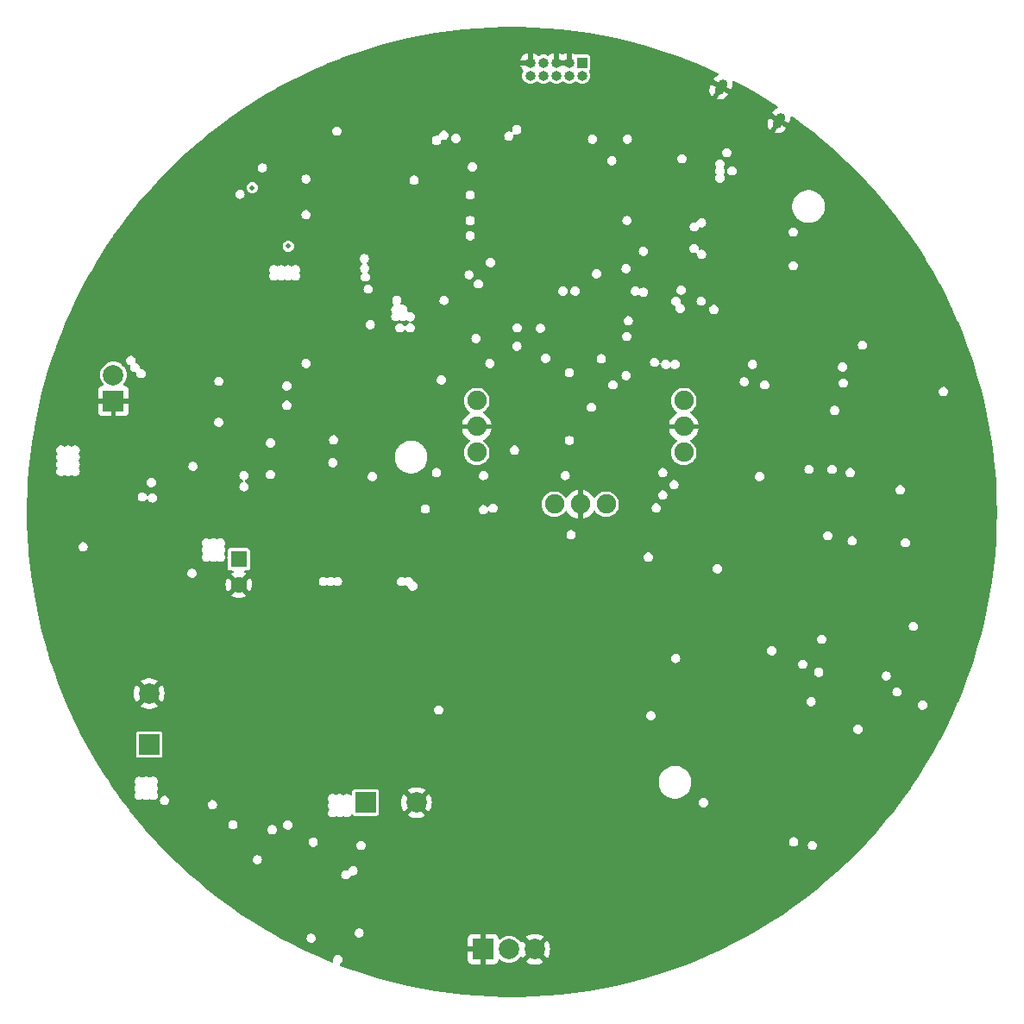
<source format=gbr>
%TF.GenerationSoftware,KiCad,Pcbnew,8.0.6*%
%TF.CreationDate,2025-01-23T19:41:03-07:00*%
%TF.ProjectId,UAM,55414d2e-6b69-4636-9164-5f7063625858,rev?*%
%TF.SameCoordinates,Original*%
%TF.FileFunction,Copper,L2,Inr*%
%TF.FilePolarity,Positive*%
%FSLAX46Y46*%
G04 Gerber Fmt 4.6, Leading zero omitted, Abs format (unit mm)*
G04 Created by KiCad (PCBNEW 8.0.6) date 2025-01-23 19:41:03*
%MOMM*%
%LPD*%
G01*
G04 APERTURE LIST*
G04 Aperture macros list*
%AMHorizOval*
0 Thick line with rounded ends*
0 $1 width*
0 $2 $3 position (X,Y) of the first rounded end (center of the circle)*
0 $4 $5 position (X,Y) of the second rounded end (center of the circle)*
0 Add line between two ends*
20,1,$1,$2,$3,$4,$5,0*
0 Add two circle primitives to create the rounded ends*
1,1,$1,$2,$3*
1,1,$1,$4,$5*%
G04 Aperture macros list end*
%TA.AperFunction,ComponentPad*%
%ADD10O,1.000000X1.000000*%
%TD*%
%TA.AperFunction,ComponentPad*%
%ADD11R,1.000000X1.000000*%
%TD*%
%TA.AperFunction,ComponentPad*%
%ADD12C,1.600000*%
%TD*%
%TA.AperFunction,ComponentPad*%
%ADD13R,1.600000X1.600000*%
%TD*%
%TA.AperFunction,ComponentPad*%
%ADD14C,2.000000*%
%TD*%
%TA.AperFunction,ComponentPad*%
%ADD15R,2.000000X2.000000*%
%TD*%
%TA.AperFunction,ComponentPad*%
%ADD16HorizOval,0.900000X-0.175000X-0.303109X0.175000X0.303109X0*%
%TD*%
%TA.AperFunction,ComponentPad*%
%ADD17C,1.905000*%
%TD*%
%TA.AperFunction,ViaPad*%
%ADD18C,0.500000*%
%TD*%
G04 APERTURE END LIST*
D10*
%TO.N,/STM32/RESET#*%
%TO.C,J2*%
X71321636Y-18564136D03*
%TO.N,GND*%
X71321636Y-17294136D03*
%TO.N,unconnected-(J2-NC{slash}TDI-Pad8)*%
X72591636Y-18564136D03*
%TO.N,unconnected-(J2-KEY-Pad7)*%
X72591636Y-17294136D03*
%TO.N,/STM32/SWO*%
X73861636Y-18564136D03*
%TO.N,GND*%
X73861636Y-17294136D03*
%TO.N,/STM32/SWCLKa*%
X75131636Y-18564136D03*
%TO.N,GND*%
X75131636Y-17294136D03*
%TO.N,/STM32/SWDIOa*%
X76401636Y-18564136D03*
D11*
%TO.N,+3V3*%
X76401636Y-17294136D03*
%TD*%
D12*
%TO.N,GND*%
%TO.C,C57*%
X42724136Y-68511757D03*
D13*
%TO.N,+26V*%
X42724136Y-66011757D03*
%TD*%
D14*
%TO.N,GND*%
%TO.C,C86*%
X33924136Y-79194136D03*
D15*
%TO.N,+26V*%
X33924136Y-84194136D03*
%TD*%
D14*
%TO.N,/Connections/BATT_CONNa*%
%TO.C,J3*%
X30411636Y-47929136D03*
D15*
%TO.N,GND*%
X30411636Y-50469136D03*
%TD*%
D14*
%TO.N,GND*%
%TO.C,C78*%
X60156459Y-89894136D03*
D15*
%TO.N,+26V*%
X55156459Y-89894136D03*
%TD*%
D16*
%TO.N,GND*%
%TO.C,J1*%
X90027022Y-19644136D03*
X95742790Y-22944136D03*
%TD*%
D14*
%TO.N,GND*%
%TO.C,J4*%
X71764136Y-104294136D03*
%TO.N,TRANSDUCER*%
X69224136Y-104294136D03*
D15*
%TO.N,GND*%
X66684136Y-104294136D03*
%TD*%
D17*
%TO.N,/Connections/M-TX*%
%TO.C,J5*%
X86384136Y-50454136D03*
%TO.N,GND*%
X86384136Y-52994136D03*
%TO.N,/Connections/M-RX*%
X86384136Y-55534136D03*
%TO.N,+5V*%
X78764136Y-60614136D03*
%TO.N,GND*%
X76224136Y-60614136D03*
%TO.N,+3V3*%
X73684136Y-60614136D03*
%TO.N,/Connections/MAIN_TO_DAUa*%
X66064136Y-55534136D03*
%TO.N,GND*%
X66064136Y-52994136D03*
%TO.N,/Connections/DAU_TO_MAINa*%
X66064136Y-50454136D03*
%TD*%
D18*
%TO.N,GND*%
X110024136Y-42194136D03*
X33224136Y-61294136D03*
X63124136Y-46094136D03*
X43261636Y-44394136D03*
X51374136Y-85444136D03*
X68724136Y-44394136D03*
X95024136Y-97194136D03*
X34024136Y-34094136D03*
X74924136Y-73294136D03*
X92524136Y-49694136D03*
X99899136Y-45129136D03*
X33524136Y-52794136D03*
X36824136Y-61294136D03*
X98224136Y-51994136D03*
X87524136Y-92194136D03*
X84524136Y-99194136D03*
X75024136Y-104694136D03*
X81524136Y-92694136D03*
X34724136Y-33394136D03*
X33324136Y-34094136D03*
X53524136Y-33194136D03*
X38824136Y-75294136D03*
X45424136Y-94494136D03*
X54824136Y-48294136D03*
X38824136Y-76694136D03*
X100024136Y-69694136D03*
X80824136Y-92694136D03*
X37524136Y-79694136D03*
X35424136Y-88794136D03*
X78024136Y-65794136D03*
X103824136Y-79194136D03*
X97524136Y-84694136D03*
X95024136Y-29694136D03*
X40024136Y-24694136D03*
X32524136Y-74694136D03*
X85524136Y-100194136D03*
X97524136Y-81594136D03*
X34724136Y-34094136D03*
X67524136Y-23794136D03*
X79424136Y-90594136D03*
X95024136Y-27194136D03*
X75024136Y-32194136D03*
X27524136Y-42194136D03*
X34724136Y-34794136D03*
X60024136Y-48694136D03*
X76324136Y-73294136D03*
X30024136Y-37194136D03*
X102524136Y-37194136D03*
X35024136Y-74694136D03*
X82524136Y-17194136D03*
X115054136Y-51444136D03*
X115024136Y-64694136D03*
X88524136Y-101194136D03*
X110024136Y-72194136D03*
X87524136Y-97194136D03*
X102524136Y-89694136D03*
X37424136Y-76694136D03*
X47524136Y-24694136D03*
X76324136Y-72594136D03*
X48224136Y-95194136D03*
X33324136Y-32694136D03*
X87524136Y-84694136D03*
X57524136Y-64694136D03*
X59124136Y-49994136D03*
X70024136Y-19694136D03*
X46824136Y-95194136D03*
X51124136Y-74194136D03*
X90024136Y-94694136D03*
X55024136Y-84694136D03*
X85524136Y-101194136D03*
X67524136Y-29694136D03*
X85024136Y-19694136D03*
X100024136Y-27194136D03*
X58861636Y-30231636D03*
X70024136Y-34694136D03*
X86524136Y-98194136D03*
X84524136Y-100194136D03*
X90024136Y-99694136D03*
X94134136Y-80404136D03*
X92524136Y-99694136D03*
X36724136Y-76694136D03*
X84124136Y-64894136D03*
X78224136Y-42694136D03*
X95624136Y-42894136D03*
X110024136Y-44694136D03*
X54824136Y-48994136D03*
X36724136Y-74594136D03*
X60854136Y-17794136D03*
X33824136Y-61294136D03*
X81414136Y-56464136D03*
X25424136Y-71394136D03*
X89814136Y-76754136D03*
X52324136Y-22194136D03*
X74924136Y-71894136D03*
X80824136Y-91994136D03*
X33224136Y-60694136D03*
X47124136Y-63694136D03*
X91424136Y-41094136D03*
X52524136Y-62194136D03*
X113264136Y-61954136D03*
X86624136Y-60094136D03*
X89924136Y-33594136D03*
X51124136Y-74794136D03*
X76324136Y-73994136D03*
X102524136Y-84694136D03*
X79924136Y-72694136D03*
X81524136Y-91994136D03*
X77586636Y-21394136D03*
X93024136Y-64394136D03*
X27524136Y-47194136D03*
X30024136Y-42194136D03*
X55661636Y-35494136D03*
X85024136Y-97194136D03*
X36224136Y-61294136D03*
X87524136Y-19694136D03*
X105874136Y-50344136D03*
X32624136Y-61294136D03*
X54894136Y-101164136D03*
X98224136Y-51294136D03*
X44724136Y-93794136D03*
X79424136Y-91994136D03*
X110024136Y-47194136D03*
X95024136Y-37194136D03*
X105761636Y-58331636D03*
X67524136Y-22994136D03*
X67524136Y-32194136D03*
X70434136Y-21484136D03*
X100024136Y-84694136D03*
X80824136Y-89894136D03*
X32824136Y-52794136D03*
X105024136Y-39694136D03*
X38824136Y-75994136D03*
X92524136Y-84694136D03*
X92524136Y-54694136D03*
X45024136Y-59694136D03*
X55524136Y-49694136D03*
X90024136Y-89694136D03*
X87524136Y-94694136D03*
X45424136Y-93794136D03*
X90024136Y-97194136D03*
X79424136Y-93394136D03*
X107524136Y-42194136D03*
X105024136Y-87194136D03*
X96284136Y-45204136D03*
X77524136Y-52194136D03*
X34724136Y-32694136D03*
X107524136Y-34694136D03*
X47524136Y-95194136D03*
X55024136Y-62194136D03*
X84824136Y-64194136D03*
X81524136Y-91294136D03*
X56424136Y-39444136D03*
X75024136Y-29694136D03*
X87524136Y-100194136D03*
X90024136Y-49694136D03*
X107524136Y-39694136D03*
X58424136Y-49994136D03*
X80824136Y-88494136D03*
X52174136Y-85444136D03*
X62524136Y-104694136D03*
X38124136Y-76694136D03*
X55524136Y-48994136D03*
X76324136Y-71894136D03*
X43374136Y-55504136D03*
X90024136Y-84694136D03*
X62424136Y-46094136D03*
X82524136Y-84694136D03*
X67524136Y-17194136D03*
X34024136Y-34794136D03*
X59324136Y-37194136D03*
X92524136Y-94694136D03*
X37774136Y-89594136D03*
X80124136Y-93394136D03*
X84724136Y-70594136D03*
X80824136Y-93394136D03*
X48224136Y-94494136D03*
X62524136Y-17194136D03*
X73724136Y-55794136D03*
X97524136Y-24694136D03*
X32624136Y-34794136D03*
X27524136Y-44694136D03*
X50024136Y-19694136D03*
X52524136Y-74194136D03*
X113124136Y-67731636D03*
X34424136Y-61294136D03*
X92524136Y-52194136D03*
X57524136Y-102194136D03*
X114686636Y-54231636D03*
X35024136Y-61294136D03*
X74224136Y-73294136D03*
X99564136Y-65544136D03*
X32124136Y-53494136D03*
X75624136Y-73994136D03*
X102524136Y-32194136D03*
X86524136Y-99194136D03*
X49924136Y-96834136D03*
X62524136Y-87194136D03*
X85024136Y-17194136D03*
X36824136Y-60694136D03*
X80124136Y-90594136D03*
X32824136Y-53494136D03*
X77974136Y-48494136D03*
X25024136Y-52194136D03*
X32624136Y-34094136D03*
X60024136Y-87194136D03*
X83524136Y-100194136D03*
X84724136Y-68494136D03*
X95024136Y-64694136D03*
X44724136Y-93094136D03*
X68761636Y-60894136D03*
X58424136Y-49294136D03*
X57524136Y-62194136D03*
X52024136Y-42994136D03*
X96024136Y-77044136D03*
X102524136Y-29694136D03*
X36224136Y-60694136D03*
X84824136Y-63494136D03*
X52524136Y-64694136D03*
X44724136Y-92394136D03*
X59124136Y-49294136D03*
X80124136Y-88494136D03*
X88524136Y-100194136D03*
X75624136Y-71894136D03*
X36724136Y-75994136D03*
X62524136Y-54694136D03*
X75624136Y-73294136D03*
X48686636Y-103356636D03*
X42824136Y-28594136D03*
X110024136Y-69694136D03*
X70024136Y-17194136D03*
X56324136Y-18494136D03*
X46324136Y-24894136D03*
X83524136Y-98194136D03*
X32624136Y-33394136D03*
X80124136Y-89194136D03*
X105794136Y-72044136D03*
X67524136Y-34694136D03*
X32524136Y-77194136D03*
X63124136Y-45394136D03*
X80124136Y-91294136D03*
X95024136Y-32194136D03*
X27524136Y-52194136D03*
X42524136Y-52194136D03*
X63399136Y-42344136D03*
X87524136Y-101194136D03*
X31424136Y-52794136D03*
X96324136Y-62894136D03*
X25024136Y-49694136D03*
X37424136Y-61294136D03*
X102524136Y-87194136D03*
X53824136Y-54094136D03*
X85524136Y-99194136D03*
X53024136Y-54094136D03*
X92524136Y-67194136D03*
X84724136Y-69894136D03*
X79424136Y-88494136D03*
X65861636Y-66744136D03*
X37424136Y-75994136D03*
X97524136Y-51994136D03*
X80124136Y-89894136D03*
X32124136Y-52794136D03*
X82684136Y-38734136D03*
X52024136Y-45294136D03*
X87524136Y-98194136D03*
X68681636Y-45256636D03*
X95704136Y-96344136D03*
X47524136Y-54694136D03*
X90024136Y-54694136D03*
X55524136Y-48294136D03*
X62424136Y-45394136D03*
X70024136Y-29694136D03*
X80024136Y-52194136D03*
X47524136Y-52194136D03*
X75024136Y-34694136D03*
X97524136Y-89694136D03*
X50524136Y-85444136D03*
X35624136Y-61294136D03*
X92524136Y-89694136D03*
X80024136Y-69694136D03*
X55424136Y-66244136D03*
X58524136Y-37194136D03*
X81524136Y-90594136D03*
X52024136Y-44394136D03*
X59934136Y-23054136D03*
X35024136Y-60694136D03*
X43961636Y-44394136D03*
X75024136Y-69694136D03*
X80124136Y-92694136D03*
X79424136Y-89194136D03*
X33324136Y-33394136D03*
X77524136Y-69694136D03*
X81114136Y-50964136D03*
X49664136Y-33654136D03*
X84724136Y-71294136D03*
X107924136Y-44094136D03*
X85924136Y-60094136D03*
X57524136Y-17194136D03*
X39024136Y-95994136D03*
X72324136Y-44994136D03*
X102524136Y-39694136D03*
X34024136Y-33394136D03*
X88844136Y-78944136D03*
X85524136Y-98194136D03*
X75024136Y-67194136D03*
X33524136Y-53494136D03*
X79844136Y-78694136D03*
X65324136Y-39394136D03*
X84724136Y-69194136D03*
X37804136Y-88854136D03*
X95024136Y-69694136D03*
X51824136Y-74194136D03*
X33324136Y-34794136D03*
X80824136Y-90594136D03*
X81524136Y-88494136D03*
X62524136Y-94694136D03*
X81524136Y-89194136D03*
X77524136Y-67194136D03*
X35024136Y-29694136D03*
X45024136Y-22194136D03*
X46124136Y-94494136D03*
X32624136Y-32694136D03*
X96324136Y-62094136D03*
X84724136Y-67794136D03*
X85224136Y-60094136D03*
X90024136Y-52194136D03*
X70024136Y-32194136D03*
X57524136Y-84694136D03*
X51824136Y-74794136D03*
X85284136Y-33644136D03*
X95224136Y-86194136D03*
X75624136Y-72594136D03*
X79424136Y-92694136D03*
X63799136Y-62144136D03*
X90024136Y-82194136D03*
X77524136Y-104694136D03*
X100024136Y-79694136D03*
X84824136Y-64894136D03*
X103894136Y-62244136D03*
X81144136Y-74456636D03*
X50024136Y-54694136D03*
X38124136Y-75994136D03*
X34024136Y-32694136D03*
X46824136Y-94494136D03*
X72524136Y-29694136D03*
X114224136Y-61194136D03*
X37524136Y-27194136D03*
X87954136Y-29984136D03*
X36724136Y-73894136D03*
X33824136Y-60694136D03*
X84124136Y-64194136D03*
X57524136Y-104694136D03*
X54824136Y-49694136D03*
X74924136Y-73994136D03*
X79424136Y-46494136D03*
X81524136Y-89894136D03*
X84524136Y-98194136D03*
X92524136Y-29694136D03*
X112524136Y-69694136D03*
X27524136Y-49694136D03*
X57124136Y-35694136D03*
X84124136Y-63494136D03*
X92524136Y-92194136D03*
X100024136Y-37194136D03*
X79424136Y-91294136D03*
X50424136Y-74194136D03*
X87524136Y-99194136D03*
X90024136Y-37194136D03*
X106524136Y-67694136D03*
X80124136Y-91994136D03*
X74224136Y-71894136D03*
X75024136Y-102194136D03*
X115024136Y-67194136D03*
X35624136Y-60694136D03*
X38124136Y-75294136D03*
X86524136Y-101194136D03*
X72524136Y-32194136D03*
X44661636Y-44394136D03*
X83154136Y-27524136D03*
X36724136Y-75294136D03*
X35024136Y-77194136D03*
X80824136Y-89194136D03*
X58724136Y-35494136D03*
X115024136Y-62194136D03*
X74224136Y-73994136D03*
X61861636Y-28656636D03*
X62524136Y-52194136D03*
X90024136Y-32194136D03*
X92524136Y-97194136D03*
X86524136Y-100194136D03*
X85024136Y-94694136D03*
X50424136Y-74794136D03*
X81524136Y-93394136D03*
X88524136Y-99194136D03*
X79424136Y-89894136D03*
X51124136Y-90674136D03*
X83524136Y-99194136D03*
X104911636Y-85481636D03*
X30024136Y-39694136D03*
X37524136Y-82194136D03*
X54624136Y-46394136D03*
X90024136Y-92194136D03*
X47974136Y-59209136D03*
X97524136Y-51294136D03*
X105024136Y-32194136D03*
X95124136Y-44194136D03*
X77524136Y-62194136D03*
X74224136Y-72594136D03*
X97524136Y-27194136D03*
X96324136Y-61294136D03*
X77524136Y-64694136D03*
X31424136Y-53494136D03*
X88524136Y-98194136D03*
X37424136Y-75294136D03*
X47524136Y-94494136D03*
X46024136Y-99694136D03*
X80824136Y-91294136D03*
X72524136Y-34694136D03*
X80024136Y-54694136D03*
X111924136Y-74994136D03*
X107244136Y-74454136D03*
X107524136Y-87194136D03*
X62524136Y-89694136D03*
X74924136Y-72594136D03*
X106724136Y-38694136D03*
X52524136Y-84694136D03*
X62524136Y-92194136D03*
%TO.N,+BATTa*%
X44024136Y-29544136D03*
X47574136Y-35294136D03*
%TD*%
%TA.AperFunction,Conductor*%
%TO.N,GND*%
G36*
X70211861Y-13792538D02*
G01*
X71579666Y-13831971D01*
X71583237Y-13832126D01*
X72949311Y-13910959D01*
X72952803Y-13911211D01*
X74316130Y-14029387D01*
X74319578Y-14029736D01*
X75678904Y-14187147D01*
X75682392Y-14187602D01*
X77036644Y-14384126D01*
X77040105Y-14384680D01*
X78388021Y-14620129D01*
X78391528Y-14620793D01*
X79732167Y-14895003D01*
X79735619Y-14895761D01*
X81067752Y-15208480D01*
X81071164Y-15209332D01*
X82393841Y-15560340D01*
X82397188Y-15561281D01*
X83709116Y-15950234D01*
X83712516Y-15951296D01*
X85012671Y-16377889D01*
X85016050Y-16379052D01*
X86303364Y-16842932D01*
X86306708Y-16844192D01*
X86943407Y-17094582D01*
X87559638Y-17336923D01*
X87580111Y-17344974D01*
X87583408Y-17346326D01*
X88841899Y-17883619D01*
X88845067Y-17885025D01*
X89725774Y-18291421D01*
X89778398Y-18337383D01*
X89797819Y-18404499D01*
X89777871Y-18471461D01*
X89728667Y-18515223D01*
X89697932Y-18530380D01*
X89549466Y-18644300D01*
X89426084Y-18784991D01*
X89426079Y-18784998D01*
X89329297Y-18952629D01*
X89329297Y-18952630D01*
X89935515Y-19302630D01*
X89610652Y-19865311D01*
X89597670Y-19963916D01*
X89623411Y-20059983D01*
X89683956Y-20138887D01*
X89770088Y-20188615D01*
X89868693Y-20201597D01*
X89964760Y-20175856D01*
X90043660Y-20115313D01*
X89609087Y-20868020D01*
X89609087Y-20868021D01*
X89635256Y-20876905D01*
X89820792Y-20901330D01*
X90007514Y-20889091D01*
X90007519Y-20889091D01*
X90188282Y-20840656D01*
X90188283Y-20840656D01*
X90356112Y-20757891D01*
X90356117Y-20757888D01*
X90504578Y-20643969D01*
X90504579Y-20643968D01*
X90627962Y-20503277D01*
X90724745Y-20335640D01*
X90118528Y-19985641D01*
X90368528Y-19552628D01*
X90974745Y-19902628D01*
X90974746Y-19902628D01*
X91071529Y-19734996D01*
X91071531Y-19734991D01*
X91131680Y-19557798D01*
X91131683Y-19557785D01*
X91156108Y-19372257D01*
X91144271Y-19191681D01*
X91159528Y-19123498D01*
X91209226Y-19074387D01*
X91277586Y-19059941D01*
X91326359Y-19074158D01*
X92526725Y-19714378D01*
X92529846Y-19716101D01*
X93718155Y-20394581D01*
X93721204Y-20396382D01*
X94889477Y-21108830D01*
X94892433Y-21110691D01*
X95564085Y-21547326D01*
X95609563Y-21600369D01*
X95619144Y-21669579D01*
X95589786Y-21732982D01*
X95551344Y-21762501D01*
X95413701Y-21830379D01*
X95265234Y-21944300D01*
X95141852Y-22084991D01*
X95141847Y-22084998D01*
X95045065Y-22252629D01*
X95045065Y-22252630D01*
X95651283Y-22602630D01*
X95326420Y-23165311D01*
X95313438Y-23263916D01*
X95339179Y-23359983D01*
X95399724Y-23438887D01*
X95485856Y-23488615D01*
X95584461Y-23501597D01*
X95680528Y-23475856D01*
X95759428Y-23415313D01*
X95324855Y-24168020D01*
X95324855Y-24168021D01*
X95351024Y-24176905D01*
X95536560Y-24201330D01*
X95723282Y-24189091D01*
X95723287Y-24189091D01*
X95904050Y-24140656D01*
X95904051Y-24140656D01*
X96071880Y-24057891D01*
X96071885Y-24057888D01*
X96220346Y-23943969D01*
X96220347Y-23943968D01*
X96343730Y-23803277D01*
X96440513Y-23635640D01*
X95834296Y-23285641D01*
X96084296Y-22852628D01*
X96690513Y-23202628D01*
X96690514Y-23202628D01*
X96787297Y-23034996D01*
X96787299Y-23034991D01*
X96847448Y-22857798D01*
X96847451Y-22857785D01*
X96871876Y-22672255D01*
X96872076Y-22666167D01*
X96874592Y-22666249D01*
X96887402Y-22608834D01*
X96937069Y-22559692D01*
X97005420Y-22545203D01*
X97066470Y-22566866D01*
X97167947Y-22637077D01*
X97170856Y-22639153D01*
X98273187Y-23449793D01*
X98276003Y-23451926D01*
X99122468Y-24112821D01*
X99354581Y-24294048D01*
X99357366Y-24296288D01*
X100411184Y-25169105D01*
X100413903Y-25171424D01*
X101317188Y-25964544D01*
X101442126Y-26074244D01*
X101444766Y-26076630D01*
X102446596Y-27008755D01*
X102449124Y-27011177D01*
X102909078Y-27464548D01*
X103423647Y-27971755D01*
X103426156Y-27974300D01*
X104372600Y-28962573D01*
X104375034Y-28965190D01*
X105292560Y-29980276D01*
X105294918Y-29982961D01*
X106182843Y-31024106D01*
X106185123Y-31026859D01*
X106844308Y-31846504D01*
X107019662Y-32064544D01*
X107042670Y-32093152D01*
X107044869Y-32095969D01*
X107871306Y-33186499D01*
X107873424Y-33189378D01*
X108668132Y-34303329D01*
X108670165Y-34306268D01*
X109432409Y-35442610D01*
X109434357Y-35445606D01*
X109761105Y-35964436D01*
X110127678Y-36546504D01*
X110163547Y-36603458D01*
X110165404Y-36606502D01*
X110398466Y-37001368D01*
X110860940Y-37784914D01*
X110862712Y-37788018D01*
X111523993Y-38985971D01*
X111525674Y-38989124D01*
X112152128Y-40205581D01*
X112153719Y-40208781D01*
X112602927Y-41146503D01*
X112721553Y-41394135D01*
X112744905Y-41442881D01*
X112746397Y-41446117D01*
X112780863Y-41523728D01*
X113301741Y-42696674D01*
X113303144Y-42699960D01*
X113822227Y-43966020D01*
X113823535Y-43969346D01*
X114305912Y-45249822D01*
X114307124Y-45253184D01*
X114752412Y-46547068D01*
X114753526Y-46550464D01*
X115161329Y-47856602D01*
X115162345Y-47860028D01*
X115532354Y-49177430D01*
X115533270Y-49180885D01*
X115865142Y-50508326D01*
X115865959Y-50511805D01*
X116159450Y-51848311D01*
X116160166Y-51851812D01*
X116415017Y-53196207D01*
X116415632Y-53199728D01*
X116631630Y-54550879D01*
X116632144Y-54554415D01*
X116809123Y-55911296D01*
X116809534Y-55914846D01*
X116929055Y-57095648D01*
X116943845Y-57241767D01*
X116947335Y-57276241D01*
X116947643Y-57279802D01*
X117046152Y-58644566D01*
X117046358Y-58648134D01*
X117105496Y-60015196D01*
X117105599Y-60018768D01*
X117125318Y-61386965D01*
X117125318Y-61390539D01*
X117105599Y-62758735D01*
X117105496Y-62762307D01*
X117046358Y-64129369D01*
X117046152Y-64132937D01*
X116947643Y-65497701D01*
X116947335Y-65501262D01*
X116809534Y-66862657D01*
X116809123Y-66866207D01*
X116632144Y-68223088D01*
X116631630Y-68226624D01*
X116415632Y-69577775D01*
X116415017Y-69581296D01*
X116160166Y-70925691D01*
X116159450Y-70929192D01*
X115865959Y-72265698D01*
X115865142Y-72269177D01*
X115533270Y-73596618D01*
X115532354Y-73600073D01*
X115162345Y-74917475D01*
X115161329Y-74920901D01*
X114753526Y-76227039D01*
X114752412Y-76230435D01*
X114307124Y-77524319D01*
X114305912Y-77527681D01*
X113823535Y-78808157D01*
X113822227Y-78811483D01*
X113303144Y-80077543D01*
X113301741Y-80080829D01*
X112746402Y-81331376D01*
X112744905Y-81334622D01*
X112153719Y-82568722D01*
X112152128Y-82571922D01*
X111525674Y-83788379D01*
X111523993Y-83791532D01*
X110862712Y-84989485D01*
X110860940Y-84992589D01*
X110165408Y-86170994D01*
X110163547Y-86174045D01*
X109434357Y-87331897D01*
X109432409Y-87334893D01*
X108670165Y-88471235D01*
X108668132Y-88474174D01*
X107873424Y-89588125D01*
X107871306Y-89591004D01*
X107044869Y-90681534D01*
X107042670Y-90684351D01*
X106185123Y-91750644D01*
X106182843Y-91753397D01*
X105294918Y-92794542D01*
X105292560Y-92797227D01*
X104375034Y-93812313D01*
X104372600Y-93814930D01*
X103426156Y-94803203D01*
X103423647Y-94805748D01*
X102449151Y-95766301D01*
X102446570Y-95768773D01*
X101444777Y-96700863D01*
X101442126Y-96703259D01*
X100413903Y-97606079D01*
X100411184Y-97608398D01*
X99357366Y-98481215D01*
X99354581Y-98483455D01*
X98276019Y-99325565D01*
X98273170Y-99327723D01*
X97170856Y-100138350D01*
X97167947Y-100140426D01*
X96042676Y-100918988D01*
X96039708Y-100920979D01*
X94892467Y-101666790D01*
X94889443Y-101668694D01*
X93721218Y-102381113D01*
X93718140Y-102382930D01*
X92529853Y-103061398D01*
X92526725Y-103063125D01*
X91319353Y-103707081D01*
X91316176Y-103708717D01*
X90090792Y-104317591D01*
X90087568Y-104319135D01*
X88845116Y-104892456D01*
X88841850Y-104893906D01*
X87583418Y-105431173D01*
X87580111Y-105432529D01*
X86306708Y-105933311D01*
X86303364Y-105934571D01*
X85016050Y-106398451D01*
X85012671Y-106399614D01*
X83712516Y-106826207D01*
X83709105Y-106827272D01*
X82397245Y-107216206D01*
X82393804Y-107217173D01*
X81071191Y-107568164D01*
X81067724Y-107569030D01*
X79735638Y-107881737D01*
X79732147Y-107882504D01*
X78391532Y-108156709D01*
X78388021Y-108157374D01*
X77040140Y-108392817D01*
X77036611Y-108393382D01*
X75682420Y-108589897D01*
X75678876Y-108590359D01*
X74319632Y-108747761D01*
X74316076Y-108748121D01*
X72952839Y-108866289D01*
X72949275Y-108866546D01*
X71583237Y-108945377D01*
X71579666Y-108945531D01*
X70211861Y-108984965D01*
X70208288Y-108985017D01*
X68839984Y-108985017D01*
X68836411Y-108984965D01*
X67468605Y-108945531D01*
X67465034Y-108945377D01*
X66098996Y-108866546D01*
X66095432Y-108866289D01*
X64732195Y-108748121D01*
X64728639Y-108747761D01*
X63369395Y-108590359D01*
X63365851Y-108589897D01*
X62011660Y-108393382D01*
X62008131Y-108392817D01*
X60660250Y-108157374D01*
X60656739Y-108156709D01*
X59316124Y-107882504D01*
X59312633Y-107881737D01*
X57980547Y-107569030D01*
X57977080Y-107568164D01*
X56654467Y-107217173D01*
X56651036Y-107216208D01*
X56342994Y-107124882D01*
X55339166Y-106827272D01*
X55335755Y-106826207D01*
X54035600Y-106399614D01*
X54032221Y-106398451D01*
X52744907Y-105934571D01*
X52741564Y-105933312D01*
X52722089Y-105925653D01*
X52675604Y-105907372D01*
X52620421Y-105864520D01*
X52597165Y-105798635D01*
X52613221Y-105730635D01*
X52653946Y-105687661D01*
X52725360Y-105641767D01*
X52811097Y-105542821D01*
X52865485Y-105423728D01*
X52884118Y-105294136D01*
X52865485Y-105164544D01*
X52811097Y-105045451D01*
X52725360Y-104946505D01*
X52615219Y-104875722D01*
X52526485Y-104849667D01*
X52489599Y-104838836D01*
X52489598Y-104838836D01*
X52358674Y-104838836D01*
X52358673Y-104838836D01*
X52309595Y-104853247D01*
X52233053Y-104875722D01*
X52233051Y-104875722D01*
X52233051Y-104875723D01*
X52122913Y-104946504D01*
X52037175Y-105045450D01*
X52026538Y-105068743D01*
X51982787Y-105164544D01*
X51982786Y-105164546D01*
X51982786Y-105164548D01*
X51964154Y-105294136D01*
X51984049Y-105432507D01*
X51981533Y-105432868D01*
X51981525Y-105489337D01*
X51943743Y-105548110D01*
X51880183Y-105577126D01*
X51817172Y-105569783D01*
X51468159Y-105432529D01*
X51464853Y-105431173D01*
X50570740Y-105049446D01*
X50206404Y-104893898D01*
X50203172Y-104892463D01*
X48960702Y-104319134D01*
X48957507Y-104317604D01*
X47732093Y-103708715D01*
X47728918Y-103707081D01*
X46785932Y-103204136D01*
X49374154Y-103204136D01*
X49387003Y-103293504D01*
X49392787Y-103333728D01*
X49447175Y-103452821D01*
X49532912Y-103551767D01*
X49643053Y-103622550D01*
X49747056Y-103653088D01*
X49768673Y-103659436D01*
X49768674Y-103659436D01*
X49899599Y-103659436D01*
X49918042Y-103654020D01*
X50025219Y-103622550D01*
X50135360Y-103551767D01*
X50221097Y-103452821D01*
X50275485Y-103333728D01*
X50288057Y-103246291D01*
X65184136Y-103246291D01*
X65184136Y-104044136D01*
X66135654Y-104044136D01*
X66125025Y-104062545D01*
X66084136Y-104215145D01*
X66084136Y-104373127D01*
X66125025Y-104525727D01*
X66135654Y-104544136D01*
X65184136Y-104544136D01*
X65184136Y-105341980D01*
X65190537Y-105401508D01*
X65190539Y-105401515D01*
X65240781Y-105536222D01*
X65240785Y-105536229D01*
X65326945Y-105651323D01*
X65326948Y-105651326D01*
X65442042Y-105737486D01*
X65442049Y-105737490D01*
X65576756Y-105787732D01*
X65576763Y-105787734D01*
X65636291Y-105794135D01*
X65636308Y-105794136D01*
X66434136Y-105794136D01*
X66434136Y-104842618D01*
X66452545Y-104853247D01*
X66605145Y-104894136D01*
X66763127Y-104894136D01*
X66915727Y-104853247D01*
X66934136Y-104842618D01*
X66934136Y-105794136D01*
X67731964Y-105794136D01*
X67731980Y-105794135D01*
X67791508Y-105787734D01*
X67791515Y-105787732D01*
X67926222Y-105737490D01*
X67926229Y-105737486D01*
X68041323Y-105651326D01*
X68041326Y-105651323D01*
X68127486Y-105536229D01*
X68127490Y-105536222D01*
X68177732Y-105401515D01*
X68179990Y-105380519D01*
X68206728Y-105315968D01*
X68264120Y-105276119D01*
X68333945Y-105273625D01*
X68376853Y-105295641D01*
X68377465Y-105294768D01*
X68568988Y-105428874D01*
X68568990Y-105428875D01*
X68568993Y-105428877D01*
X68775992Y-105525402D01*
X68996607Y-105584516D01*
X69159127Y-105598734D01*
X69224134Y-105604422D01*
X69224136Y-105604422D01*
X69224138Y-105604422D01*
X69281018Y-105599445D01*
X69451665Y-105584516D01*
X69672280Y-105525402D01*
X69879279Y-105428877D01*
X70066372Y-105297873D01*
X70227873Y-105136372D01*
X70275227Y-105068742D01*
X70329803Y-105025118D01*
X70399302Y-105017924D01*
X70461657Y-105049446D01*
X70480611Y-105072045D01*
X70540700Y-105164018D01*
X71199523Y-104505195D01*
X71205025Y-104525727D01*
X71284017Y-104662544D01*
X71395728Y-104774255D01*
X71532545Y-104853247D01*
X71553076Y-104858748D01*
X70894078Y-105517745D01*
X70940904Y-105554191D01*
X70940906Y-105554192D01*
X71159521Y-105672500D01*
X71159532Y-105672505D01*
X71394642Y-105753219D01*
X71639843Y-105794136D01*
X71888429Y-105794136D01*
X72133629Y-105753219D01*
X72368739Y-105672505D01*
X72368750Y-105672500D01*
X72587364Y-105554193D01*
X72587367Y-105554191D01*
X72634192Y-105517745D01*
X71975195Y-104858748D01*
X71995727Y-104853247D01*
X72132544Y-104774255D01*
X72244255Y-104662544D01*
X72323247Y-104525727D01*
X72328748Y-104505196D01*
X72987570Y-105164018D01*
X73087867Y-105010505D01*
X73187723Y-104782853D01*
X73248748Y-104541874D01*
X73248750Y-104541865D01*
X73269277Y-104294141D01*
X73269277Y-104294130D01*
X73248750Y-104046406D01*
X73248748Y-104046397D01*
X73187723Y-103805418D01*
X73087867Y-103577766D01*
X72987570Y-103424252D01*
X72328748Y-104083075D01*
X72323247Y-104062545D01*
X72244255Y-103925728D01*
X72132544Y-103814017D01*
X71995727Y-103735025D01*
X71975196Y-103729523D01*
X72634193Y-103070526D01*
X72634192Y-103070525D01*
X72587365Y-103034079D01*
X72368750Y-102915771D01*
X72368739Y-102915766D01*
X72133629Y-102835052D01*
X71888429Y-102794136D01*
X71639843Y-102794136D01*
X71394642Y-102835052D01*
X71159532Y-102915766D01*
X71159526Y-102915768D01*
X70940897Y-103034085D01*
X70894078Y-103070524D01*
X70894078Y-103070526D01*
X71553076Y-103729523D01*
X71532545Y-103735025D01*
X71395728Y-103814017D01*
X71284017Y-103925728D01*
X71205025Y-104062545D01*
X71199523Y-104083075D01*
X70540700Y-103424252D01*
X70540699Y-103424252D01*
X70480609Y-103516227D01*
X70427463Y-103561584D01*
X70358232Y-103571007D01*
X70294896Y-103541505D01*
X70275229Y-103519531D01*
X70227873Y-103451900D01*
X70066372Y-103290399D01*
X70003379Y-103246291D01*
X69879283Y-103159397D01*
X69879279Y-103159395D01*
X69778815Y-103112548D01*
X69672280Y-103062870D01*
X69672277Y-103062869D01*
X69672275Y-103062868D01*
X69451667Y-103003756D01*
X69451659Y-103003755D01*
X69224138Y-102983850D01*
X69224134Y-102983850D01*
X68996612Y-103003755D01*
X68996604Y-103003756D01*
X68775996Y-103062868D01*
X68775990Y-103062871D01*
X68568992Y-103159395D01*
X68568988Y-103159397D01*
X68377465Y-103293504D01*
X68376608Y-103292280D01*
X68318970Y-103317501D01*
X68249978Y-103306458D01*
X68197910Y-103259867D01*
X68179990Y-103207753D01*
X68177732Y-103186755D01*
X68127490Y-103052049D01*
X68127486Y-103052042D01*
X68041326Y-102936948D01*
X68041323Y-102936945D01*
X67926229Y-102850785D01*
X67926222Y-102850781D01*
X67791515Y-102800539D01*
X67791508Y-102800537D01*
X67731980Y-102794136D01*
X66934136Y-102794136D01*
X66934136Y-103745653D01*
X66915727Y-103735025D01*
X66763127Y-103694136D01*
X66605145Y-103694136D01*
X66452545Y-103735025D01*
X66434136Y-103745653D01*
X66434136Y-102794136D01*
X65636291Y-102794136D01*
X65576763Y-102800537D01*
X65576756Y-102800539D01*
X65442049Y-102850781D01*
X65442042Y-102850785D01*
X65326948Y-102936945D01*
X65326945Y-102936948D01*
X65240785Y-103052042D01*
X65240781Y-103052049D01*
X65190539Y-103186756D01*
X65190537Y-103186763D01*
X65184136Y-103246291D01*
X50288057Y-103246291D01*
X50294118Y-103204136D01*
X50275485Y-103074544D01*
X50221097Y-102955451D01*
X50135360Y-102856505D01*
X50025219Y-102785722D01*
X49936485Y-102759667D01*
X49899599Y-102748836D01*
X49899598Y-102748836D01*
X49768674Y-102748836D01*
X49768673Y-102748836D01*
X49716453Y-102764169D01*
X49643053Y-102785722D01*
X49643051Y-102785722D01*
X49643051Y-102785723D01*
X49532913Y-102856504D01*
X49447175Y-102955450D01*
X49427821Y-102997828D01*
X49392787Y-103074544D01*
X49392786Y-103074546D01*
X49392786Y-103074548D01*
X49374154Y-103204136D01*
X46785932Y-103204136D01*
X46521546Y-103063125D01*
X46518418Y-103061398D01*
X45875186Y-102694136D01*
X54064154Y-102694136D01*
X54079452Y-102800537D01*
X54082787Y-102823728D01*
X54137175Y-102942821D01*
X54222912Y-103041767D01*
X54333053Y-103112550D01*
X54437056Y-103143088D01*
X54458673Y-103149436D01*
X54458674Y-103149436D01*
X54589599Y-103149436D01*
X54608042Y-103144020D01*
X54715219Y-103112550D01*
X54825360Y-103041767D01*
X54911097Y-102942821D01*
X54965485Y-102823728D01*
X54984118Y-102694136D01*
X54965485Y-102564544D01*
X54911097Y-102445451D01*
X54825360Y-102346505D01*
X54715219Y-102275722D01*
X54626485Y-102249667D01*
X54589599Y-102238836D01*
X54589598Y-102238836D01*
X54458674Y-102238836D01*
X54458673Y-102238836D01*
X54406453Y-102254169D01*
X54333053Y-102275722D01*
X54333051Y-102275722D01*
X54333051Y-102275723D01*
X54222913Y-102346504D01*
X54137175Y-102445450D01*
X54137175Y-102445451D01*
X54082787Y-102564544D01*
X54082786Y-102564546D01*
X54082786Y-102564548D01*
X54064154Y-102694136D01*
X45875186Y-102694136D01*
X45330131Y-102382930D01*
X45327053Y-102381113D01*
X44158828Y-101668694D01*
X44155820Y-101666800D01*
X43008557Y-100920975D01*
X43005595Y-100918988D01*
X41880324Y-100140426D01*
X41877415Y-100138350D01*
X40775101Y-99327723D01*
X40772252Y-99325565D01*
X39693690Y-98483455D01*
X39690905Y-98481215D01*
X38637087Y-97608398D01*
X38634368Y-97606079D01*
X38014211Y-97061557D01*
X37931731Y-96989136D01*
X52759154Y-96989136D01*
X52776731Y-97111388D01*
X52777787Y-97118728D01*
X52832175Y-97237821D01*
X52917912Y-97336767D01*
X53028053Y-97407550D01*
X53132056Y-97438088D01*
X53153673Y-97444436D01*
X53153674Y-97444436D01*
X53284599Y-97444436D01*
X53303042Y-97439020D01*
X53410219Y-97407550D01*
X53520360Y-97336767D01*
X53606097Y-97237821D01*
X53660485Y-97118728D01*
X53660486Y-97118723D01*
X53664168Y-97110661D01*
X53665762Y-97111388D01*
X53697790Y-97061557D01*
X53761346Y-97032535D01*
X53813923Y-97036295D01*
X53858674Y-97049436D01*
X53989599Y-97049436D01*
X54008042Y-97044020D01*
X54115219Y-97012550D01*
X54225360Y-96941767D01*
X54311097Y-96842821D01*
X54365485Y-96723728D01*
X54384118Y-96594136D01*
X54365485Y-96464544D01*
X54311097Y-96345451D01*
X54225360Y-96246505D01*
X54115219Y-96175722D01*
X54026485Y-96149667D01*
X53989599Y-96138836D01*
X53989598Y-96138836D01*
X53858674Y-96138836D01*
X53858673Y-96138836D01*
X53806453Y-96154169D01*
X53733053Y-96175722D01*
X53733051Y-96175722D01*
X53733051Y-96175723D01*
X53622913Y-96246504D01*
X53537175Y-96345450D01*
X53537175Y-96345451D01*
X53482787Y-96464544D01*
X53482786Y-96464547D01*
X53479104Y-96472611D01*
X53477510Y-96471883D01*
X53445479Y-96521717D01*
X53381921Y-96550737D01*
X53329349Y-96546975D01*
X53284601Y-96533836D01*
X53284598Y-96533836D01*
X53153674Y-96533836D01*
X53153673Y-96533836D01*
X53108927Y-96546975D01*
X53028053Y-96570722D01*
X53028051Y-96570722D01*
X53028051Y-96570723D01*
X52917913Y-96641504D01*
X52832175Y-96740450D01*
X52832175Y-96740451D01*
X52777787Y-96859544D01*
X52777786Y-96859546D01*
X52777786Y-96859548D01*
X52759154Y-96989136D01*
X37931731Y-96989136D01*
X37606138Y-96703253D01*
X37603494Y-96700863D01*
X37539696Y-96641504D01*
X36601676Y-95768749D01*
X36599145Y-95766325D01*
X36323005Y-95494136D01*
X44064154Y-95494136D01*
X44082787Y-95623728D01*
X44137175Y-95742821D01*
X44222912Y-95841767D01*
X44333053Y-95912550D01*
X44437056Y-95943088D01*
X44458673Y-95949436D01*
X44458674Y-95949436D01*
X44589599Y-95949436D01*
X44608042Y-95944020D01*
X44715219Y-95912550D01*
X44825360Y-95841767D01*
X44911097Y-95742821D01*
X44965485Y-95623728D01*
X44984118Y-95494136D01*
X44965485Y-95364544D01*
X44911097Y-95245451D01*
X44825360Y-95146505D01*
X44715219Y-95075722D01*
X44626485Y-95049667D01*
X44589599Y-95038836D01*
X44589598Y-95038836D01*
X44458674Y-95038836D01*
X44458673Y-95038836D01*
X44406453Y-95054169D01*
X44333053Y-95075722D01*
X44333051Y-95075722D01*
X44333051Y-95075723D01*
X44222913Y-95146504D01*
X44137175Y-95245450D01*
X44137175Y-95245451D01*
X44082787Y-95364544D01*
X44064154Y-95494136D01*
X36323005Y-95494136D01*
X36070710Y-95245451D01*
X35624624Y-94805748D01*
X35622115Y-94803203D01*
X34675671Y-93814930D01*
X34673237Y-93812313D01*
X34652288Y-93789136D01*
X49559154Y-93789136D01*
X49577787Y-93918728D01*
X49632175Y-94037821D01*
X49717912Y-94136767D01*
X49828053Y-94207550D01*
X49932056Y-94238088D01*
X49953673Y-94244436D01*
X49953674Y-94244436D01*
X50084599Y-94244436D01*
X50103042Y-94239020D01*
X50210219Y-94207550D01*
X50320360Y-94136767D01*
X50365965Y-94084136D01*
X54264154Y-94084136D01*
X54281898Y-94207550D01*
X54282787Y-94213728D01*
X54337175Y-94332821D01*
X54422912Y-94431767D01*
X54533053Y-94502550D01*
X54637056Y-94533088D01*
X54658673Y-94539436D01*
X54658674Y-94539436D01*
X54789599Y-94539436D01*
X54808042Y-94534020D01*
X54915219Y-94502550D01*
X55025360Y-94431767D01*
X55111097Y-94332821D01*
X55165485Y-94213728D01*
X55184118Y-94084136D01*
X55165485Y-93954544D01*
X55111097Y-93835451D01*
X55031972Y-93744136D01*
X96714154Y-93744136D01*
X96723956Y-93812313D01*
X96732787Y-93873728D01*
X96787175Y-93992821D01*
X96872912Y-94091767D01*
X96983053Y-94162550D01*
X97087056Y-94193088D01*
X97108673Y-94199436D01*
X97108674Y-94199436D01*
X97239599Y-94199436D01*
X97258042Y-94194020D01*
X97365219Y-94162550D01*
X97471674Y-94094136D01*
X98564154Y-94094136D01*
X98580460Y-94207548D01*
X98582787Y-94223728D01*
X98637175Y-94342821D01*
X98722912Y-94441767D01*
X98833053Y-94512550D01*
X98937056Y-94543088D01*
X98958673Y-94549436D01*
X98958674Y-94549436D01*
X99089599Y-94549436D01*
X99108042Y-94544020D01*
X99215219Y-94512550D01*
X99325360Y-94441767D01*
X99411097Y-94342821D01*
X99465485Y-94223728D01*
X99484118Y-94094136D01*
X99465485Y-93964544D01*
X99411097Y-93845451D01*
X99325360Y-93746505D01*
X99215219Y-93675722D01*
X99126485Y-93649667D01*
X99089599Y-93638836D01*
X99089598Y-93638836D01*
X98958674Y-93638836D01*
X98958673Y-93638836D01*
X98906453Y-93654169D01*
X98833053Y-93675722D01*
X98833051Y-93675722D01*
X98833051Y-93675723D01*
X98722913Y-93746504D01*
X98637175Y-93845450D01*
X98624261Y-93873728D01*
X98582787Y-93964544D01*
X98582786Y-93964546D01*
X98582786Y-93964548D01*
X98564154Y-94094136D01*
X97471674Y-94094136D01*
X97475360Y-94091767D01*
X97561097Y-93992821D01*
X97615485Y-93873728D01*
X97634118Y-93744136D01*
X97615485Y-93614544D01*
X97561097Y-93495451D01*
X97475360Y-93396505D01*
X97365219Y-93325722D01*
X97276485Y-93299667D01*
X97239599Y-93288836D01*
X97239598Y-93288836D01*
X97108674Y-93288836D01*
X97108673Y-93288836D01*
X97056453Y-93304169D01*
X96983053Y-93325722D01*
X96983051Y-93325722D01*
X96983051Y-93325723D01*
X96872913Y-93396504D01*
X96787175Y-93495450D01*
X96787175Y-93495451D01*
X96732787Y-93614544D01*
X96732786Y-93614546D01*
X96732786Y-93614548D01*
X96714154Y-93744136D01*
X55031972Y-93744136D01*
X55025360Y-93736505D01*
X54915219Y-93665722D01*
X54823655Y-93638836D01*
X54789599Y-93628836D01*
X54789598Y-93628836D01*
X54658674Y-93628836D01*
X54658673Y-93628836D01*
X54624617Y-93638836D01*
X54533053Y-93665722D01*
X54533051Y-93665722D01*
X54533051Y-93665723D01*
X54422913Y-93736504D01*
X54337175Y-93835450D01*
X54332608Y-93845451D01*
X54282787Y-93954544D01*
X54282786Y-93954546D01*
X54282786Y-93954548D01*
X54264154Y-94084136D01*
X50365965Y-94084136D01*
X50406097Y-94037821D01*
X50460485Y-93918728D01*
X50479118Y-93789136D01*
X50460485Y-93659544D01*
X50406097Y-93540451D01*
X50320360Y-93441505D01*
X50210219Y-93370722D01*
X50121485Y-93344667D01*
X50084599Y-93333836D01*
X50084598Y-93333836D01*
X49953674Y-93333836D01*
X49953673Y-93333836D01*
X49901453Y-93349169D01*
X49828053Y-93370722D01*
X49828051Y-93370722D01*
X49828051Y-93370723D01*
X49717913Y-93441504D01*
X49632175Y-93540450D01*
X49632175Y-93540451D01*
X49577787Y-93659544D01*
X49577786Y-93659546D01*
X49577786Y-93659548D01*
X49559154Y-93789136D01*
X34652288Y-93789136D01*
X33755711Y-92797227D01*
X33753353Y-92794542D01*
X33539798Y-92544136D01*
X45514154Y-92544136D01*
X45532787Y-92673728D01*
X45587175Y-92792821D01*
X45672912Y-92891767D01*
X45783053Y-92962550D01*
X45887056Y-92993088D01*
X45908673Y-92999436D01*
X45908674Y-92999436D01*
X46039599Y-92999436D01*
X46058042Y-92994020D01*
X46165219Y-92962550D01*
X46275360Y-92891767D01*
X46361097Y-92792821D01*
X46415485Y-92673728D01*
X46434118Y-92544136D01*
X46415485Y-92414544D01*
X46361097Y-92295451D01*
X46275360Y-92196505D01*
X46165219Y-92125722D01*
X46057648Y-92094136D01*
X47064154Y-92094136D01*
X47078872Y-92196504D01*
X47082787Y-92223728D01*
X47137175Y-92342821D01*
X47222912Y-92441767D01*
X47333053Y-92512550D01*
X47437056Y-92543088D01*
X47458673Y-92549436D01*
X47458674Y-92549436D01*
X47589599Y-92549436D01*
X47608042Y-92544020D01*
X47715219Y-92512550D01*
X47825360Y-92441767D01*
X47911097Y-92342821D01*
X47965485Y-92223728D01*
X47984118Y-92094136D01*
X47965485Y-91964544D01*
X47911097Y-91845451D01*
X47825360Y-91746505D01*
X47715219Y-91675722D01*
X47613053Y-91645723D01*
X47589599Y-91638836D01*
X47589598Y-91638836D01*
X47458674Y-91638836D01*
X47458673Y-91638836D01*
X47435219Y-91645723D01*
X47333053Y-91675722D01*
X47333051Y-91675722D01*
X47333051Y-91675723D01*
X47222913Y-91746504D01*
X47137175Y-91845450D01*
X47137175Y-91845451D01*
X47082787Y-91964544D01*
X47082786Y-91964546D01*
X47082786Y-91964548D01*
X47064154Y-92094136D01*
X46057648Y-92094136D01*
X46039599Y-92088836D01*
X46039598Y-92088836D01*
X45908674Y-92088836D01*
X45908673Y-92088836D01*
X45856453Y-92104169D01*
X45783053Y-92125722D01*
X45783051Y-92125722D01*
X45783051Y-92125723D01*
X45672913Y-92196504D01*
X45587175Y-92295450D01*
X45587175Y-92295451D01*
X45532787Y-92414544D01*
X45532786Y-92414546D01*
X45532786Y-92414548D01*
X45523009Y-92482548D01*
X45514154Y-92544136D01*
X33539798Y-92544136D01*
X33130437Y-92064136D01*
X41684154Y-92064136D01*
X41697605Y-92157692D01*
X41702787Y-92193728D01*
X41757175Y-92312821D01*
X41842912Y-92411767D01*
X41953053Y-92482550D01*
X42055216Y-92512548D01*
X42078673Y-92519436D01*
X42078674Y-92519436D01*
X42209599Y-92519436D01*
X42233056Y-92512548D01*
X42335219Y-92482550D01*
X42445360Y-92411767D01*
X42531097Y-92312821D01*
X42585485Y-92193728D01*
X42604118Y-92064136D01*
X42585485Y-91934544D01*
X42531097Y-91815451D01*
X42445360Y-91716505D01*
X42335219Y-91645722D01*
X42246485Y-91619667D01*
X42209599Y-91608836D01*
X42209598Y-91608836D01*
X42078674Y-91608836D01*
X42078673Y-91608836D01*
X42026453Y-91624169D01*
X41953053Y-91645722D01*
X41953051Y-91645722D01*
X41953051Y-91645723D01*
X41842913Y-91716504D01*
X41757175Y-91815450D01*
X41757175Y-91815451D01*
X41702787Y-91934544D01*
X41702786Y-91934546D01*
X41702786Y-91934548D01*
X41684154Y-92064136D01*
X33130437Y-92064136D01*
X32865428Y-91753397D01*
X32863148Y-91750644D01*
X32005601Y-90684351D01*
X32003402Y-90681534D01*
X31976056Y-90645450D01*
X31436004Y-89932821D01*
X31247543Y-89684136D01*
X34974154Y-89684136D01*
X34983121Y-89746505D01*
X34992787Y-89813728D01*
X35047175Y-89932821D01*
X35132912Y-90031767D01*
X35243053Y-90102550D01*
X35347056Y-90133088D01*
X35368673Y-90139436D01*
X35368674Y-90139436D01*
X35499599Y-90139436D01*
X35518042Y-90134020D01*
X35625219Y-90102550D01*
X35638311Y-90094136D01*
X39664154Y-90094136D01*
X39679539Y-90201143D01*
X39682787Y-90223728D01*
X39737175Y-90342821D01*
X39822912Y-90441767D01*
X39933053Y-90512550D01*
X40032556Y-90541767D01*
X40058673Y-90549436D01*
X40058674Y-90549436D01*
X40189599Y-90549436D01*
X40215716Y-90541767D01*
X40315219Y-90512550D01*
X40425360Y-90441767D01*
X40511097Y-90342821D01*
X40565485Y-90223728D01*
X40584118Y-90094136D01*
X40565485Y-89964544D01*
X40511097Y-89845451D01*
X40425360Y-89746505D01*
X40315219Y-89675722D01*
X40215348Y-89646397D01*
X40189599Y-89638836D01*
X40189598Y-89638836D01*
X40058674Y-89638836D01*
X40058673Y-89638836D01*
X40032893Y-89646406D01*
X39933053Y-89675722D01*
X39933051Y-89675722D01*
X39933051Y-89675723D01*
X39822913Y-89746504D01*
X39737175Y-89845450D01*
X39717821Y-89887828D01*
X39682787Y-89964544D01*
X39682786Y-89964546D01*
X39682786Y-89964548D01*
X39664154Y-90094136D01*
X35638311Y-90094136D01*
X35735360Y-90031767D01*
X35821097Y-89932821D01*
X35875485Y-89813728D01*
X35894118Y-89684136D01*
X35875485Y-89554544D01*
X35847898Y-89494136D01*
X51464154Y-89494136D01*
X51481179Y-89612548D01*
X51482787Y-89623728D01*
X51537175Y-89742821D01*
X51554603Y-89762934D01*
X51583627Y-89826490D01*
X51573683Y-89895648D01*
X51554603Y-89925338D01*
X51537175Y-89945450D01*
X51517821Y-89987828D01*
X51482787Y-90064544D01*
X51482786Y-90064546D01*
X51482786Y-90064548D01*
X51464154Y-90194136D01*
X51481179Y-90312548D01*
X51482787Y-90323728D01*
X51536694Y-90441767D01*
X51537175Y-90442821D01*
X51554603Y-90462934D01*
X51583627Y-90526490D01*
X51573683Y-90595648D01*
X51554603Y-90625338D01*
X51537175Y-90645450D01*
X51519410Y-90684351D01*
X51482787Y-90764544D01*
X51482786Y-90764546D01*
X51482786Y-90764548D01*
X51464154Y-90894136D01*
X51470707Y-90939716D01*
X51482787Y-91023728D01*
X51537175Y-91142821D01*
X51622912Y-91241767D01*
X51733053Y-91312550D01*
X51837056Y-91343088D01*
X51858673Y-91349436D01*
X51858674Y-91349436D01*
X51989599Y-91349436D01*
X52011215Y-91343088D01*
X52115219Y-91312550D01*
X52207097Y-91253503D01*
X52274136Y-91233819D01*
X52341172Y-91253502D01*
X52433053Y-91312550D01*
X52532563Y-91341769D01*
X52558673Y-91349436D01*
X52558674Y-91349436D01*
X52689599Y-91349436D01*
X52711215Y-91343088D01*
X52815219Y-91312550D01*
X52907097Y-91253503D01*
X52974136Y-91233819D01*
X53041172Y-91253502D01*
X53133053Y-91312550D01*
X53232563Y-91341769D01*
X53258673Y-91349436D01*
X53258674Y-91349436D01*
X53389599Y-91349436D01*
X53408042Y-91344020D01*
X53515219Y-91312550D01*
X53625360Y-91241767D01*
X53711097Y-91142821D01*
X53719136Y-91125217D01*
X53764887Y-91072415D01*
X53831926Y-91052728D01*
X53898966Y-91072410D01*
X53919611Y-91089047D01*
X53980934Y-91150370D01*
X54085350Y-91196474D01*
X54110880Y-91199436D01*
X56202037Y-91199435D01*
X56227568Y-91196474D01*
X56331984Y-91150370D01*
X56412693Y-91069661D01*
X56458797Y-90965245D01*
X56461759Y-90939715D01*
X56461758Y-89894130D01*
X58651318Y-89894130D01*
X58651318Y-89894141D01*
X58671844Y-90141865D01*
X58671846Y-90141874D01*
X58732871Y-90382853D01*
X58832725Y-90610500D01*
X58933023Y-90764018D01*
X59673496Y-90023545D01*
X59690534Y-90087129D01*
X59756360Y-90201143D01*
X59849452Y-90294235D01*
X59963466Y-90360061D01*
X60027049Y-90377098D01*
X59286401Y-91117745D01*
X59333227Y-91154191D01*
X59333229Y-91154192D01*
X59551844Y-91272500D01*
X59551855Y-91272505D01*
X59786965Y-91353219D01*
X60032166Y-91394136D01*
X60280752Y-91394136D01*
X60525952Y-91353219D01*
X60761062Y-91272505D01*
X60761073Y-91272500D01*
X60979687Y-91154193D01*
X60979690Y-91154191D01*
X61026515Y-91117745D01*
X60285868Y-90377098D01*
X60349452Y-90360061D01*
X60463466Y-90294235D01*
X60556558Y-90201143D01*
X60622384Y-90087129D01*
X60639421Y-90023546D01*
X61379893Y-90764018D01*
X61480190Y-90610505D01*
X61580046Y-90382853D01*
X61641071Y-90141874D01*
X61641073Y-90141865D01*
X61661600Y-89894141D01*
X61661600Y-89894136D01*
X87864154Y-89894136D01*
X87873618Y-89959962D01*
X87882787Y-90023728D01*
X87937175Y-90142821D01*
X88022912Y-90241767D01*
X88133053Y-90312550D01*
X88236146Y-90342821D01*
X88258673Y-90349436D01*
X88258674Y-90349436D01*
X88389599Y-90349436D01*
X88412126Y-90342821D01*
X88515219Y-90312550D01*
X88625360Y-90241767D01*
X88711097Y-90142821D01*
X88765485Y-90023728D01*
X88784118Y-89894136D01*
X88765485Y-89764544D01*
X88711097Y-89645451D01*
X88625360Y-89546505D01*
X88515219Y-89475722D01*
X88403170Y-89442821D01*
X88389599Y-89438836D01*
X88389598Y-89438836D01*
X88258674Y-89438836D01*
X88258673Y-89438836D01*
X88245102Y-89442821D01*
X88133053Y-89475722D01*
X88133051Y-89475722D01*
X88133051Y-89475723D01*
X88022913Y-89546504D01*
X87937175Y-89645450D01*
X87935355Y-89649436D01*
X87882787Y-89764544D01*
X87882786Y-89764546D01*
X87882786Y-89764548D01*
X87864154Y-89894136D01*
X61661600Y-89894136D01*
X61661600Y-89894130D01*
X61641073Y-89646406D01*
X61641071Y-89646397D01*
X61580046Y-89405418D01*
X61480190Y-89177766D01*
X61379893Y-89024252D01*
X60639421Y-89764725D01*
X60622384Y-89701143D01*
X60556558Y-89587129D01*
X60463466Y-89494037D01*
X60349452Y-89428211D01*
X60285869Y-89411173D01*
X61026516Y-88670526D01*
X61026515Y-88670525D01*
X60979688Y-88634079D01*
X60761073Y-88515771D01*
X60761062Y-88515766D01*
X60525952Y-88435052D01*
X60280752Y-88394136D01*
X60032166Y-88394136D01*
X59786965Y-88435052D01*
X59551855Y-88515766D01*
X59551849Y-88515768D01*
X59333220Y-88634085D01*
X59286401Y-88670524D01*
X59286401Y-88670526D01*
X60027049Y-89411173D01*
X59963466Y-89428211D01*
X59849452Y-89494037D01*
X59756360Y-89587129D01*
X59690534Y-89701143D01*
X59673496Y-89764725D01*
X58933023Y-89024252D01*
X58832726Y-89177768D01*
X58732871Y-89405418D01*
X58671846Y-89646397D01*
X58671844Y-89646406D01*
X58651318Y-89894130D01*
X56461758Y-89894130D01*
X56461758Y-88848558D01*
X56458797Y-88823027D01*
X56412693Y-88718611D01*
X56331984Y-88637902D01*
X56299872Y-88623723D01*
X56227569Y-88591798D01*
X56202038Y-88588836D01*
X54110887Y-88588836D01*
X54110864Y-88588838D01*
X54085352Y-88591797D01*
X54085349Y-88591798D01*
X53980934Y-88637901D01*
X53900225Y-88718610D01*
X53854121Y-88823024D01*
X53854121Y-88823026D01*
X53851159Y-88848555D01*
X53851159Y-89074634D01*
X53831474Y-89141673D01*
X53778670Y-89187428D01*
X53709512Y-89197372D01*
X53645956Y-89168347D01*
X53633447Y-89155838D01*
X53625359Y-89146504D01*
X53570289Y-89111113D01*
X53515219Y-89075722D01*
X53426485Y-89049667D01*
X53389599Y-89038836D01*
X53389598Y-89038836D01*
X53258674Y-89038836D01*
X53258673Y-89038836D01*
X53206453Y-89054169D01*
X53133053Y-89075722D01*
X53133051Y-89075722D01*
X53133051Y-89075723D01*
X53041175Y-89134768D01*
X52974135Y-89154452D01*
X52907097Y-89134768D01*
X52876227Y-89114929D01*
X52815219Y-89075722D01*
X52726485Y-89049667D01*
X52689599Y-89038836D01*
X52689598Y-89038836D01*
X52558674Y-89038836D01*
X52558673Y-89038836D01*
X52506453Y-89054169D01*
X52433053Y-89075722D01*
X52433051Y-89075722D01*
X52433051Y-89075723D01*
X52341175Y-89134768D01*
X52274135Y-89154452D01*
X52207097Y-89134768D01*
X52176227Y-89114929D01*
X52115219Y-89075722D01*
X52026485Y-89049667D01*
X51989599Y-89038836D01*
X51989598Y-89038836D01*
X51858674Y-89038836D01*
X51858673Y-89038836D01*
X51806453Y-89054169D01*
X51733053Y-89075722D01*
X51733051Y-89075722D01*
X51733051Y-89075723D01*
X51622913Y-89146504D01*
X51537175Y-89245450D01*
X51527917Y-89265723D01*
X51482787Y-89364544D01*
X51482786Y-89364546D01*
X51482786Y-89364548D01*
X51464154Y-89494136D01*
X35847898Y-89494136D01*
X35821097Y-89435451D01*
X35735360Y-89336505D01*
X35625219Y-89265722D01*
X35536485Y-89239667D01*
X35499599Y-89228836D01*
X35499598Y-89228836D01*
X35368674Y-89228836D01*
X35368673Y-89228836D01*
X35316453Y-89244169D01*
X35243053Y-89265722D01*
X35243051Y-89265722D01*
X35243051Y-89265723D01*
X35132913Y-89336504D01*
X35047175Y-89435450D01*
X35038144Y-89455226D01*
X34992787Y-89554544D01*
X34992786Y-89554546D01*
X34992786Y-89554548D01*
X34974154Y-89684136D01*
X31247543Y-89684136D01*
X31176965Y-89591004D01*
X31174847Y-89588125D01*
X30586143Y-88762932D01*
X30380133Y-88474166D01*
X30378106Y-88471235D01*
X30213161Y-88225338D01*
X29923916Y-87794136D01*
X32464154Y-87794136D01*
X32482787Y-87923728D01*
X32526798Y-88020098D01*
X32537175Y-88042821D01*
X32554603Y-88062934D01*
X32583627Y-88126490D01*
X32573683Y-88195648D01*
X32554603Y-88225338D01*
X32537175Y-88245450D01*
X32517821Y-88287828D01*
X32482787Y-88364544D01*
X32464154Y-88494136D01*
X32482787Y-88623728D01*
X32526118Y-88718610D01*
X32537175Y-88742821D01*
X32554603Y-88762934D01*
X32583627Y-88826490D01*
X32573683Y-88895648D01*
X32554603Y-88925338D01*
X32537175Y-88945450D01*
X32537175Y-88945451D01*
X32482787Y-89064544D01*
X32482786Y-89064546D01*
X32482786Y-89064548D01*
X32467862Y-89168347D01*
X32464154Y-89194136D01*
X32482787Y-89323728D01*
X32537175Y-89442821D01*
X32622912Y-89541767D01*
X32733053Y-89612550D01*
X32837056Y-89643088D01*
X32858673Y-89649436D01*
X32858674Y-89649436D01*
X32989599Y-89649436D01*
X33011215Y-89643088D01*
X33115219Y-89612550D01*
X33207097Y-89553503D01*
X33274136Y-89533819D01*
X33341172Y-89553502D01*
X33433053Y-89612550D01*
X33522574Y-89638836D01*
X33558673Y-89649436D01*
X33558674Y-89649436D01*
X33689599Y-89649436D01*
X33711215Y-89643088D01*
X33815219Y-89612550D01*
X33907097Y-89553503D01*
X33974136Y-89533819D01*
X34041172Y-89553502D01*
X34133053Y-89612550D01*
X34222574Y-89638836D01*
X34258673Y-89649436D01*
X34258674Y-89649436D01*
X34389599Y-89649436D01*
X34408042Y-89644020D01*
X34515219Y-89612550D01*
X34625360Y-89541767D01*
X34711097Y-89442821D01*
X34765485Y-89323728D01*
X34784118Y-89194136D01*
X34765485Y-89064544D01*
X34711097Y-88945451D01*
X34693669Y-88925338D01*
X34664644Y-88861785D01*
X34674587Y-88792626D01*
X34693669Y-88762934D01*
X34711097Y-88742821D01*
X34765485Y-88623728D01*
X34784118Y-88494136D01*
X34765485Y-88364544D01*
X34711097Y-88245451D01*
X34693669Y-88225338D01*
X34664644Y-88161785D01*
X34674587Y-88092626D01*
X34693669Y-88062934D01*
X34711097Y-88042821D01*
X34765485Y-87923728D01*
X34784118Y-87794136D01*
X34780385Y-87768174D01*
X83923636Y-87768174D01*
X83923636Y-88020098D01*
X83940487Y-88126490D01*
X83963046Y-88268921D01*
X84040896Y-88508519D01*
X84099596Y-88623723D01*
X84147944Y-88718611D01*
X84155268Y-88732984D01*
X84303337Y-88936785D01*
X84303341Y-88936790D01*
X84481481Y-89114930D01*
X84481486Y-89114934D01*
X84590499Y-89194136D01*
X84685291Y-89263006D01*
X84804455Y-89323723D01*
X84909752Y-89377375D01*
X84909754Y-89377375D01*
X84909757Y-89377377D01*
X85149351Y-89455226D01*
X85398174Y-89494636D01*
X85398175Y-89494636D01*
X85650097Y-89494636D01*
X85650098Y-89494636D01*
X85898921Y-89455226D01*
X86138515Y-89377377D01*
X86362981Y-89263006D01*
X86566792Y-89114929D01*
X86744929Y-88936792D01*
X86893006Y-88732981D01*
X87007377Y-88508515D01*
X87085226Y-88268921D01*
X87124636Y-88020098D01*
X87124636Y-87768174D01*
X87085226Y-87519351D01*
X87007377Y-87279757D01*
X87007375Y-87279754D01*
X87007375Y-87279752D01*
X86965883Y-87198320D01*
X86893006Y-87055291D01*
X86874088Y-87029253D01*
X86744934Y-86851486D01*
X86744930Y-86851481D01*
X86566790Y-86673341D01*
X86566785Y-86673337D01*
X86362984Y-86525268D01*
X86362983Y-86525267D01*
X86362981Y-86525266D01*
X86292527Y-86489368D01*
X86138519Y-86410896D01*
X85898921Y-86333046D01*
X85650098Y-86293636D01*
X85398174Y-86293636D01*
X85273762Y-86313341D01*
X85149350Y-86333046D01*
X84909752Y-86410896D01*
X84685287Y-86525268D01*
X84481486Y-86673337D01*
X84481481Y-86673341D01*
X84303341Y-86851481D01*
X84303337Y-86851486D01*
X84155268Y-87055287D01*
X84040896Y-87279752D01*
X83963046Y-87519350D01*
X83940049Y-87664548D01*
X83923636Y-87768174D01*
X34780385Y-87768174D01*
X34765485Y-87664544D01*
X34711097Y-87545451D01*
X34625360Y-87446505D01*
X34515219Y-87375722D01*
X34426485Y-87349667D01*
X34389599Y-87338836D01*
X34389598Y-87338836D01*
X34258674Y-87338836D01*
X34258673Y-87338836D01*
X34206453Y-87354169D01*
X34133053Y-87375722D01*
X34133051Y-87375722D01*
X34133051Y-87375723D01*
X34041175Y-87434768D01*
X33974135Y-87454452D01*
X33907097Y-87434768D01*
X33881758Y-87418484D01*
X33815219Y-87375722D01*
X33726485Y-87349667D01*
X33689599Y-87338836D01*
X33689598Y-87338836D01*
X33558674Y-87338836D01*
X33558673Y-87338836D01*
X33506453Y-87354169D01*
X33433053Y-87375722D01*
X33433051Y-87375722D01*
X33433051Y-87375723D01*
X33341175Y-87434768D01*
X33274135Y-87454452D01*
X33207097Y-87434768D01*
X33181758Y-87418484D01*
X33115219Y-87375722D01*
X33026485Y-87349667D01*
X32989599Y-87338836D01*
X32989598Y-87338836D01*
X32858674Y-87338836D01*
X32858673Y-87338836D01*
X32806453Y-87354169D01*
X32733053Y-87375722D01*
X32733051Y-87375722D01*
X32733051Y-87375723D01*
X32622913Y-87446504D01*
X32537175Y-87545450D01*
X32537175Y-87545451D01*
X32482787Y-87664544D01*
X32464154Y-87794136D01*
X29923916Y-87794136D01*
X29615857Y-87334885D01*
X29613914Y-87331897D01*
X28884707Y-86174018D01*
X28882879Y-86171021D01*
X28187324Y-84992576D01*
X28185559Y-84989485D01*
X27524278Y-83791532D01*
X27522597Y-83788379D01*
X27193099Y-83148555D01*
X32618836Y-83148555D01*
X32618836Y-85239707D01*
X32618838Y-85239730D01*
X32621797Y-85265242D01*
X32621798Y-85265245D01*
X32667901Y-85369660D01*
X32667902Y-85369661D01*
X32748611Y-85450370D01*
X32853027Y-85496474D01*
X32878557Y-85499436D01*
X34969714Y-85499435D01*
X34995245Y-85496474D01*
X35099661Y-85450370D01*
X35180370Y-85369661D01*
X35226474Y-85265245D01*
X35229436Y-85239715D01*
X35229435Y-83148558D01*
X35226474Y-83123027D01*
X35180370Y-83018611D01*
X35099661Y-82937902D01*
X35099659Y-82937901D01*
X34995246Y-82891798D01*
X34969715Y-82888836D01*
X32878564Y-82888836D01*
X32878541Y-82888838D01*
X32853029Y-82891797D01*
X32853026Y-82891798D01*
X32748611Y-82937901D01*
X32667902Y-83018610D01*
X32621798Y-83123024D01*
X32621798Y-83123026D01*
X32618836Y-83148555D01*
X27193099Y-83148555D01*
X26959081Y-82694136D01*
X103034154Y-82694136D01*
X103052787Y-82823728D01*
X103107175Y-82942821D01*
X103192912Y-83041767D01*
X103303053Y-83112550D01*
X103407056Y-83143088D01*
X103428673Y-83149436D01*
X103428674Y-83149436D01*
X103559599Y-83149436D01*
X103578042Y-83144020D01*
X103685219Y-83112550D01*
X103795360Y-83041767D01*
X103881097Y-82942821D01*
X103935485Y-82823728D01*
X103954118Y-82694136D01*
X103935485Y-82564544D01*
X103881097Y-82445451D01*
X103795360Y-82346505D01*
X103685219Y-82275722D01*
X103596485Y-82249667D01*
X103559599Y-82238836D01*
X103559598Y-82238836D01*
X103428674Y-82238836D01*
X103428673Y-82238836D01*
X103376453Y-82254169D01*
X103303053Y-82275722D01*
X103303051Y-82275722D01*
X103303051Y-82275723D01*
X103192913Y-82346504D01*
X103107175Y-82445450D01*
X103107175Y-82445451D01*
X103052787Y-82564544D01*
X103034154Y-82694136D01*
X26959081Y-82694136D01*
X26896143Y-82571922D01*
X26894552Y-82568722D01*
X26480442Y-81704267D01*
X26313912Y-81356636D01*
X82701654Y-81356636D01*
X82720287Y-81486228D01*
X82774675Y-81605321D01*
X82860412Y-81704267D01*
X82970553Y-81775050D01*
X83074556Y-81805588D01*
X83096173Y-81811936D01*
X83096174Y-81811936D01*
X83227099Y-81811936D01*
X83245542Y-81806520D01*
X83352719Y-81775050D01*
X83462860Y-81704267D01*
X83548597Y-81605321D01*
X83602985Y-81486228D01*
X83621618Y-81356636D01*
X83602985Y-81227044D01*
X83548597Y-81107951D01*
X83462860Y-81009005D01*
X83352719Y-80938222D01*
X83263985Y-80912167D01*
X83227099Y-80901336D01*
X83227098Y-80901336D01*
X83096174Y-80901336D01*
X83096173Y-80901336D01*
X83043953Y-80916669D01*
X82970553Y-80938222D01*
X82970551Y-80938222D01*
X82970551Y-80938223D01*
X82860413Y-81009004D01*
X82774675Y-81107950D01*
X82774675Y-81107951D01*
X82720287Y-81227044D01*
X82720286Y-81227046D01*
X82720286Y-81227048D01*
X82704819Y-81334622D01*
X82701654Y-81356636D01*
X26313912Y-81356636D01*
X26303347Y-81334581D01*
X26301888Y-81331418D01*
X26063293Y-80794136D01*
X61864154Y-80794136D01*
X61882787Y-80923728D01*
X61937175Y-81042821D01*
X62022912Y-81141767D01*
X62133053Y-81212550D01*
X62237056Y-81243088D01*
X62258673Y-81249436D01*
X62258674Y-81249436D01*
X62389599Y-81249436D01*
X62408042Y-81244020D01*
X62515219Y-81212550D01*
X62625360Y-81141767D01*
X62711097Y-81042821D01*
X62765485Y-80923728D01*
X62784118Y-80794136D01*
X62765485Y-80664544D01*
X62711097Y-80545451D01*
X62625360Y-80446505D01*
X62515219Y-80375722D01*
X62426485Y-80349667D01*
X62389599Y-80338836D01*
X62389598Y-80338836D01*
X62258674Y-80338836D01*
X62258673Y-80338836D01*
X62206453Y-80354169D01*
X62133053Y-80375722D01*
X62133051Y-80375722D01*
X62133051Y-80375723D01*
X62022913Y-80446504D01*
X61937175Y-80545450D01*
X61917821Y-80587828D01*
X61882787Y-80664544D01*
X61864154Y-80794136D01*
X26063293Y-80794136D01*
X25746528Y-80080825D01*
X25745127Y-80077543D01*
X25382929Y-79194130D01*
X32418995Y-79194130D01*
X32418995Y-79194141D01*
X32439521Y-79441865D01*
X32439523Y-79441874D01*
X32500548Y-79682853D01*
X32600402Y-79910500D01*
X32700700Y-80064018D01*
X33441173Y-79323545D01*
X33458211Y-79387129D01*
X33524037Y-79501143D01*
X33617129Y-79594235D01*
X33731143Y-79660061D01*
X33794726Y-79677098D01*
X33054078Y-80417745D01*
X33100904Y-80454191D01*
X33100906Y-80454192D01*
X33319521Y-80572500D01*
X33319532Y-80572505D01*
X33554642Y-80653219D01*
X33799843Y-80694136D01*
X34048429Y-80694136D01*
X34293629Y-80653219D01*
X34528739Y-80572505D01*
X34528750Y-80572500D01*
X34747364Y-80454193D01*
X34747367Y-80454191D01*
X34794192Y-80417745D01*
X34053545Y-79677098D01*
X34117129Y-79660061D01*
X34231143Y-79594235D01*
X34324235Y-79501143D01*
X34390061Y-79387129D01*
X34407098Y-79323545D01*
X35147570Y-80064018D01*
X35193227Y-79994136D01*
X98414154Y-79994136D01*
X98425845Y-80075451D01*
X98432787Y-80123728D01*
X98487175Y-80242821D01*
X98572912Y-80341767D01*
X98683053Y-80412550D01*
X98787056Y-80443088D01*
X98808673Y-80449436D01*
X98808674Y-80449436D01*
X98939599Y-80449436D01*
X98958042Y-80444020D01*
X99065219Y-80412550D01*
X99175360Y-80341767D01*
X99190637Y-80324136D01*
X109354154Y-80324136D01*
X109372787Y-80453728D01*
X109427175Y-80572821D01*
X109512912Y-80671767D01*
X109623053Y-80742550D01*
X109727056Y-80773088D01*
X109748673Y-80779436D01*
X109748674Y-80779436D01*
X109879599Y-80779436D01*
X109898042Y-80774020D01*
X110005219Y-80742550D01*
X110115360Y-80671767D01*
X110201097Y-80572821D01*
X110255485Y-80453728D01*
X110274118Y-80324136D01*
X110255485Y-80194544D01*
X110201097Y-80075451D01*
X110115360Y-79976505D01*
X110005219Y-79905722D01*
X109916485Y-79879667D01*
X109879599Y-79868836D01*
X109879598Y-79868836D01*
X109748674Y-79868836D01*
X109748673Y-79868836D01*
X109696453Y-79884169D01*
X109623053Y-79905722D01*
X109623051Y-79905722D01*
X109623051Y-79905723D01*
X109512913Y-79976504D01*
X109427175Y-80075450D01*
X109424719Y-80080829D01*
X109372787Y-80194544D01*
X109372786Y-80194546D01*
X109372786Y-80194548D01*
X109356177Y-80310068D01*
X109354154Y-80324136D01*
X99190637Y-80324136D01*
X99261097Y-80242821D01*
X99315485Y-80123728D01*
X99334118Y-79994136D01*
X99315485Y-79864544D01*
X99261097Y-79745451D01*
X99175360Y-79646505D01*
X99065219Y-79575722D01*
X98969748Y-79547689D01*
X98939599Y-79538836D01*
X98939598Y-79538836D01*
X98808674Y-79538836D01*
X98808673Y-79538836D01*
X98756453Y-79554169D01*
X98683053Y-79575722D01*
X98683051Y-79575722D01*
X98683051Y-79575723D01*
X98572913Y-79646504D01*
X98487175Y-79745450D01*
X98487175Y-79745451D01*
X98432787Y-79864544D01*
X98432786Y-79864546D01*
X98432786Y-79864548D01*
X98414154Y-79994136D01*
X35193227Y-79994136D01*
X35247867Y-79910505D01*
X35347723Y-79682853D01*
X35408748Y-79441874D01*
X35408750Y-79441865D01*
X35429277Y-79194141D01*
X35429277Y-79194130D01*
X35416020Y-79034136D01*
X106864154Y-79034136D01*
X106877694Y-79128310D01*
X106882787Y-79163728D01*
X106937175Y-79282821D01*
X107022912Y-79381767D01*
X107133053Y-79452550D01*
X107237056Y-79483088D01*
X107258673Y-79489436D01*
X107258674Y-79489436D01*
X107389599Y-79489436D01*
X107408042Y-79484020D01*
X107515219Y-79452550D01*
X107625360Y-79381767D01*
X107711097Y-79282821D01*
X107765485Y-79163728D01*
X107784118Y-79034136D01*
X107765485Y-78904544D01*
X107711097Y-78785451D01*
X107625360Y-78686505D01*
X107515219Y-78615722D01*
X107426485Y-78589667D01*
X107389599Y-78578836D01*
X107389598Y-78578836D01*
X107258674Y-78578836D01*
X107258673Y-78578836D01*
X107206453Y-78594169D01*
X107133053Y-78615722D01*
X107133051Y-78615722D01*
X107133051Y-78615723D01*
X107022913Y-78686504D01*
X106937175Y-78785450D01*
X106917821Y-78827828D01*
X106882787Y-78904544D01*
X106882786Y-78904546D01*
X106882786Y-78904548D01*
X106864154Y-79034136D01*
X35416020Y-79034136D01*
X35408750Y-78946406D01*
X35408748Y-78946397D01*
X35347723Y-78705418D01*
X35247867Y-78477766D01*
X35147570Y-78324252D01*
X34407098Y-79064725D01*
X34390061Y-79001143D01*
X34324235Y-78887129D01*
X34231143Y-78794037D01*
X34117129Y-78728211D01*
X34053546Y-78711173D01*
X34794193Y-77970526D01*
X34794192Y-77970525D01*
X34747365Y-77934079D01*
X34528750Y-77815771D01*
X34528739Y-77815766D01*
X34293629Y-77735052D01*
X34048429Y-77694136D01*
X33799843Y-77694136D01*
X33554642Y-77735052D01*
X33319532Y-77815766D01*
X33319526Y-77815768D01*
X33100897Y-77934085D01*
X33054078Y-77970524D01*
X33054078Y-77970526D01*
X33794726Y-78711173D01*
X33731143Y-78728211D01*
X33617129Y-78794037D01*
X33524037Y-78887129D01*
X33458211Y-79001143D01*
X33441173Y-79064725D01*
X32700700Y-78324252D01*
X32600403Y-78477768D01*
X32500548Y-78705418D01*
X32439523Y-78946397D01*
X32439521Y-78946406D01*
X32418995Y-79194130D01*
X25382929Y-79194130D01*
X25226044Y-78811483D01*
X25224736Y-78808157D01*
X24909186Y-77970525D01*
X24742347Y-77527648D01*
X24741159Y-77524352D01*
X24599984Y-77114136D01*
X99164154Y-77114136D01*
X99179080Y-77217950D01*
X99182787Y-77243728D01*
X99237175Y-77362821D01*
X99322912Y-77461767D01*
X99433053Y-77532550D01*
X99537056Y-77563088D01*
X99558673Y-77569436D01*
X99558674Y-77569436D01*
X99689599Y-77569436D01*
X99708042Y-77564020D01*
X99815219Y-77532550D01*
X99917784Y-77466636D01*
X105786654Y-77466636D01*
X105795188Y-77525994D01*
X105805287Y-77596228D01*
X105859675Y-77715321D01*
X105945412Y-77814267D01*
X106055553Y-77885050D01*
X106159556Y-77915588D01*
X106181173Y-77921936D01*
X106181174Y-77921936D01*
X106312099Y-77921936D01*
X106330542Y-77916520D01*
X106437719Y-77885050D01*
X106547860Y-77814267D01*
X106633597Y-77715321D01*
X106687985Y-77596228D01*
X106706618Y-77466636D01*
X106687985Y-77337044D01*
X106633597Y-77217951D01*
X106547860Y-77119005D01*
X106437719Y-77048222D01*
X106348985Y-77022167D01*
X106312099Y-77011336D01*
X106312098Y-77011336D01*
X106181174Y-77011336D01*
X106181173Y-77011336D01*
X106128953Y-77026669D01*
X106055553Y-77048222D01*
X106055551Y-77048222D01*
X106055551Y-77048223D01*
X105945413Y-77119004D01*
X105859675Y-77217950D01*
X105859675Y-77217951D01*
X105805287Y-77337044D01*
X105805286Y-77337046D01*
X105805286Y-77337048D01*
X105786654Y-77466636D01*
X99917784Y-77466636D01*
X99925360Y-77461767D01*
X100011097Y-77362821D01*
X100065485Y-77243728D01*
X100084118Y-77114136D01*
X100065485Y-76984544D01*
X100011097Y-76865451D01*
X99925360Y-76766505D01*
X99815219Y-76695722D01*
X99726485Y-76669667D01*
X99689599Y-76658836D01*
X99689598Y-76658836D01*
X99558674Y-76658836D01*
X99558673Y-76658836D01*
X99506453Y-76674169D01*
X99433053Y-76695722D01*
X99433051Y-76695722D01*
X99433051Y-76695723D01*
X99322913Y-76766504D01*
X99237175Y-76865450D01*
X99237175Y-76865451D01*
X99182787Y-76984544D01*
X99182786Y-76984546D01*
X99182786Y-76984548D01*
X99164154Y-77114136D01*
X24599984Y-77114136D01*
X24326385Y-76319136D01*
X97594154Y-76319136D01*
X97612787Y-76448728D01*
X97667175Y-76567821D01*
X97752912Y-76666767D01*
X97863053Y-76737550D01*
X97961664Y-76766505D01*
X97988673Y-76774436D01*
X97988674Y-76774436D01*
X98119599Y-76774436D01*
X98146608Y-76766505D01*
X98245219Y-76737550D01*
X98355360Y-76666767D01*
X98441097Y-76567821D01*
X98495485Y-76448728D01*
X98514118Y-76319136D01*
X98495485Y-76189544D01*
X98441097Y-76070451D01*
X98355360Y-75971505D01*
X98245219Y-75900722D01*
X98153270Y-75873723D01*
X98119599Y-75863836D01*
X98119598Y-75863836D01*
X97988674Y-75863836D01*
X97988673Y-75863836D01*
X97955002Y-75873723D01*
X97863053Y-75900722D01*
X97863051Y-75900722D01*
X97863051Y-75900723D01*
X97752913Y-75971504D01*
X97667175Y-76070450D01*
X97667175Y-76070451D01*
X97612787Y-76189544D01*
X97612786Y-76189546D01*
X97612786Y-76189548D01*
X97594154Y-76319136D01*
X24326385Y-76319136D01*
X24295848Y-76230403D01*
X24294756Y-76227073D01*
X24143973Y-75744136D01*
X85124154Y-75744136D01*
X85141364Y-75863836D01*
X85142787Y-75873728D01*
X85197175Y-75992821D01*
X85282912Y-76091767D01*
X85393053Y-76162550D01*
X85484999Y-76189548D01*
X85518673Y-76199436D01*
X85518674Y-76199436D01*
X85649599Y-76199436D01*
X85668042Y-76194020D01*
X85775219Y-76162550D01*
X85885360Y-76091767D01*
X85971097Y-75992821D01*
X86025485Y-75873728D01*
X86044118Y-75744136D01*
X86025485Y-75614544D01*
X85971097Y-75495451D01*
X85885360Y-75396505D01*
X85775219Y-75325722D01*
X85686485Y-75299667D01*
X85649599Y-75288836D01*
X85649598Y-75288836D01*
X85518674Y-75288836D01*
X85518673Y-75288836D01*
X85466453Y-75304169D01*
X85393053Y-75325722D01*
X85393051Y-75325722D01*
X85393051Y-75325723D01*
X85282913Y-75396504D01*
X85197175Y-75495450D01*
X85197175Y-75495451D01*
X85142787Y-75614544D01*
X85142786Y-75614546D01*
X85142786Y-75614548D01*
X85124154Y-75744136D01*
X24143973Y-75744136D01*
X23909808Y-74994136D01*
X94564154Y-74994136D01*
X94582787Y-75123728D01*
X94637175Y-75242821D01*
X94722912Y-75341767D01*
X94833053Y-75412550D01*
X94937056Y-75443088D01*
X94958673Y-75449436D01*
X94958674Y-75449436D01*
X95089599Y-75449436D01*
X95108042Y-75444020D01*
X95215219Y-75412550D01*
X95325360Y-75341767D01*
X95411097Y-75242821D01*
X95465485Y-75123728D01*
X95484118Y-74994136D01*
X95465485Y-74864544D01*
X95411097Y-74745451D01*
X95325360Y-74646505D01*
X95215219Y-74575722D01*
X95126485Y-74549667D01*
X95089599Y-74538836D01*
X95089598Y-74538836D01*
X94958674Y-74538836D01*
X94958673Y-74538836D01*
X94906453Y-74554169D01*
X94833053Y-74575722D01*
X94833051Y-74575722D01*
X94833051Y-74575723D01*
X94722913Y-74646504D01*
X94637175Y-74745450D01*
X94637175Y-74745451D01*
X94582787Y-74864544D01*
X94564154Y-74994136D01*
X23909808Y-74994136D01*
X23886939Y-74920891D01*
X23885926Y-74917475D01*
X23809821Y-74646505D01*
X23587274Y-73854136D01*
X99474154Y-73854136D01*
X99492787Y-73983728D01*
X99547175Y-74102821D01*
X99632912Y-74201767D01*
X99743053Y-74272550D01*
X99847056Y-74303088D01*
X99868673Y-74309436D01*
X99868674Y-74309436D01*
X99999599Y-74309436D01*
X100018042Y-74304020D01*
X100125219Y-74272550D01*
X100235360Y-74201767D01*
X100321097Y-74102821D01*
X100375485Y-73983728D01*
X100394118Y-73854136D01*
X100375485Y-73724544D01*
X100321097Y-73605451D01*
X100235360Y-73506505D01*
X100125219Y-73435722D01*
X100036485Y-73409667D01*
X99999599Y-73398836D01*
X99999598Y-73398836D01*
X99868674Y-73398836D01*
X99868673Y-73398836D01*
X99816453Y-73414169D01*
X99743053Y-73435722D01*
X99743051Y-73435722D01*
X99743051Y-73435723D01*
X99632913Y-73506504D01*
X99547175Y-73605450D01*
X99547175Y-73605451D01*
X99492787Y-73724544D01*
X99492786Y-73724546D01*
X99492786Y-73724548D01*
X99474154Y-73854136D01*
X23587274Y-73854136D01*
X23515913Y-73600059D01*
X23515001Y-73596618D01*
X23368979Y-73012550D01*
X23264372Y-72594136D01*
X108464154Y-72594136D01*
X108482787Y-72723728D01*
X108537175Y-72842821D01*
X108622912Y-72941767D01*
X108733053Y-73012550D01*
X108837056Y-73043088D01*
X108858673Y-73049436D01*
X108858674Y-73049436D01*
X108989599Y-73049436D01*
X109008042Y-73044020D01*
X109115219Y-73012550D01*
X109225360Y-72941767D01*
X109311097Y-72842821D01*
X109365485Y-72723728D01*
X109384118Y-72594136D01*
X109365485Y-72464544D01*
X109311097Y-72345451D01*
X109225360Y-72246505D01*
X109115219Y-72175722D01*
X109026485Y-72149667D01*
X108989599Y-72138836D01*
X108989598Y-72138836D01*
X108858674Y-72138836D01*
X108858673Y-72138836D01*
X108806453Y-72154169D01*
X108733053Y-72175722D01*
X108733051Y-72175722D01*
X108733051Y-72175723D01*
X108622913Y-72246504D01*
X108537175Y-72345450D01*
X108537175Y-72345451D01*
X108482787Y-72464544D01*
X108464154Y-72594136D01*
X23264372Y-72594136D01*
X23183117Y-72269126D01*
X23182324Y-72265749D01*
X22888813Y-70929156D01*
X22888112Y-70925728D01*
X22633248Y-69581262D01*
X22632645Y-69577810D01*
X22462223Y-68511754D01*
X41419170Y-68511754D01*
X41419170Y-68511759D01*
X41438994Y-68738356D01*
X41438996Y-68738367D01*
X41497866Y-68958074D01*
X41497871Y-68958088D01*
X41593999Y-69164235D01*
X41645110Y-69237229D01*
X42324136Y-68558203D01*
X42324136Y-68564418D01*
X42351395Y-68666151D01*
X42404056Y-68757363D01*
X42478530Y-68831837D01*
X42569742Y-68884498D01*
X42671475Y-68911757D01*
X42677689Y-68911757D01*
X41998662Y-69590782D01*
X42071649Y-69641889D01*
X42071657Y-69641893D01*
X42277804Y-69738021D01*
X42277818Y-69738026D01*
X42497525Y-69796896D01*
X42497536Y-69796898D01*
X42724134Y-69816723D01*
X42724138Y-69816723D01*
X42950735Y-69796898D01*
X42950746Y-69796896D01*
X43170453Y-69738026D01*
X43170467Y-69738021D01*
X43376614Y-69641893D01*
X43449607Y-69590781D01*
X42770583Y-68911757D01*
X42776797Y-68911757D01*
X42878530Y-68884498D01*
X42969742Y-68831837D01*
X43044216Y-68757363D01*
X43096877Y-68666151D01*
X43124136Y-68564418D01*
X43124136Y-68558204D01*
X43803160Y-69237228D01*
X43854272Y-69164235D01*
X43950400Y-68958088D01*
X43950405Y-68958074D01*
X44009275Y-68738367D01*
X44009277Y-68738356D01*
X44029102Y-68511759D01*
X44029102Y-68511754D01*
X44009277Y-68285157D01*
X44009275Y-68285146D01*
X43984889Y-68194136D01*
X50564154Y-68194136D01*
X50577239Y-68285146D01*
X50582787Y-68323728D01*
X50637175Y-68442821D01*
X50722912Y-68541767D01*
X50833053Y-68612550D01*
X50933901Y-68642162D01*
X50958673Y-68649436D01*
X50958674Y-68649436D01*
X51089599Y-68649436D01*
X51114371Y-68642162D01*
X51215219Y-68612550D01*
X51307097Y-68553503D01*
X51374136Y-68533819D01*
X51441172Y-68553502D01*
X51533053Y-68612550D01*
X51632563Y-68641769D01*
X51658673Y-68649436D01*
X51658674Y-68649436D01*
X51789599Y-68649436D01*
X51814371Y-68642162D01*
X51915219Y-68612550D01*
X51932081Y-68601713D01*
X51997097Y-68559931D01*
X52064136Y-68540246D01*
X52131175Y-68559931D01*
X52213046Y-68612546D01*
X52213049Y-68612547D01*
X52213053Y-68612550D01*
X52312563Y-68641769D01*
X52338673Y-68649436D01*
X52338674Y-68649436D01*
X52469599Y-68649436D01*
X52488042Y-68644020D01*
X52595219Y-68612550D01*
X52705360Y-68541767D01*
X52791097Y-68442821D01*
X52845485Y-68323728D01*
X52864118Y-68194136D01*
X58244154Y-68194136D01*
X58257239Y-68285146D01*
X58262787Y-68323728D01*
X58317175Y-68442821D01*
X58402912Y-68541767D01*
X58513053Y-68612550D01*
X58613901Y-68642162D01*
X58638673Y-68649436D01*
X58638674Y-68649436D01*
X58769599Y-68649436D01*
X58794371Y-68642162D01*
X58895219Y-68612550D01*
X58972097Y-68563143D01*
X59039136Y-68543459D01*
X59106172Y-68563142D01*
X59183053Y-68612550D01*
X59257505Y-68634411D01*
X59316283Y-68672186D01*
X59345308Y-68735739D01*
X59350486Y-68771749D01*
X59350487Y-68771754D01*
X59404875Y-68890847D01*
X59490612Y-68989793D01*
X59600753Y-69060576D01*
X59704756Y-69091114D01*
X59726373Y-69097462D01*
X59726374Y-69097462D01*
X59857299Y-69097462D01*
X59875742Y-69092046D01*
X59982919Y-69060576D01*
X60093060Y-68989793D01*
X60178797Y-68890847D01*
X60233185Y-68771754D01*
X60251818Y-68642162D01*
X60233185Y-68512570D01*
X60178797Y-68393477D01*
X60093060Y-68294531D01*
X59982919Y-68223748D01*
X59908465Y-68201886D01*
X59849687Y-68164111D01*
X59820663Y-68100556D01*
X59819536Y-68092722D01*
X59815485Y-68064544D01*
X59761097Y-67945451D01*
X59675360Y-67846505D01*
X59565219Y-67775722D01*
X59476485Y-67749667D01*
X59439599Y-67738836D01*
X59439598Y-67738836D01*
X59308674Y-67738836D01*
X59308673Y-67738836D01*
X59256453Y-67754169D01*
X59183053Y-67775722D01*
X59183051Y-67775722D01*
X59183051Y-67775723D01*
X59106175Y-67825128D01*
X59039135Y-67844812D01*
X58972097Y-67825128D01*
X58911652Y-67786283D01*
X58895219Y-67775722D01*
X58806485Y-67749667D01*
X58769599Y-67738836D01*
X58769598Y-67738836D01*
X58638674Y-67738836D01*
X58638673Y-67738836D01*
X58586453Y-67754169D01*
X58513053Y-67775722D01*
X58513051Y-67775722D01*
X58513051Y-67775723D01*
X58402913Y-67846504D01*
X58317175Y-67945450D01*
X58317175Y-67945451D01*
X58262787Y-68064544D01*
X58262786Y-68064546D01*
X58262786Y-68064548D01*
X58244154Y-68194136D01*
X52864118Y-68194136D01*
X52845485Y-68064544D01*
X52791097Y-67945451D01*
X52705360Y-67846505D01*
X52595219Y-67775722D01*
X52506485Y-67749667D01*
X52469599Y-67738836D01*
X52469598Y-67738836D01*
X52338674Y-67738836D01*
X52338673Y-67738836D01*
X52286453Y-67754169D01*
X52213053Y-67775722D01*
X52213051Y-67775722D01*
X52213051Y-67775723D01*
X52131175Y-67828341D01*
X52064135Y-67848025D01*
X51997097Y-67828341D01*
X51931652Y-67786283D01*
X51915219Y-67775722D01*
X51826485Y-67749667D01*
X51789599Y-67738836D01*
X51789598Y-67738836D01*
X51658674Y-67738836D01*
X51658673Y-67738836D01*
X51606453Y-67754169D01*
X51533053Y-67775722D01*
X51533051Y-67775722D01*
X51533051Y-67775723D01*
X51441175Y-67834768D01*
X51374135Y-67854452D01*
X51307097Y-67834768D01*
X51231652Y-67786283D01*
X51215219Y-67775722D01*
X51126485Y-67749667D01*
X51089599Y-67738836D01*
X51089598Y-67738836D01*
X50958674Y-67738836D01*
X50958673Y-67738836D01*
X50906453Y-67754169D01*
X50833053Y-67775722D01*
X50833051Y-67775722D01*
X50833051Y-67775723D01*
X50722913Y-67846504D01*
X50637175Y-67945450D01*
X50637175Y-67945451D01*
X50582787Y-68064544D01*
X50582786Y-68064546D01*
X50582786Y-68064548D01*
X50564154Y-68194136D01*
X43984889Y-68194136D01*
X43950405Y-68065439D01*
X43950400Y-68065425D01*
X43854272Y-67859278D01*
X43854268Y-67859270D01*
X43803161Y-67786283D01*
X43124136Y-68465308D01*
X43124136Y-68459096D01*
X43096877Y-68357363D01*
X43044216Y-68266151D01*
X42969742Y-68191677D01*
X42878530Y-68139016D01*
X42776797Y-68111757D01*
X42770584Y-68111757D01*
X43449608Y-67432731D01*
X43376614Y-67381620D01*
X43316177Y-67353438D01*
X43263737Y-67307266D01*
X43244585Y-67240073D01*
X43264801Y-67173191D01*
X43317966Y-67127857D01*
X43368580Y-67117056D01*
X43569714Y-67117056D01*
X43595245Y-67114095D01*
X43699661Y-67067991D01*
X43780370Y-66987282D01*
X43799421Y-66944136D01*
X89224154Y-66944136D01*
X89238872Y-67046504D01*
X89242787Y-67073728D01*
X89297175Y-67192821D01*
X89382912Y-67291767D01*
X89493053Y-67362550D01*
X89597056Y-67393088D01*
X89618673Y-67399436D01*
X89618674Y-67399436D01*
X89749599Y-67399436D01*
X89768042Y-67394020D01*
X89875219Y-67362550D01*
X89985360Y-67291767D01*
X90071097Y-67192821D01*
X90125485Y-67073728D01*
X90144118Y-66944136D01*
X90125485Y-66814544D01*
X90071097Y-66695451D01*
X89985360Y-66596505D01*
X89875219Y-66525722D01*
X89786485Y-66499667D01*
X89749599Y-66488836D01*
X89749598Y-66488836D01*
X89618674Y-66488836D01*
X89618673Y-66488836D01*
X89566453Y-66504169D01*
X89493053Y-66525722D01*
X89493051Y-66525722D01*
X89493051Y-66525723D01*
X89382913Y-66596504D01*
X89297175Y-66695450D01*
X89297175Y-66695451D01*
X89242787Y-66814544D01*
X89242786Y-66814546D01*
X89242786Y-66814548D01*
X89224154Y-66944136D01*
X43799421Y-66944136D01*
X43826474Y-66882866D01*
X43829436Y-66857336D01*
X43829435Y-65794136D01*
X82464154Y-65794136D01*
X82467035Y-65814177D01*
X82482787Y-65923728D01*
X82537175Y-66042821D01*
X82622912Y-66141767D01*
X82733053Y-66212550D01*
X82837056Y-66243088D01*
X82858673Y-66249436D01*
X82858674Y-66249436D01*
X82989599Y-66249436D01*
X83008042Y-66244020D01*
X83115219Y-66212550D01*
X83225360Y-66141767D01*
X83311097Y-66042821D01*
X83365485Y-65923728D01*
X83384118Y-65794136D01*
X83365485Y-65664544D01*
X83311097Y-65545451D01*
X83225360Y-65446505D01*
X83115219Y-65375722D01*
X83003170Y-65342821D01*
X82989599Y-65338836D01*
X82989598Y-65338836D01*
X82858674Y-65338836D01*
X82858673Y-65338836D01*
X82845102Y-65342821D01*
X82733053Y-65375722D01*
X82733051Y-65375722D01*
X82733051Y-65375723D01*
X82622913Y-65446504D01*
X82537175Y-65545450D01*
X82537175Y-65545451D01*
X82482787Y-65664544D01*
X82482786Y-65664546D01*
X82482786Y-65664548D01*
X82464154Y-65794136D01*
X43829435Y-65794136D01*
X43829435Y-65166179D01*
X43826474Y-65140648D01*
X43780370Y-65036232D01*
X43699661Y-64955523D01*
X43699659Y-64955522D01*
X43595246Y-64909419D01*
X43569715Y-64906457D01*
X41878564Y-64906457D01*
X41878541Y-64906459D01*
X41853029Y-64909418D01*
X41853026Y-64909419D01*
X41748611Y-64955522D01*
X41667902Y-65036231D01*
X41621552Y-65141204D01*
X41608141Y-65157080D01*
X41617574Y-65177735D01*
X41618836Y-65195382D01*
X41618836Y-65692891D01*
X41599151Y-65759930D01*
X41558691Y-65794988D01*
X41588548Y-65814176D01*
X41617574Y-65877731D01*
X41618836Y-65895379D01*
X41618836Y-66857328D01*
X41618838Y-66857351D01*
X41621797Y-66882863D01*
X41621798Y-66882866D01*
X41667901Y-66987281D01*
X41667902Y-66987282D01*
X41748611Y-67067991D01*
X41853027Y-67114095D01*
X41878557Y-67117057D01*
X42079691Y-67117056D01*
X42146728Y-67136740D01*
X42192483Y-67189544D01*
X42202427Y-67258702D01*
X42173402Y-67322258D01*
X42132095Y-67353437D01*
X42071658Y-67381620D01*
X42071648Y-67381625D01*
X41998662Y-67432730D01*
X41998662Y-67432731D01*
X42677689Y-68111757D01*
X42671475Y-68111757D01*
X42569742Y-68139016D01*
X42478530Y-68191677D01*
X42404056Y-68266151D01*
X42351395Y-68357363D01*
X42324136Y-68459096D01*
X42324136Y-68465309D01*
X41645110Y-67786283D01*
X41645109Y-67786283D01*
X41594004Y-67859269D01*
X41594002Y-67859273D01*
X41497870Y-68065430D01*
X41497866Y-68065439D01*
X41438996Y-68285146D01*
X41438994Y-68285157D01*
X41419170Y-68511754D01*
X22462223Y-68511754D01*
X22416634Y-68226580D01*
X22416133Y-68223132D01*
X22308006Y-67394136D01*
X37664154Y-67394136D01*
X37682787Y-67523728D01*
X37737175Y-67642821D01*
X37822912Y-67741767D01*
X37933053Y-67812550D01*
X38037056Y-67843088D01*
X38058673Y-67849436D01*
X38058674Y-67849436D01*
X38189599Y-67849436D01*
X38208042Y-67844020D01*
X38315219Y-67812550D01*
X38425360Y-67741767D01*
X38511097Y-67642821D01*
X38565485Y-67523728D01*
X38584118Y-67394136D01*
X38565485Y-67264544D01*
X38511097Y-67145451D01*
X38425360Y-67046505D01*
X38315219Y-66975722D01*
X38207648Y-66944136D01*
X38189599Y-66938836D01*
X38189598Y-66938836D01*
X38058674Y-66938836D01*
X38058673Y-66938836D01*
X38006453Y-66954169D01*
X37933053Y-66975722D01*
X37933051Y-66975722D01*
X37933051Y-66975723D01*
X37822913Y-67046504D01*
X37737175Y-67145450D01*
X37717821Y-67187828D01*
X37682787Y-67264544D01*
X37682786Y-67264546D01*
X37682786Y-67264548D01*
X37676644Y-67307266D01*
X37664154Y-67394136D01*
X22308006Y-67394136D01*
X22239146Y-66866192D01*
X22238737Y-66862657D01*
X22238199Y-66857337D01*
X22100930Y-65501197D01*
X22100633Y-65497761D01*
X22049845Y-64794136D01*
X26964154Y-64794136D01*
X26980729Y-64909419D01*
X26982787Y-64923728D01*
X27037175Y-65042821D01*
X27122912Y-65141767D01*
X27233053Y-65212550D01*
X27337056Y-65243088D01*
X27358673Y-65249436D01*
X27358674Y-65249436D01*
X27489599Y-65249436D01*
X27508042Y-65244020D01*
X27615219Y-65212550D01*
X27725360Y-65141767D01*
X27811097Y-65042821D01*
X27865485Y-64923728D01*
X27884118Y-64794136D01*
X27865485Y-64664544D01*
X27811097Y-64545451D01*
X27725360Y-64446505D01*
X27643872Y-64394136D01*
X39064154Y-64394136D01*
X39071683Y-64446504D01*
X39082787Y-64523728D01*
X39123350Y-64612548D01*
X39137175Y-64642821D01*
X39154603Y-64662934D01*
X39183627Y-64726490D01*
X39173683Y-64795648D01*
X39154603Y-64825338D01*
X39137175Y-64845450D01*
X39137175Y-64845451D01*
X39082787Y-64964544D01*
X39082786Y-64964546D01*
X39082786Y-64964548D01*
X39064154Y-65094136D01*
X39081179Y-65212548D01*
X39082787Y-65223728D01*
X39135355Y-65338836D01*
X39137175Y-65342821D01*
X39154603Y-65362934D01*
X39183627Y-65426490D01*
X39173683Y-65495648D01*
X39154603Y-65525338D01*
X39137175Y-65545450D01*
X39137175Y-65545451D01*
X39082787Y-65664544D01*
X39082786Y-65664546D01*
X39082786Y-65664548D01*
X39064154Y-65794136D01*
X39067035Y-65814177D01*
X39082787Y-65923728D01*
X39137175Y-66042821D01*
X39222912Y-66141767D01*
X39333053Y-66212550D01*
X39437056Y-66243088D01*
X39458673Y-66249436D01*
X39458674Y-66249436D01*
X39589599Y-66249436D01*
X39611215Y-66243088D01*
X39715219Y-66212550D01*
X39807097Y-66153503D01*
X39874136Y-66133819D01*
X39941172Y-66153502D01*
X40033053Y-66212550D01*
X40132563Y-66241769D01*
X40158673Y-66249436D01*
X40158674Y-66249436D01*
X40289599Y-66249436D01*
X40311215Y-66243088D01*
X40415219Y-66212550D01*
X40507097Y-66153503D01*
X40574136Y-66133819D01*
X40641172Y-66153502D01*
X40733053Y-66212550D01*
X40832563Y-66241769D01*
X40858673Y-66249436D01*
X40858674Y-66249436D01*
X40989599Y-66249436D01*
X41008042Y-66244020D01*
X41115219Y-66212550D01*
X41225360Y-66141767D01*
X41311097Y-66042821D01*
X41365485Y-65923728D01*
X41372099Y-65877731D01*
X41401122Y-65814177D01*
X41431400Y-65794718D01*
X41413633Y-65786604D01*
X41375859Y-65727826D01*
X41372098Y-65710538D01*
X41369561Y-65692891D01*
X41365485Y-65664544D01*
X41311097Y-65545451D01*
X41293669Y-65525338D01*
X41264644Y-65461785D01*
X41274587Y-65392626D01*
X41293669Y-65362934D01*
X41311097Y-65342821D01*
X41365485Y-65223728D01*
X41372098Y-65177735D01*
X41393183Y-65131563D01*
X41386718Y-65102721D01*
X41385380Y-65102914D01*
X41375792Y-65036231D01*
X41365485Y-64964544D01*
X41311097Y-64845451D01*
X41293669Y-64825338D01*
X41264644Y-64761785D01*
X41274587Y-64692626D01*
X41293669Y-64662934D01*
X41311097Y-64642821D01*
X41365485Y-64523728D01*
X41384118Y-64394136D01*
X41365485Y-64264544D01*
X41333331Y-64194136D01*
X102464154Y-64194136D01*
X102482787Y-64323728D01*
X102537175Y-64442821D01*
X102622912Y-64541767D01*
X102733053Y-64612550D01*
X102836146Y-64642821D01*
X102858673Y-64649436D01*
X102858674Y-64649436D01*
X102989599Y-64649436D01*
X103012126Y-64642821D01*
X103115219Y-64612550D01*
X103225360Y-64541767D01*
X103311097Y-64442821D01*
X103333331Y-64394136D01*
X107664154Y-64394136D01*
X107671683Y-64446504D01*
X107682787Y-64523728D01*
X107737175Y-64642821D01*
X107822912Y-64741767D01*
X107933053Y-64812550D01*
X108037056Y-64843088D01*
X108058673Y-64849436D01*
X108058674Y-64849436D01*
X108189599Y-64849436D01*
X108208042Y-64844020D01*
X108315219Y-64812550D01*
X108425360Y-64741767D01*
X108511097Y-64642821D01*
X108565485Y-64523728D01*
X108584118Y-64394136D01*
X108565485Y-64264544D01*
X108511097Y-64145451D01*
X108425360Y-64046505D01*
X108315219Y-63975722D01*
X108226485Y-63949667D01*
X108189599Y-63938836D01*
X108189598Y-63938836D01*
X108058674Y-63938836D01*
X108058673Y-63938836D01*
X108006453Y-63954169D01*
X107933053Y-63975722D01*
X107933051Y-63975722D01*
X107933051Y-63975723D01*
X107822913Y-64046504D01*
X107737175Y-64145450D01*
X107737175Y-64145451D01*
X107682787Y-64264544D01*
X107682786Y-64264546D01*
X107682786Y-64264548D01*
X107664154Y-64394136D01*
X103333331Y-64394136D01*
X103365485Y-64323728D01*
X103384118Y-64194136D01*
X103365485Y-64064544D01*
X103311097Y-63945451D01*
X103225360Y-63846505D01*
X103115219Y-63775722D01*
X103026485Y-63749667D01*
X102989599Y-63738836D01*
X102989598Y-63738836D01*
X102858674Y-63738836D01*
X102858673Y-63738836D01*
X102806453Y-63754169D01*
X102733053Y-63775722D01*
X102733051Y-63775722D01*
X102733051Y-63775723D01*
X102622913Y-63846504D01*
X102537175Y-63945450D01*
X102537175Y-63945451D01*
X102482787Y-64064544D01*
X102482786Y-64064546D01*
X102482786Y-64064548D01*
X102473466Y-64129369D01*
X102464154Y-64194136D01*
X41333331Y-64194136D01*
X41311097Y-64145451D01*
X41225360Y-64046505D01*
X41115219Y-63975722D01*
X41026485Y-63949667D01*
X40989599Y-63938836D01*
X40989598Y-63938836D01*
X40858674Y-63938836D01*
X40858673Y-63938836D01*
X40806453Y-63954169D01*
X40733053Y-63975722D01*
X40733051Y-63975722D01*
X40733051Y-63975723D01*
X40641175Y-64034768D01*
X40574135Y-64054452D01*
X40507097Y-64034768D01*
X40472522Y-64012548D01*
X40415219Y-63975722D01*
X40326485Y-63949667D01*
X40289599Y-63938836D01*
X40289598Y-63938836D01*
X40158674Y-63938836D01*
X40158673Y-63938836D01*
X40106453Y-63954169D01*
X40033053Y-63975722D01*
X40033051Y-63975722D01*
X40033051Y-63975723D01*
X39941175Y-64034768D01*
X39874135Y-64054452D01*
X39807097Y-64034768D01*
X39772522Y-64012548D01*
X39715219Y-63975722D01*
X39626485Y-63949667D01*
X39589599Y-63938836D01*
X39589598Y-63938836D01*
X39458674Y-63938836D01*
X39458673Y-63938836D01*
X39406453Y-63954169D01*
X39333053Y-63975722D01*
X39333051Y-63975722D01*
X39333051Y-63975723D01*
X39222913Y-64046504D01*
X39137175Y-64145450D01*
X39137175Y-64145451D01*
X39082787Y-64264544D01*
X39082786Y-64264546D01*
X39082786Y-64264548D01*
X39064154Y-64394136D01*
X27643872Y-64394136D01*
X27615219Y-64375722D01*
X27526485Y-64349667D01*
X27489599Y-64338836D01*
X27489598Y-64338836D01*
X27358674Y-64338836D01*
X27358673Y-64338836D01*
X27306453Y-64354169D01*
X27233053Y-64375722D01*
X27233051Y-64375722D01*
X27233051Y-64375723D01*
X27122913Y-64446504D01*
X27037175Y-64545450D01*
X27037175Y-64545451D01*
X26982787Y-64664544D01*
X26982786Y-64664546D01*
X26982786Y-64664548D01*
X26964154Y-64794136D01*
X22049845Y-64794136D01*
X22002115Y-64132878D01*
X22001916Y-64129428D01*
X21978759Y-63594136D01*
X74864154Y-63594136D01*
X74882787Y-63723728D01*
X74937175Y-63842821D01*
X75022912Y-63941767D01*
X75133053Y-64012550D01*
X75232556Y-64041767D01*
X75258673Y-64049436D01*
X75258674Y-64049436D01*
X75389599Y-64049436D01*
X75415716Y-64041767D01*
X75515219Y-64012550D01*
X75625360Y-63941767D01*
X75711097Y-63842821D01*
X75765485Y-63723728D01*
X75769740Y-63694136D01*
X100064154Y-63694136D01*
X100075884Y-63775722D01*
X100082787Y-63823728D01*
X100137175Y-63942821D01*
X100222912Y-64041767D01*
X100333053Y-64112550D01*
X100437056Y-64143088D01*
X100458673Y-64149436D01*
X100458674Y-64149436D01*
X100589599Y-64149436D01*
X100608042Y-64144020D01*
X100715219Y-64112550D01*
X100825360Y-64041767D01*
X100911097Y-63942821D01*
X100965485Y-63823728D01*
X100984118Y-63694136D01*
X100965485Y-63564544D01*
X100911097Y-63445451D01*
X100825360Y-63346505D01*
X100715219Y-63275722D01*
X100615713Y-63246504D01*
X100589599Y-63238836D01*
X100589598Y-63238836D01*
X100458674Y-63238836D01*
X100458673Y-63238836D01*
X100432559Y-63246504D01*
X100333053Y-63275722D01*
X100333051Y-63275722D01*
X100333051Y-63275723D01*
X100222913Y-63346504D01*
X100137175Y-63445450D01*
X100117821Y-63487828D01*
X100082787Y-63564544D01*
X100082786Y-63564546D01*
X100082786Y-63564548D01*
X100064154Y-63694136D01*
X75769740Y-63694136D01*
X75784118Y-63594136D01*
X75765485Y-63464544D01*
X75711097Y-63345451D01*
X75625360Y-63246505D01*
X75515219Y-63175722D01*
X75426485Y-63149667D01*
X75389599Y-63138836D01*
X75389598Y-63138836D01*
X75258674Y-63138836D01*
X75258673Y-63138836D01*
X75206453Y-63154169D01*
X75133053Y-63175722D01*
X75133051Y-63175722D01*
X75133051Y-63175723D01*
X75022913Y-63246504D01*
X74937175Y-63345450D01*
X74917821Y-63387828D01*
X74882787Y-63464544D01*
X74864154Y-63594136D01*
X21978759Y-63594136D01*
X21942774Y-62762291D01*
X21942672Y-62758735D01*
X21922953Y-61390486D01*
X21922953Y-61387017D01*
X21927354Y-61081636D01*
X60561654Y-61081636D01*
X60564111Y-61098728D01*
X60580287Y-61211228D01*
X60634675Y-61330321D01*
X60720412Y-61429267D01*
X60830553Y-61500050D01*
X60934556Y-61530588D01*
X60956173Y-61536936D01*
X60956174Y-61536936D01*
X61087099Y-61536936D01*
X61105542Y-61531520D01*
X61212719Y-61500050D01*
X61322860Y-61429267D01*
X61408597Y-61330321D01*
X61462985Y-61211228D01*
X61472632Y-61144136D01*
X66251654Y-61144136D01*
X66268590Y-61261929D01*
X66270287Y-61273728D01*
X66324675Y-61392821D01*
X66410412Y-61491767D01*
X66520553Y-61562550D01*
X66624556Y-61593088D01*
X66646173Y-61599436D01*
X66646174Y-61599436D01*
X66777099Y-61599436D01*
X66795542Y-61594020D01*
X66902719Y-61562550D01*
X67012860Y-61491767D01*
X67098597Y-61392821D01*
X67124075Y-61337031D01*
X67169826Y-61284229D01*
X67236866Y-61264543D01*
X67303905Y-61284226D01*
X67330580Y-61307340D01*
X67360409Y-61341764D01*
X67360412Y-61341767D01*
X67470553Y-61412550D01*
X67574556Y-61443088D01*
X67596173Y-61449436D01*
X67596174Y-61449436D01*
X67727099Y-61449436D01*
X67745542Y-61444020D01*
X67852719Y-61412550D01*
X67962860Y-61341767D01*
X68048597Y-61242821D01*
X68102985Y-61123728D01*
X68121618Y-60994136D01*
X68102985Y-60864544D01*
X68048597Y-60745451D01*
X67962860Y-60646505D01*
X67912491Y-60614135D01*
X72421531Y-60614135D01*
X72421531Y-60614136D01*
X72440712Y-60833380D01*
X72440714Y-60833390D01*
X72497672Y-61045964D01*
X72497674Y-61045968D01*
X72497675Y-61045972D01*
X72574733Y-61211223D01*
X72590688Y-61245439D01*
X72590690Y-61245443D01*
X72716924Y-61425724D01*
X72872547Y-61581347D01*
X73052828Y-61707581D01*
X73052830Y-61707582D01*
X73052833Y-61707584D01*
X73252300Y-61800597D01*
X73464887Y-61857559D01*
X73640286Y-61872904D01*
X73684135Y-61876741D01*
X73684136Y-61876741D01*
X73684137Y-61876741D01*
X73720677Y-61873544D01*
X73903385Y-61857559D01*
X74115972Y-61800597D01*
X74315439Y-61707584D01*
X74495723Y-61581348D01*
X74651348Y-61425723D01*
X74736591Y-61303981D01*
X74791165Y-61260359D01*
X74860663Y-61253165D01*
X74923018Y-61284687D01*
X74941972Y-61307285D01*
X75073979Y-61509335D01*
X75073987Y-61509346D01*
X75237009Y-61686433D01*
X75237019Y-61686442D01*
X75426967Y-61834285D01*
X75426976Y-61834291D01*
X75638667Y-61948851D01*
X75638681Y-61948857D01*
X75866343Y-62027015D01*
X75974136Y-62045002D01*
X75974136Y-61129709D01*
X76003545Y-61146689D01*
X76148897Y-61185636D01*
X76299375Y-61185636D01*
X76444727Y-61146689D01*
X76474136Y-61129709D01*
X76474136Y-62045001D01*
X76581928Y-62027015D01*
X76809590Y-61948857D01*
X76809604Y-61948851D01*
X77021295Y-61834291D01*
X77021304Y-61834285D01*
X77211252Y-61686442D01*
X77211262Y-61686433D01*
X77374284Y-61509346D01*
X77374289Y-61509338D01*
X77506297Y-61307286D01*
X77559444Y-61261929D01*
X77628675Y-61252505D01*
X77692011Y-61282007D01*
X77711681Y-61303984D01*
X77796924Y-61425724D01*
X77952547Y-61581347D01*
X78132828Y-61707581D01*
X78132830Y-61707582D01*
X78132833Y-61707584D01*
X78332300Y-61800597D01*
X78544887Y-61857559D01*
X78720286Y-61872904D01*
X78764135Y-61876741D01*
X78764136Y-61876741D01*
X78764137Y-61876741D01*
X78800677Y-61873544D01*
X78983385Y-61857559D01*
X79195972Y-61800597D01*
X79395439Y-61707584D01*
X79575723Y-61581348D01*
X79731348Y-61425723D01*
X79857584Y-61245439D01*
X79950597Y-61045972D01*
X79971185Y-60969136D01*
X83239154Y-60969136D01*
X83250201Y-61045972D01*
X83257787Y-61098728D01*
X83312175Y-61217821D01*
X83397912Y-61316767D01*
X83508053Y-61387550D01*
X83612056Y-61418088D01*
X83633673Y-61424436D01*
X83633674Y-61424436D01*
X83764599Y-61424436D01*
X83783042Y-61419020D01*
X83890219Y-61387550D01*
X84000360Y-61316767D01*
X84086097Y-61217821D01*
X84140485Y-61098728D01*
X84159118Y-60969136D01*
X84140485Y-60839544D01*
X84086097Y-60720451D01*
X84000360Y-60621505D01*
X83890219Y-60550722D01*
X83801485Y-60524667D01*
X83764599Y-60513836D01*
X83764598Y-60513836D01*
X83633674Y-60513836D01*
X83633673Y-60513836D01*
X83581453Y-60529169D01*
X83508053Y-60550722D01*
X83508051Y-60550722D01*
X83508051Y-60550723D01*
X83397913Y-60621504D01*
X83312175Y-60720450D01*
X83292821Y-60762828D01*
X83257787Y-60839544D01*
X83257786Y-60839546D01*
X83257786Y-60839548D01*
X83239154Y-60969136D01*
X79971185Y-60969136D01*
X80007559Y-60833385D01*
X80026741Y-60614136D01*
X80007559Y-60394887D01*
X79950597Y-60182300D01*
X79857584Y-59982834D01*
X79731348Y-59802549D01*
X79731346Y-59802546D01*
X79622936Y-59694136D01*
X83864154Y-59694136D01*
X83879741Y-59802547D01*
X83882787Y-59823728D01*
X83937175Y-59942821D01*
X84022912Y-60041767D01*
X84133053Y-60112550D01*
X84236146Y-60142821D01*
X84258673Y-60149436D01*
X84258674Y-60149436D01*
X84389599Y-60149436D01*
X84412126Y-60142821D01*
X84515219Y-60112550D01*
X84625360Y-60041767D01*
X84711097Y-59942821D01*
X84765485Y-59823728D01*
X84784118Y-59694136D01*
X84765485Y-59564544D01*
X84711097Y-59445451D01*
X84625360Y-59346505D01*
X84515219Y-59275722D01*
X84426485Y-59249667D01*
X84389599Y-59238836D01*
X84389598Y-59238836D01*
X84258674Y-59238836D01*
X84258673Y-59238836D01*
X84206453Y-59254169D01*
X84133053Y-59275722D01*
X84133051Y-59275722D01*
X84133051Y-59275723D01*
X84022913Y-59346504D01*
X83937175Y-59445450D01*
X83937175Y-59445451D01*
X83882787Y-59564544D01*
X83882786Y-59564546D01*
X83882786Y-59564548D01*
X83864154Y-59694136D01*
X79622936Y-59694136D01*
X79575724Y-59646924D01*
X79395443Y-59520690D01*
X79395439Y-59520688D01*
X79299009Y-59475722D01*
X79195972Y-59427675D01*
X79195968Y-59427674D01*
X79195964Y-59427672D01*
X78983390Y-59370714D01*
X78983380Y-59370712D01*
X78764137Y-59351531D01*
X78764135Y-59351531D01*
X78544891Y-59370712D01*
X78544881Y-59370714D01*
X78332307Y-59427672D01*
X78332298Y-59427676D01*
X78132835Y-59520687D01*
X78132833Y-59520688D01*
X77952546Y-59646925D01*
X77796924Y-59802547D01*
X77711682Y-59924287D01*
X77657105Y-59967912D01*
X77587607Y-59975106D01*
X77525252Y-59943583D01*
X77506299Y-59920986D01*
X77374292Y-59718936D01*
X77374284Y-59718925D01*
X77211262Y-59541838D01*
X77211252Y-59541829D01*
X77021304Y-59393986D01*
X77021295Y-59393980D01*
X76809604Y-59279420D01*
X76809590Y-59279414D01*
X76581927Y-59201255D01*
X76539262Y-59194136D01*
X107164154Y-59194136D01*
X107181179Y-59312548D01*
X107182787Y-59323728D01*
X107237175Y-59442821D01*
X107322912Y-59541767D01*
X107433053Y-59612550D01*
X107537056Y-59643088D01*
X107558673Y-59649436D01*
X107558674Y-59649436D01*
X107689599Y-59649436D01*
X107708042Y-59644020D01*
X107815219Y-59612550D01*
X107925360Y-59541767D01*
X108011097Y-59442821D01*
X108065485Y-59323728D01*
X108084118Y-59194136D01*
X108065485Y-59064544D01*
X108011097Y-58945451D01*
X107925360Y-58846505D01*
X107815219Y-58775722D01*
X107703170Y-58742821D01*
X107689599Y-58738836D01*
X107689598Y-58738836D01*
X107558674Y-58738836D01*
X107558673Y-58738836D01*
X107545102Y-58742821D01*
X107433053Y-58775722D01*
X107433051Y-58775722D01*
X107433051Y-58775723D01*
X107322913Y-58846504D01*
X107237175Y-58945450D01*
X107237175Y-58945451D01*
X107182787Y-59064544D01*
X107182786Y-59064546D01*
X107182786Y-59064548D01*
X107164154Y-59194136D01*
X76539262Y-59194136D01*
X76474136Y-59183269D01*
X76474136Y-60098562D01*
X76444727Y-60081583D01*
X76299375Y-60042636D01*
X76148897Y-60042636D01*
X76003545Y-60081583D01*
X75974136Y-60098562D01*
X75974136Y-59183269D01*
X75974135Y-59183269D01*
X75866344Y-59201255D01*
X75638681Y-59279414D01*
X75638667Y-59279420D01*
X75426976Y-59393980D01*
X75426967Y-59393986D01*
X75237019Y-59541829D01*
X75237009Y-59541838D01*
X75073987Y-59718925D01*
X75073979Y-59718936D01*
X74941972Y-59920986D01*
X74888825Y-59966343D01*
X74819594Y-59975766D01*
X74756259Y-59946263D01*
X74736589Y-59924287D01*
X74651346Y-59802546D01*
X74495724Y-59646924D01*
X74315443Y-59520690D01*
X74315439Y-59520688D01*
X74219009Y-59475722D01*
X74115972Y-59427675D01*
X74115968Y-59427674D01*
X74115964Y-59427672D01*
X73903390Y-59370714D01*
X73903380Y-59370712D01*
X73684137Y-59351531D01*
X73684135Y-59351531D01*
X73464891Y-59370712D01*
X73464881Y-59370714D01*
X73252307Y-59427672D01*
X73252298Y-59427676D01*
X73052835Y-59520687D01*
X73052833Y-59520688D01*
X72872546Y-59646925D01*
X72716925Y-59802546D01*
X72590688Y-59982833D01*
X72590687Y-59982835D01*
X72524990Y-60123723D01*
X72497821Y-60181988D01*
X72497676Y-60182298D01*
X72497672Y-60182307D01*
X72440714Y-60394881D01*
X72440712Y-60394891D01*
X72421531Y-60614135D01*
X67912491Y-60614135D01*
X67852719Y-60575722D01*
X67763985Y-60549667D01*
X67727099Y-60538836D01*
X67727098Y-60538836D01*
X67596174Y-60538836D01*
X67596173Y-60538836D01*
X67555694Y-60550722D01*
X67470553Y-60575722D01*
X67470551Y-60575722D01*
X67470551Y-60575723D01*
X67360413Y-60646504D01*
X67274675Y-60745451D01*
X67274672Y-60745454D01*
X67249197Y-60801239D01*
X67203443Y-60854043D01*
X67136403Y-60873728D01*
X67069364Y-60854043D01*
X67042690Y-60830931D01*
X67012860Y-60796505D01*
X66902719Y-60725722D01*
X66813985Y-60699667D01*
X66777099Y-60688836D01*
X66777098Y-60688836D01*
X66646174Y-60688836D01*
X66646173Y-60688836D01*
X66593953Y-60704169D01*
X66520553Y-60725722D01*
X66520551Y-60725722D01*
X66520551Y-60725723D01*
X66410413Y-60796504D01*
X66324675Y-60895450D01*
X66324675Y-60895451D01*
X66270287Y-61014544D01*
X66270286Y-61014546D01*
X66270286Y-61014548D01*
X66251654Y-61144136D01*
X61472632Y-61144136D01*
X61481618Y-61081636D01*
X61462985Y-60952044D01*
X61408597Y-60832951D01*
X61322860Y-60734005D01*
X61212719Y-60663222D01*
X61123985Y-60637167D01*
X61087099Y-60626336D01*
X61087098Y-60626336D01*
X60956174Y-60626336D01*
X60956173Y-60626336D01*
X60903953Y-60641669D01*
X60830553Y-60663222D01*
X60830551Y-60663222D01*
X60830551Y-60663223D01*
X60720413Y-60734004D01*
X60634675Y-60832950D01*
X60620247Y-60864544D01*
X60580287Y-60952044D01*
X60580286Y-60952046D01*
X60580286Y-60952048D01*
X60561654Y-61081636D01*
X21927354Y-61081636D01*
X21942672Y-60018749D01*
X21942775Y-60015196D01*
X21944481Y-59975766D01*
X21948012Y-59894136D01*
X32784154Y-59894136D01*
X32791263Y-59943583D01*
X32802787Y-60023728D01*
X32857175Y-60142821D01*
X32942912Y-60241767D01*
X33053053Y-60312550D01*
X33152556Y-60341767D01*
X33178673Y-60349436D01*
X33178674Y-60349436D01*
X33309599Y-60349436D01*
X33335716Y-60341767D01*
X33435219Y-60312550D01*
X33545360Y-60241767D01*
X33622887Y-60152294D01*
X33681664Y-60114522D01*
X33751534Y-60114522D01*
X33810312Y-60152296D01*
X33829393Y-60181988D01*
X33857172Y-60242817D01*
X33857174Y-60242819D01*
X33857175Y-60242821D01*
X33942912Y-60341767D01*
X34053053Y-60412550D01*
X34157056Y-60443088D01*
X34178673Y-60449436D01*
X34178674Y-60449436D01*
X34309599Y-60449436D01*
X34328042Y-60444020D01*
X34435219Y-60412550D01*
X34545360Y-60341767D01*
X34631097Y-60242821D01*
X34685485Y-60123728D01*
X34704118Y-59994136D01*
X34685485Y-59864544D01*
X34631097Y-59745451D01*
X34545360Y-59646505D01*
X34435219Y-59575722D01*
X34319822Y-59541838D01*
X34309599Y-59538836D01*
X34309598Y-59538836D01*
X34178674Y-59538836D01*
X34178673Y-59538836D01*
X34152559Y-59546504D01*
X34053053Y-59575722D01*
X34053051Y-59575722D01*
X34053051Y-59575723D01*
X33942912Y-59646504D01*
X33865384Y-59735976D01*
X33806606Y-59773749D01*
X33736736Y-59773749D01*
X33677958Y-59735974D01*
X33658880Y-59706288D01*
X33631097Y-59645451D01*
X33545360Y-59546505D01*
X33435219Y-59475722D01*
X33346485Y-59449667D01*
X33309599Y-59438836D01*
X33309598Y-59438836D01*
X33178674Y-59438836D01*
X33178673Y-59438836D01*
X33126453Y-59454169D01*
X33053053Y-59475722D01*
X33053051Y-59475722D01*
X33053051Y-59475723D01*
X32942913Y-59546504D01*
X32857175Y-59645450D01*
X32855355Y-59649436D01*
X32802787Y-59764544D01*
X32802786Y-59764546D01*
X32802786Y-59764548D01*
X32784154Y-59894136D01*
X21948012Y-59894136D01*
X22001916Y-58648071D01*
X22002115Y-58644629D01*
X22012978Y-58494136D01*
X33664154Y-58494136D01*
X33671683Y-58546504D01*
X33682787Y-58623728D01*
X33737175Y-58742821D01*
X33822912Y-58841767D01*
X33933053Y-58912550D01*
X34036146Y-58942821D01*
X34058673Y-58949436D01*
X34058674Y-58949436D01*
X34189599Y-58949436D01*
X34212126Y-58942821D01*
X34315219Y-58912550D01*
X34425360Y-58841767D01*
X34511097Y-58742821D01*
X34565485Y-58623728D01*
X34584118Y-58494136D01*
X34565485Y-58364544D01*
X34511097Y-58245451D01*
X34425360Y-58146505D01*
X34315219Y-58075722D01*
X34203170Y-58042821D01*
X34189599Y-58038836D01*
X34189598Y-58038836D01*
X34058674Y-58038836D01*
X34058673Y-58038836D01*
X34045102Y-58042821D01*
X33933053Y-58075722D01*
X33933051Y-58075722D01*
X33933051Y-58075723D01*
X33822913Y-58146504D01*
X33737175Y-58245450D01*
X33737175Y-58245451D01*
X33682787Y-58364544D01*
X33682786Y-58364546D01*
X33682786Y-58364548D01*
X33664154Y-58494136D01*
X22012978Y-58494136D01*
X22100633Y-57279736D01*
X22100929Y-57276312D01*
X22238740Y-55914816D01*
X22239148Y-55911296D01*
X22319645Y-55294136D01*
X24801654Y-55294136D01*
X24820287Y-55423728D01*
X24870708Y-55534135D01*
X24874675Y-55542821D01*
X24892103Y-55562934D01*
X24921127Y-55626490D01*
X24911183Y-55695648D01*
X24892103Y-55725338D01*
X24874675Y-55745450D01*
X24871049Y-55753390D01*
X24820287Y-55864544D01*
X24801654Y-55994136D01*
X24820287Y-56123728D01*
X24874675Y-56242821D01*
X24892103Y-56262934D01*
X24921127Y-56326490D01*
X24911183Y-56395648D01*
X24892103Y-56425338D01*
X24874675Y-56445450D01*
X24874675Y-56445451D01*
X24820287Y-56564544D01*
X24820286Y-56564546D01*
X24820286Y-56564548D01*
X24801654Y-56694136D01*
X24813384Y-56775722D01*
X24820287Y-56823728D01*
X24874675Y-56942821D01*
X24892103Y-56962934D01*
X24921127Y-57026490D01*
X24911183Y-57095648D01*
X24892103Y-57125338D01*
X24874675Y-57145450D01*
X24855321Y-57187828D01*
X24820287Y-57264544D01*
X24820286Y-57264546D01*
X24820286Y-57264548D01*
X24801654Y-57394136D01*
X24813622Y-57477377D01*
X24820287Y-57523728D01*
X24874675Y-57642821D01*
X24960412Y-57741767D01*
X25070553Y-57812550D01*
X25170056Y-57841767D01*
X25196173Y-57849436D01*
X25196174Y-57849436D01*
X25327099Y-57849436D01*
X25353216Y-57841767D01*
X25452719Y-57812550D01*
X25544597Y-57753503D01*
X25611636Y-57733819D01*
X25678672Y-57753502D01*
X25770553Y-57812550D01*
X25870056Y-57841767D01*
X25896173Y-57849436D01*
X25896174Y-57849436D01*
X26027099Y-57849436D01*
X26053216Y-57841767D01*
X26152719Y-57812550D01*
X26244597Y-57753503D01*
X26311636Y-57733819D01*
X26378672Y-57753502D01*
X26470553Y-57812550D01*
X26570056Y-57841767D01*
X26596173Y-57849436D01*
X26596174Y-57849436D01*
X26727099Y-57849436D01*
X26753216Y-57841767D01*
X26852719Y-57812550D01*
X26881372Y-57794136D01*
X42764154Y-57794136D01*
X42781179Y-57912548D01*
X42782787Y-57923728D01*
X42837175Y-58042821D01*
X42922912Y-58141767D01*
X43033053Y-58212550D01*
X43075996Y-58225159D01*
X43134774Y-58262934D01*
X43163798Y-58326490D01*
X43153854Y-58395649D01*
X43108098Y-58448452D01*
X43075997Y-58463112D01*
X43033053Y-58475722D01*
X43033051Y-58475722D01*
X43033051Y-58475723D01*
X42922913Y-58546504D01*
X42837175Y-58645450D01*
X42817821Y-58687828D01*
X42782787Y-58764544D01*
X42782786Y-58764546D01*
X42782786Y-58764548D01*
X42771002Y-58846505D01*
X42764154Y-58894136D01*
X42782787Y-59023728D01*
X42837175Y-59142821D01*
X42922912Y-59241767D01*
X43033053Y-59312550D01*
X43137056Y-59343088D01*
X43158673Y-59349436D01*
X43158674Y-59349436D01*
X43289599Y-59349436D01*
X43308042Y-59344020D01*
X43415219Y-59312550D01*
X43525360Y-59241767D01*
X43611097Y-59142821D01*
X43665485Y-59023728D01*
X43684118Y-58894136D01*
X43665485Y-58764544D01*
X43633331Y-58694136D01*
X84964154Y-58694136D01*
X84975884Y-58775722D01*
X84982787Y-58823728D01*
X85037175Y-58942821D01*
X85122912Y-59041767D01*
X85233053Y-59112550D01*
X85336146Y-59142821D01*
X85358673Y-59149436D01*
X85358674Y-59149436D01*
X85489599Y-59149436D01*
X85512126Y-59142821D01*
X85615219Y-59112550D01*
X85725360Y-59041767D01*
X85811097Y-58942821D01*
X85865485Y-58823728D01*
X85884118Y-58694136D01*
X85865485Y-58564544D01*
X85811097Y-58445451D01*
X85725360Y-58346505D01*
X85615219Y-58275722D01*
X85525698Y-58249436D01*
X85489599Y-58238836D01*
X85489598Y-58238836D01*
X85358674Y-58238836D01*
X85358673Y-58238836D01*
X85322574Y-58249436D01*
X85233053Y-58275722D01*
X85233051Y-58275722D01*
X85233051Y-58275723D01*
X85122913Y-58346504D01*
X85037175Y-58445450D01*
X85037175Y-58445451D01*
X84982787Y-58564544D01*
X84982786Y-58564546D01*
X84982786Y-58564548D01*
X84964154Y-58694136D01*
X43633331Y-58694136D01*
X43611097Y-58645451D01*
X43525360Y-58546505D01*
X43415219Y-58475722D01*
X43372273Y-58463111D01*
X43313498Y-58425338D01*
X43284473Y-58361782D01*
X43294417Y-58292624D01*
X43340172Y-58239820D01*
X43372271Y-58225160D01*
X43415219Y-58212550D01*
X43525360Y-58141767D01*
X43611097Y-58042821D01*
X43665485Y-57923728D01*
X43684118Y-57794136D01*
X43669740Y-57694136D01*
X45364154Y-57694136D01*
X45381179Y-57812548D01*
X45382787Y-57823728D01*
X45437175Y-57942821D01*
X45522912Y-58041767D01*
X45633053Y-58112550D01*
X45732556Y-58141767D01*
X45758673Y-58149436D01*
X45758674Y-58149436D01*
X45889599Y-58149436D01*
X45915716Y-58141767D01*
X46015219Y-58112550D01*
X46125360Y-58041767D01*
X46211097Y-57942821D01*
X46233331Y-57894136D01*
X55364154Y-57894136D01*
X55382787Y-58023728D01*
X55437175Y-58142821D01*
X55522912Y-58241767D01*
X55633053Y-58312550D01*
X55737056Y-58343088D01*
X55758673Y-58349436D01*
X55758674Y-58349436D01*
X55889599Y-58349436D01*
X55908042Y-58344020D01*
X56015219Y-58312550D01*
X56125360Y-58241767D01*
X56211097Y-58142821D01*
X56265485Y-58023728D01*
X56284118Y-57894136D01*
X56265485Y-57764544D01*
X56211097Y-57645451D01*
X56125360Y-57546505D01*
X56015219Y-57475722D01*
X55915713Y-57446504D01*
X55889599Y-57438836D01*
X55889598Y-57438836D01*
X55758674Y-57438836D01*
X55758673Y-57438836D01*
X55732559Y-57446504D01*
X55633053Y-57475722D01*
X55633051Y-57475722D01*
X55633051Y-57475723D01*
X55522913Y-57546504D01*
X55437175Y-57645450D01*
X55418896Y-57685476D01*
X55382787Y-57764544D01*
X55382786Y-57764546D01*
X55382786Y-57764548D01*
X55374278Y-57823723D01*
X55364154Y-57894136D01*
X46233331Y-57894136D01*
X46265485Y-57823728D01*
X46284118Y-57694136D01*
X46265485Y-57564544D01*
X46211097Y-57445451D01*
X46125360Y-57346505D01*
X46015219Y-57275722D01*
X45926485Y-57249667D01*
X45889599Y-57238836D01*
X45889598Y-57238836D01*
X45758674Y-57238836D01*
X45758673Y-57238836D01*
X45706453Y-57254169D01*
X45633053Y-57275722D01*
X45633051Y-57275722D01*
X45633051Y-57275723D01*
X45522913Y-57346504D01*
X45437175Y-57445450D01*
X45423351Y-57475722D01*
X45382787Y-57564544D01*
X45382786Y-57564546D01*
X45382786Y-57564548D01*
X45364154Y-57694136D01*
X43669740Y-57694136D01*
X43665485Y-57664544D01*
X43611097Y-57545451D01*
X43525360Y-57446505D01*
X43415219Y-57375722D01*
X43315713Y-57346504D01*
X43289599Y-57338836D01*
X43289598Y-57338836D01*
X43158674Y-57338836D01*
X43158673Y-57338836D01*
X43132559Y-57346504D01*
X43033053Y-57375722D01*
X43033051Y-57375722D01*
X43033051Y-57375723D01*
X42922913Y-57446504D01*
X42837175Y-57545450D01*
X42817821Y-57587828D01*
X42782787Y-57664544D01*
X42782786Y-57664546D01*
X42782786Y-57664548D01*
X42764154Y-57794136D01*
X26881372Y-57794136D01*
X26962860Y-57741767D01*
X27048597Y-57642821D01*
X27102985Y-57523728D01*
X27121618Y-57394136D01*
X27102985Y-57264544D01*
X27048597Y-57145451D01*
X27031169Y-57125338D01*
X27002144Y-57061785D01*
X27012087Y-56992626D01*
X27031169Y-56962934D01*
X27048597Y-56942821D01*
X27070831Y-56894136D01*
X37764154Y-56894136D01*
X37774045Y-56962932D01*
X37782787Y-57023728D01*
X37837175Y-57142821D01*
X37922912Y-57241767D01*
X38033053Y-57312550D01*
X38137056Y-57343088D01*
X38158673Y-57349436D01*
X38158674Y-57349436D01*
X38289599Y-57349436D01*
X38308042Y-57344020D01*
X38415219Y-57312550D01*
X38525360Y-57241767D01*
X38611097Y-57142821D01*
X38665485Y-57023728D01*
X38684118Y-56894136D01*
X38665485Y-56764544D01*
X38611097Y-56645451D01*
X38525360Y-56546505D01*
X38521674Y-56544136D01*
X51494154Y-56544136D01*
X51503410Y-56608515D01*
X51512787Y-56673728D01*
X51567175Y-56792821D01*
X51652912Y-56891767D01*
X51763053Y-56962550D01*
X51867056Y-56993088D01*
X51888673Y-56999436D01*
X51888674Y-56999436D01*
X52019599Y-56999436D01*
X52038042Y-56994020D01*
X52145219Y-56962550D01*
X52255360Y-56891767D01*
X52341097Y-56792821D01*
X52395485Y-56673728D01*
X52414118Y-56544136D01*
X52395485Y-56414544D01*
X52341097Y-56295451D01*
X52255360Y-56196505D01*
X52145219Y-56125722D01*
X52056485Y-56099667D01*
X52019599Y-56088836D01*
X52019598Y-56088836D01*
X51888674Y-56088836D01*
X51888673Y-56088836D01*
X51836453Y-56104169D01*
X51763053Y-56125722D01*
X51763051Y-56125722D01*
X51763051Y-56125723D01*
X51652913Y-56196504D01*
X51567175Y-56295450D01*
X51567175Y-56295451D01*
X51512787Y-56414544D01*
X51512786Y-56414546D01*
X51512786Y-56414548D01*
X51494154Y-56544136D01*
X38521674Y-56544136D01*
X38415219Y-56475722D01*
X38326485Y-56449667D01*
X38289599Y-56438836D01*
X38289598Y-56438836D01*
X38158674Y-56438836D01*
X38158673Y-56438836D01*
X38106453Y-56454169D01*
X38033053Y-56475722D01*
X38033051Y-56475722D01*
X38033051Y-56475723D01*
X37922913Y-56546504D01*
X37837175Y-56645450D01*
X37824261Y-56673728D01*
X37782787Y-56764544D01*
X37782786Y-56764546D01*
X37782786Y-56764548D01*
X37764154Y-56894136D01*
X27070831Y-56894136D01*
X27102985Y-56823728D01*
X27121618Y-56694136D01*
X27102985Y-56564544D01*
X27048597Y-56445451D01*
X27031169Y-56425338D01*
X27002144Y-56361785D01*
X27012087Y-56292626D01*
X27031169Y-56262934D01*
X27048597Y-56242821D01*
X27102985Y-56123728D01*
X27121618Y-55994136D01*
X27103507Y-55868174D01*
X58023636Y-55868174D01*
X58023636Y-56120097D01*
X58063046Y-56368921D01*
X58140896Y-56608519D01*
X58207297Y-56738836D01*
X58250551Y-56823728D01*
X58255268Y-56832984D01*
X58403337Y-57036785D01*
X58403341Y-57036790D01*
X58581481Y-57214930D01*
X58581486Y-57214934D01*
X58668290Y-57278000D01*
X58785291Y-57363006D01*
X58928320Y-57435883D01*
X59009752Y-57477375D01*
X59009754Y-57477375D01*
X59009757Y-57477377D01*
X59249351Y-57555226D01*
X59498174Y-57594636D01*
X59498175Y-57594636D01*
X59750097Y-57594636D01*
X59750098Y-57594636D01*
X59998921Y-57555226D01*
X60186936Y-57494136D01*
X61664154Y-57494136D01*
X61681179Y-57612548D01*
X61682787Y-57623728D01*
X61737175Y-57742821D01*
X61822912Y-57841767D01*
X61933053Y-57912550D01*
X62036146Y-57942821D01*
X62058673Y-57949436D01*
X62058674Y-57949436D01*
X62189599Y-57949436D01*
X62212126Y-57942821D01*
X62315219Y-57912550D01*
X62425360Y-57841767D01*
X62466632Y-57794136D01*
X66264154Y-57794136D01*
X66281179Y-57912548D01*
X66282787Y-57923728D01*
X66337175Y-58042821D01*
X66422912Y-58141767D01*
X66533053Y-58212550D01*
X66632556Y-58241767D01*
X66658673Y-58249436D01*
X66658674Y-58249436D01*
X66789599Y-58249436D01*
X66815716Y-58241767D01*
X66915219Y-58212550D01*
X67025360Y-58141767D01*
X67111097Y-58042821D01*
X67165485Y-57923728D01*
X67184118Y-57794136D01*
X74294154Y-57794136D01*
X74311179Y-57912548D01*
X74312787Y-57923728D01*
X74367175Y-58042821D01*
X74452912Y-58141767D01*
X74563053Y-58212550D01*
X74662556Y-58241767D01*
X74688673Y-58249436D01*
X74688674Y-58249436D01*
X74819599Y-58249436D01*
X74845716Y-58241767D01*
X74945219Y-58212550D01*
X75055360Y-58141767D01*
X75141097Y-58042821D01*
X75195485Y-57923728D01*
X75214118Y-57794136D01*
X75195485Y-57664544D01*
X75141097Y-57545451D01*
X75096632Y-57494136D01*
X83864154Y-57494136D01*
X83881179Y-57612548D01*
X83882787Y-57623728D01*
X83937175Y-57742821D01*
X84022912Y-57841767D01*
X84133053Y-57912550D01*
X84236146Y-57942821D01*
X84258673Y-57949436D01*
X84258674Y-57949436D01*
X84389599Y-57949436D01*
X84412126Y-57942821D01*
X84515219Y-57912550D01*
X84543872Y-57894136D01*
X93364154Y-57894136D01*
X93382787Y-58023728D01*
X93437175Y-58142821D01*
X93522912Y-58241767D01*
X93633053Y-58312550D01*
X93737056Y-58343088D01*
X93758673Y-58349436D01*
X93758674Y-58349436D01*
X93889599Y-58349436D01*
X93908042Y-58344020D01*
X94015219Y-58312550D01*
X94125360Y-58241767D01*
X94211097Y-58142821D01*
X94265485Y-58023728D01*
X94284118Y-57894136D01*
X94265485Y-57764544D01*
X94211097Y-57645451D01*
X94125360Y-57546505D01*
X94015219Y-57475722D01*
X93915713Y-57446504D01*
X93889599Y-57438836D01*
X93889598Y-57438836D01*
X93758674Y-57438836D01*
X93758673Y-57438836D01*
X93732559Y-57446504D01*
X93633053Y-57475722D01*
X93633051Y-57475722D01*
X93633051Y-57475723D01*
X93522913Y-57546504D01*
X93437175Y-57645450D01*
X93418896Y-57685476D01*
X93382787Y-57764544D01*
X93382786Y-57764546D01*
X93382786Y-57764548D01*
X93374278Y-57823723D01*
X93364154Y-57894136D01*
X84543872Y-57894136D01*
X84625360Y-57841767D01*
X84711097Y-57742821D01*
X84765485Y-57623728D01*
X84784118Y-57494136D01*
X84765485Y-57364544D01*
X84711097Y-57245451D01*
X84666632Y-57194136D01*
X98224154Y-57194136D01*
X98241179Y-57312548D01*
X98242787Y-57323728D01*
X98297175Y-57442821D01*
X98382912Y-57541767D01*
X98493053Y-57612550D01*
X98596146Y-57642821D01*
X98618673Y-57649436D01*
X98618674Y-57649436D01*
X98749599Y-57649436D01*
X98772126Y-57642821D01*
X98875219Y-57612550D01*
X98985360Y-57541767D01*
X99071097Y-57442821D01*
X99125485Y-57323728D01*
X99144118Y-57194136D01*
X100464154Y-57194136D01*
X100481179Y-57312548D01*
X100482787Y-57323728D01*
X100537175Y-57442821D01*
X100622912Y-57541767D01*
X100733053Y-57612550D01*
X100836146Y-57642821D01*
X100858673Y-57649436D01*
X100858674Y-57649436D01*
X100989599Y-57649436D01*
X101012126Y-57642821D01*
X101115219Y-57612550D01*
X101225360Y-57541767D01*
X101266632Y-57494136D01*
X102264154Y-57494136D01*
X102281179Y-57612548D01*
X102282787Y-57623728D01*
X102337175Y-57742821D01*
X102422912Y-57841767D01*
X102533053Y-57912550D01*
X102636146Y-57942821D01*
X102658673Y-57949436D01*
X102658674Y-57949436D01*
X102789599Y-57949436D01*
X102812126Y-57942821D01*
X102915219Y-57912550D01*
X103025360Y-57841767D01*
X103111097Y-57742821D01*
X103165485Y-57623728D01*
X103184118Y-57494136D01*
X103165485Y-57364544D01*
X103111097Y-57245451D01*
X103025360Y-57146505D01*
X102915219Y-57075722D01*
X102807648Y-57044136D01*
X102789599Y-57038836D01*
X102789598Y-57038836D01*
X102658674Y-57038836D01*
X102658673Y-57038836D01*
X102632556Y-57046505D01*
X102533053Y-57075722D01*
X102533051Y-57075722D01*
X102533051Y-57075723D01*
X102422913Y-57146504D01*
X102337175Y-57245450D01*
X102323351Y-57275722D01*
X102282787Y-57364544D01*
X102282786Y-57364546D01*
X102282786Y-57364548D01*
X102264154Y-57494136D01*
X101266632Y-57494136D01*
X101311097Y-57442821D01*
X101365485Y-57323728D01*
X101384118Y-57194136D01*
X101365485Y-57064544D01*
X101311097Y-56945451D01*
X101225360Y-56846505D01*
X101115219Y-56775722D01*
X101026485Y-56749667D01*
X100989599Y-56738836D01*
X100989598Y-56738836D01*
X100858674Y-56738836D01*
X100858673Y-56738836D01*
X100806453Y-56754169D01*
X100733053Y-56775722D01*
X100733051Y-56775722D01*
X100733051Y-56775723D01*
X100622913Y-56846504D01*
X100537175Y-56945450D01*
X100529191Y-56962934D01*
X100482787Y-57064544D01*
X100482786Y-57064546D01*
X100482786Y-57064548D01*
X100464154Y-57194136D01*
X99144118Y-57194136D01*
X99125485Y-57064544D01*
X99071097Y-56945451D01*
X98985360Y-56846505D01*
X98875219Y-56775722D01*
X98786485Y-56749667D01*
X98749599Y-56738836D01*
X98749598Y-56738836D01*
X98618674Y-56738836D01*
X98618673Y-56738836D01*
X98566453Y-56754169D01*
X98493053Y-56775722D01*
X98493051Y-56775722D01*
X98493051Y-56775723D01*
X98382913Y-56846504D01*
X98297175Y-56945450D01*
X98289191Y-56962934D01*
X98242787Y-57064544D01*
X98242786Y-57064546D01*
X98242786Y-57064548D01*
X98224154Y-57194136D01*
X84666632Y-57194136D01*
X84625360Y-57146505D01*
X84515219Y-57075722D01*
X84407648Y-57044136D01*
X84389599Y-57038836D01*
X84389598Y-57038836D01*
X84258674Y-57038836D01*
X84258673Y-57038836D01*
X84232556Y-57046505D01*
X84133053Y-57075722D01*
X84133051Y-57075722D01*
X84133051Y-57075723D01*
X84022913Y-57146504D01*
X83937175Y-57245450D01*
X83923351Y-57275722D01*
X83882787Y-57364544D01*
X83882786Y-57364546D01*
X83882786Y-57364548D01*
X83864154Y-57494136D01*
X75096632Y-57494136D01*
X75055360Y-57446505D01*
X74945219Y-57375722D01*
X74845713Y-57346504D01*
X74819599Y-57338836D01*
X74819598Y-57338836D01*
X74688674Y-57338836D01*
X74688673Y-57338836D01*
X74662559Y-57346504D01*
X74563053Y-57375722D01*
X74563051Y-57375722D01*
X74563051Y-57375723D01*
X74452913Y-57446504D01*
X74367175Y-57545450D01*
X74347821Y-57587828D01*
X74312787Y-57664544D01*
X74312786Y-57664546D01*
X74312786Y-57664548D01*
X74294154Y-57794136D01*
X67184118Y-57794136D01*
X67165485Y-57664544D01*
X67111097Y-57545451D01*
X67025360Y-57446505D01*
X66915219Y-57375722D01*
X66815713Y-57346504D01*
X66789599Y-57338836D01*
X66789598Y-57338836D01*
X66658674Y-57338836D01*
X66658673Y-57338836D01*
X66632559Y-57346504D01*
X66533053Y-57375722D01*
X66533051Y-57375722D01*
X66533051Y-57375723D01*
X66422913Y-57446504D01*
X66337175Y-57545450D01*
X66317821Y-57587828D01*
X66282787Y-57664544D01*
X66282786Y-57664546D01*
X66282786Y-57664548D01*
X66264154Y-57794136D01*
X62466632Y-57794136D01*
X62511097Y-57742821D01*
X62565485Y-57623728D01*
X62584118Y-57494136D01*
X62565485Y-57364544D01*
X62511097Y-57245451D01*
X62425360Y-57146505D01*
X62315219Y-57075722D01*
X62207648Y-57044136D01*
X62189599Y-57038836D01*
X62189598Y-57038836D01*
X62058674Y-57038836D01*
X62058673Y-57038836D01*
X62032556Y-57046505D01*
X61933053Y-57075722D01*
X61933051Y-57075722D01*
X61933051Y-57075723D01*
X61822913Y-57146504D01*
X61737175Y-57245450D01*
X61723351Y-57275722D01*
X61682787Y-57364544D01*
X61682786Y-57364546D01*
X61682786Y-57364548D01*
X61664154Y-57494136D01*
X60186936Y-57494136D01*
X60238515Y-57477377D01*
X60462981Y-57363006D01*
X60666792Y-57214929D01*
X60844929Y-57036792D01*
X60993006Y-56832981D01*
X61107377Y-56608515D01*
X61185226Y-56368921D01*
X61224636Y-56120098D01*
X61224636Y-55868174D01*
X61185226Y-55619351D01*
X61107377Y-55379757D01*
X61107375Y-55379754D01*
X61107375Y-55379752D01*
X61063751Y-55294136D01*
X60993006Y-55155291D01*
X60954506Y-55102300D01*
X60844934Y-54951486D01*
X60844930Y-54951481D01*
X60666790Y-54773341D01*
X60666785Y-54773337D01*
X60462984Y-54625268D01*
X60462983Y-54625267D01*
X60462981Y-54625266D01*
X60392883Y-54589549D01*
X60238519Y-54510896D01*
X59998921Y-54433046D01*
X59940058Y-54423723D01*
X59750098Y-54393636D01*
X59498174Y-54393636D01*
X59373762Y-54413341D01*
X59249350Y-54433046D01*
X59009752Y-54510896D01*
X58785287Y-54625268D01*
X58581486Y-54773337D01*
X58581481Y-54773341D01*
X58403341Y-54951481D01*
X58403337Y-54951486D01*
X58255268Y-55155287D01*
X58140896Y-55379752D01*
X58063046Y-55619350D01*
X58023636Y-55868174D01*
X27103507Y-55868174D01*
X27102985Y-55864544D01*
X27048597Y-55745451D01*
X27031169Y-55725338D01*
X27002144Y-55661785D01*
X27012087Y-55592626D01*
X27031169Y-55562934D01*
X27048597Y-55542821D01*
X27102985Y-55423728D01*
X27121618Y-55294136D01*
X27102985Y-55164544D01*
X27048597Y-55045451D01*
X26962860Y-54946505D01*
X26852719Y-54875722D01*
X26740670Y-54842821D01*
X26727099Y-54838836D01*
X26727098Y-54838836D01*
X26596174Y-54838836D01*
X26596173Y-54838836D01*
X26582602Y-54842821D01*
X26470553Y-54875722D01*
X26470551Y-54875722D01*
X26470551Y-54875723D01*
X26378675Y-54934768D01*
X26311635Y-54954452D01*
X26244597Y-54934768D01*
X26194905Y-54902833D01*
X26152719Y-54875722D01*
X26040670Y-54842821D01*
X26027099Y-54838836D01*
X26027098Y-54838836D01*
X25896174Y-54838836D01*
X25896173Y-54838836D01*
X25882602Y-54842821D01*
X25770553Y-54875722D01*
X25770551Y-54875722D01*
X25770551Y-54875723D01*
X25678675Y-54934768D01*
X25611635Y-54954452D01*
X25544597Y-54934768D01*
X25494905Y-54902833D01*
X25452719Y-54875722D01*
X25340670Y-54842821D01*
X25327099Y-54838836D01*
X25327098Y-54838836D01*
X25196174Y-54838836D01*
X25196173Y-54838836D01*
X25182602Y-54842821D01*
X25070553Y-54875722D01*
X25070551Y-54875722D01*
X25070551Y-54875723D01*
X24960413Y-54946504D01*
X24874675Y-55045450D01*
X24874675Y-55045451D01*
X24820287Y-55164544D01*
X24801654Y-55294136D01*
X22319645Y-55294136D01*
X22410946Y-54594136D01*
X45364154Y-54594136D01*
X45381179Y-54712548D01*
X45382787Y-54723728D01*
X45437175Y-54842821D01*
X45522912Y-54941767D01*
X45633053Y-55012550D01*
X45737056Y-55043088D01*
X45758673Y-55049436D01*
X45758674Y-55049436D01*
X45889599Y-55049436D01*
X45908042Y-55044020D01*
X46015219Y-55012550D01*
X46125360Y-54941767D01*
X46211097Y-54842821D01*
X46265485Y-54723728D01*
X46284118Y-54594136D01*
X46265485Y-54464544D01*
X46211097Y-54345451D01*
X46166632Y-54294136D01*
X51564154Y-54294136D01*
X51582787Y-54423728D01*
X51637175Y-54542821D01*
X51722912Y-54641767D01*
X51833053Y-54712550D01*
X51937056Y-54743088D01*
X51958673Y-54749436D01*
X51958674Y-54749436D01*
X52089599Y-54749436D01*
X52108042Y-54744020D01*
X52215219Y-54712550D01*
X52325360Y-54641767D01*
X52411097Y-54542821D01*
X52465485Y-54423728D01*
X52484118Y-54294136D01*
X52465485Y-54164544D01*
X52411097Y-54045451D01*
X52325360Y-53946505D01*
X52215219Y-53875722D01*
X52126485Y-53849667D01*
X52089599Y-53838836D01*
X52089598Y-53838836D01*
X51958674Y-53838836D01*
X51958673Y-53838836D01*
X51906453Y-53854169D01*
X51833053Y-53875722D01*
X51833051Y-53875722D01*
X51833051Y-53875723D01*
X51722913Y-53946504D01*
X51637175Y-54045450D01*
X51617821Y-54087828D01*
X51582787Y-54164544D01*
X51582786Y-54164546D01*
X51582786Y-54164548D01*
X51571002Y-54246505D01*
X51564154Y-54294136D01*
X46166632Y-54294136D01*
X46125360Y-54246505D01*
X46015219Y-54175722D01*
X45926485Y-54149667D01*
X45889599Y-54138836D01*
X45889598Y-54138836D01*
X45758674Y-54138836D01*
X45758673Y-54138836D01*
X45706453Y-54154169D01*
X45633053Y-54175722D01*
X45633051Y-54175722D01*
X45633051Y-54175723D01*
X45522913Y-54246504D01*
X45437175Y-54345450D01*
X45432974Y-54354650D01*
X45382787Y-54464544D01*
X45382786Y-54464546D01*
X45382786Y-54464548D01*
X45364154Y-54594136D01*
X22410946Y-54594136D01*
X22416134Y-54554362D01*
X22416633Y-54550933D01*
X22632647Y-53199681D01*
X22633245Y-53196253D01*
X22751177Y-52574136D01*
X40294154Y-52574136D01*
X40312787Y-52703728D01*
X40367175Y-52822821D01*
X40452912Y-52921767D01*
X40563053Y-52992550D01*
X40667056Y-53023088D01*
X40688673Y-53029436D01*
X40688674Y-53029436D01*
X40819599Y-53029436D01*
X40838042Y-53024020D01*
X40945219Y-52992550D01*
X41055360Y-52921767D01*
X41141097Y-52822821D01*
X41177031Y-52744136D01*
X64629095Y-52744136D01*
X65548562Y-52744136D01*
X65531583Y-52773545D01*
X65492636Y-52918897D01*
X65492636Y-53069375D01*
X65531583Y-53214727D01*
X65548562Y-53244136D01*
X64629095Y-53244136D01*
X64685627Y-53467376D01*
X64782322Y-53687820D01*
X64913979Y-53889335D01*
X64913987Y-53889346D01*
X65077009Y-54066433D01*
X65077019Y-54066442D01*
X65266967Y-54214285D01*
X65266976Y-54214291D01*
X65366402Y-54268097D01*
X65415993Y-54317316D01*
X65431101Y-54385533D01*
X65406931Y-54451088D01*
X65378508Y-54478727D01*
X65252546Y-54566925D01*
X65096925Y-54722546D01*
X64970688Y-54902833D01*
X64970687Y-54902835D01*
X64877676Y-55102298D01*
X64877672Y-55102307D01*
X64820714Y-55314881D01*
X64820712Y-55314891D01*
X64801531Y-55534135D01*
X64801531Y-55534136D01*
X64820712Y-55753380D01*
X64820714Y-55753390D01*
X64877672Y-55965964D01*
X64877674Y-55965968D01*
X64877675Y-55965972D01*
X64949545Y-56120097D01*
X64970688Y-56165439D01*
X64970690Y-56165443D01*
X65096924Y-56345724D01*
X65252547Y-56501347D01*
X65432828Y-56627581D01*
X65432830Y-56627582D01*
X65432833Y-56627584D01*
X65632300Y-56720597D01*
X65844887Y-56777559D01*
X66019331Y-56792821D01*
X66064135Y-56796741D01*
X66064136Y-56796741D01*
X66064137Y-56796741D01*
X66108941Y-56792821D01*
X66283385Y-56777559D01*
X66495972Y-56720597D01*
X66695439Y-56627584D01*
X66875723Y-56501348D01*
X67031348Y-56345723D01*
X67157584Y-56165439D01*
X67250597Y-55965972D01*
X67307559Y-55753385D01*
X67326741Y-55534136D01*
X67307559Y-55314887D01*
X67301999Y-55294136D01*
X69304154Y-55294136D01*
X69322787Y-55423728D01*
X69377175Y-55542821D01*
X69462912Y-55641767D01*
X69573053Y-55712550D01*
X69677056Y-55743088D01*
X69698673Y-55749436D01*
X69698674Y-55749436D01*
X69829599Y-55749436D01*
X69848042Y-55744020D01*
X69955219Y-55712550D01*
X70065360Y-55641767D01*
X70151097Y-55542821D01*
X70205485Y-55423728D01*
X70224118Y-55294136D01*
X70205485Y-55164544D01*
X70151097Y-55045451D01*
X70065360Y-54946505D01*
X69955219Y-54875722D01*
X69843170Y-54842821D01*
X69829599Y-54838836D01*
X69829598Y-54838836D01*
X69698674Y-54838836D01*
X69698673Y-54838836D01*
X69685102Y-54842821D01*
X69573053Y-54875722D01*
X69573051Y-54875722D01*
X69573051Y-54875723D01*
X69462913Y-54946504D01*
X69377175Y-55045450D01*
X69377175Y-55045451D01*
X69322787Y-55164544D01*
X69304154Y-55294136D01*
X67301999Y-55294136D01*
X67250597Y-55102300D01*
X67157584Y-54902834D01*
X67031348Y-54722549D01*
X67031346Y-54722546D01*
X66875727Y-54566927D01*
X66795706Y-54510896D01*
X66749763Y-54478726D01*
X66706139Y-54424149D01*
X66698946Y-54354650D01*
X66699206Y-54354136D01*
X74704154Y-54354136D01*
X74720028Y-54464544D01*
X74722787Y-54483728D01*
X74777175Y-54602821D01*
X74862912Y-54701767D01*
X74973053Y-54772550D01*
X75077056Y-54803088D01*
X75098673Y-54809436D01*
X75098674Y-54809436D01*
X75229599Y-54809436D01*
X75248042Y-54804020D01*
X75355219Y-54772550D01*
X75465360Y-54701767D01*
X75551097Y-54602821D01*
X75605485Y-54483728D01*
X75624118Y-54354136D01*
X75605485Y-54224544D01*
X75551097Y-54105451D01*
X75465360Y-54006505D01*
X75355219Y-53935722D01*
X75266485Y-53909667D01*
X75229599Y-53898836D01*
X75229598Y-53898836D01*
X75098674Y-53898836D01*
X75098673Y-53898836D01*
X75046453Y-53914169D01*
X74973053Y-53935722D01*
X74973051Y-53935722D01*
X74973051Y-53935723D01*
X74862913Y-54006504D01*
X74777175Y-54105450D01*
X74757821Y-54147828D01*
X74722787Y-54224544D01*
X74722786Y-54224546D01*
X74722786Y-54224548D01*
X74704154Y-54354136D01*
X66699206Y-54354136D01*
X66730468Y-54292296D01*
X66761871Y-54268096D01*
X66861291Y-54214294D01*
X66861304Y-54214285D01*
X67051252Y-54066442D01*
X67051262Y-54066433D01*
X67214284Y-53889346D01*
X67214292Y-53889335D01*
X67345949Y-53687820D01*
X67442644Y-53467376D01*
X67499177Y-53244136D01*
X66579710Y-53244136D01*
X66596689Y-53214727D01*
X66635636Y-53069375D01*
X66635636Y-52918897D01*
X66596689Y-52773545D01*
X66579710Y-52744136D01*
X67499177Y-52744136D01*
X84949095Y-52744136D01*
X85868562Y-52744136D01*
X85851583Y-52773545D01*
X85812636Y-52918897D01*
X85812636Y-53069375D01*
X85851583Y-53214727D01*
X85868562Y-53244136D01*
X84949095Y-53244136D01*
X85005627Y-53467376D01*
X85102322Y-53687820D01*
X85233979Y-53889335D01*
X85233987Y-53889346D01*
X85397009Y-54066433D01*
X85397019Y-54066442D01*
X85586967Y-54214285D01*
X85586976Y-54214291D01*
X85686402Y-54268097D01*
X85735993Y-54317316D01*
X85751101Y-54385533D01*
X85726931Y-54451088D01*
X85698508Y-54478727D01*
X85572546Y-54566925D01*
X85416925Y-54722546D01*
X85290688Y-54902833D01*
X85290687Y-54902835D01*
X85197676Y-55102298D01*
X85197672Y-55102307D01*
X85140714Y-55314881D01*
X85140712Y-55314891D01*
X85121531Y-55534135D01*
X85121531Y-55534136D01*
X85140712Y-55753380D01*
X85140714Y-55753390D01*
X85197672Y-55965964D01*
X85197674Y-55965968D01*
X85197675Y-55965972D01*
X85269545Y-56120097D01*
X85290688Y-56165439D01*
X85290690Y-56165443D01*
X85416924Y-56345724D01*
X85572547Y-56501347D01*
X85752828Y-56627581D01*
X85752830Y-56627582D01*
X85752833Y-56627584D01*
X85952300Y-56720597D01*
X86164887Y-56777559D01*
X86339331Y-56792821D01*
X86384135Y-56796741D01*
X86384136Y-56796741D01*
X86384137Y-56796741D01*
X86428941Y-56792821D01*
X86603385Y-56777559D01*
X86815972Y-56720597D01*
X87015439Y-56627584D01*
X87195723Y-56501348D01*
X87351348Y-56345723D01*
X87477584Y-56165439D01*
X87570597Y-55965972D01*
X87627559Y-55753385D01*
X87646741Y-55534136D01*
X87627559Y-55314887D01*
X87570597Y-55102300D01*
X87477584Y-54902834D01*
X87351348Y-54722549D01*
X87351346Y-54722546D01*
X87195727Y-54566927D01*
X87115706Y-54510896D01*
X87069763Y-54478726D01*
X87026139Y-54424149D01*
X87018946Y-54354650D01*
X87050468Y-54292296D01*
X87081871Y-54268096D01*
X87181291Y-54214294D01*
X87181304Y-54214285D01*
X87371252Y-54066442D01*
X87371262Y-54066433D01*
X87534284Y-53889346D01*
X87534292Y-53889335D01*
X87665949Y-53687820D01*
X87762644Y-53467376D01*
X87819177Y-53244136D01*
X86899710Y-53244136D01*
X86916689Y-53214727D01*
X86955636Y-53069375D01*
X86955636Y-52918897D01*
X86916689Y-52773545D01*
X86899710Y-52744136D01*
X87819177Y-52744136D01*
X87762644Y-52520895D01*
X87665949Y-52300451D01*
X87534292Y-52098936D01*
X87534284Y-52098925D01*
X87371262Y-51921838D01*
X87371252Y-51921829D01*
X87181304Y-51773986D01*
X87181300Y-51773983D01*
X87081869Y-51720174D01*
X87032279Y-51670954D01*
X87017171Y-51602737D01*
X87041342Y-51537182D01*
X87069755Y-51509551D01*
X87195723Y-51421348D01*
X87222935Y-51394136D01*
X100724154Y-51394136D01*
X100741816Y-51516980D01*
X100742787Y-51523728D01*
X100797175Y-51642821D01*
X100882912Y-51741767D01*
X100993053Y-51812550D01*
X101097056Y-51843088D01*
X101118673Y-51849436D01*
X101118674Y-51849436D01*
X101249599Y-51849436D01*
X101268042Y-51844020D01*
X101375219Y-51812550D01*
X101485360Y-51741767D01*
X101571097Y-51642821D01*
X101625485Y-51523728D01*
X101644118Y-51394136D01*
X101625485Y-51264544D01*
X101571097Y-51145451D01*
X101485360Y-51046505D01*
X101375219Y-50975722D01*
X101285082Y-50949255D01*
X101249599Y-50938836D01*
X101249598Y-50938836D01*
X101118674Y-50938836D01*
X101118673Y-50938836D01*
X101083190Y-50949255D01*
X100993053Y-50975722D01*
X100993051Y-50975722D01*
X100993051Y-50975723D01*
X100882913Y-51046504D01*
X100797175Y-51145450D01*
X100797175Y-51145451D01*
X100742787Y-51264544D01*
X100742786Y-51264546D01*
X100742786Y-51264548D01*
X100724154Y-51394136D01*
X87222935Y-51394136D01*
X87351348Y-51265723D01*
X87477584Y-51085439D01*
X87570597Y-50885972D01*
X87627559Y-50673385D01*
X87646741Y-50454136D01*
X87627559Y-50234887D01*
X87570597Y-50022300D01*
X87477584Y-49822834D01*
X87351348Y-49642549D01*
X87351346Y-49642546D01*
X87252936Y-49544136D01*
X111414154Y-49544136D01*
X111428303Y-49642546D01*
X111432787Y-49673728D01*
X111487175Y-49792821D01*
X111572912Y-49891767D01*
X111683053Y-49962550D01*
X111787056Y-49993088D01*
X111808673Y-49999436D01*
X111808674Y-49999436D01*
X111939599Y-49999436D01*
X111958042Y-49994020D01*
X112065219Y-49962550D01*
X112175360Y-49891767D01*
X112261097Y-49792821D01*
X112315485Y-49673728D01*
X112334118Y-49544136D01*
X112315485Y-49414544D01*
X112261097Y-49295451D01*
X112175360Y-49196505D01*
X112065219Y-49125722D01*
X111976485Y-49099667D01*
X111939599Y-49088836D01*
X111939598Y-49088836D01*
X111808674Y-49088836D01*
X111808673Y-49088836D01*
X111756453Y-49104169D01*
X111683053Y-49125722D01*
X111683051Y-49125722D01*
X111683051Y-49125723D01*
X111572913Y-49196504D01*
X111487175Y-49295450D01*
X111487175Y-49295451D01*
X111432787Y-49414544D01*
X111432786Y-49414546D01*
X111432786Y-49414548D01*
X111414154Y-49544136D01*
X87252936Y-49544136D01*
X87195724Y-49486924D01*
X87015443Y-49360690D01*
X87015439Y-49360688D01*
X86974863Y-49341767D01*
X86815972Y-49267675D01*
X86815968Y-49267674D01*
X86815964Y-49267672D01*
X86603390Y-49210714D01*
X86603380Y-49210712D01*
X86384137Y-49191531D01*
X86384135Y-49191531D01*
X86164891Y-49210712D01*
X86164881Y-49210714D01*
X85952307Y-49267672D01*
X85952298Y-49267676D01*
X85752835Y-49360687D01*
X85752833Y-49360688D01*
X85572546Y-49486925D01*
X85416925Y-49642546D01*
X85290688Y-49822833D01*
X85290687Y-49822835D01*
X85197676Y-50022298D01*
X85197672Y-50022307D01*
X85140714Y-50234881D01*
X85140712Y-50234891D01*
X85121531Y-50454135D01*
X85121531Y-50454136D01*
X85140712Y-50673380D01*
X85140714Y-50673390D01*
X85197672Y-50885964D01*
X85197674Y-50885968D01*
X85197675Y-50885972D01*
X85261912Y-51023728D01*
X85290688Y-51085439D01*
X85290690Y-51085443D01*
X85416924Y-51265724D01*
X85572546Y-51421346D01*
X85572549Y-51421348D01*
X85698508Y-51509545D01*
X85742132Y-51564120D01*
X85749326Y-51633619D01*
X85717804Y-51695974D01*
X85686402Y-51720173D01*
X85586981Y-51773977D01*
X85586967Y-51773986D01*
X85397019Y-51921829D01*
X85397009Y-51921838D01*
X85233987Y-52098925D01*
X85233979Y-52098936D01*
X85102322Y-52300451D01*
X85005627Y-52520895D01*
X84949095Y-52744136D01*
X67499177Y-52744136D01*
X67442644Y-52520895D01*
X67345949Y-52300451D01*
X67214292Y-52098936D01*
X67214284Y-52098925D01*
X67051262Y-51921838D01*
X67051252Y-51921829D01*
X66861304Y-51773986D01*
X66861300Y-51773983D01*
X66761869Y-51720174D01*
X66712279Y-51670954D01*
X66697171Y-51602737D01*
X66721342Y-51537182D01*
X66749755Y-51509551D01*
X66875723Y-51421348D01*
X67031348Y-51265723D01*
X67151494Y-51094136D01*
X76874154Y-51094136D01*
X76892787Y-51223728D01*
X76947175Y-51342821D01*
X77032912Y-51441767D01*
X77143053Y-51512550D01*
X77247056Y-51543088D01*
X77268673Y-51549436D01*
X77268674Y-51549436D01*
X77399599Y-51549436D01*
X77418042Y-51544020D01*
X77525219Y-51512550D01*
X77635360Y-51441767D01*
X77721097Y-51342821D01*
X77775485Y-51223728D01*
X77794118Y-51094136D01*
X77775485Y-50964544D01*
X77721097Y-50845451D01*
X77635360Y-50746505D01*
X77525219Y-50675722D01*
X77436485Y-50649667D01*
X77399599Y-50638836D01*
X77399598Y-50638836D01*
X77268674Y-50638836D01*
X77268673Y-50638836D01*
X77216453Y-50654169D01*
X77143053Y-50675722D01*
X77143051Y-50675722D01*
X77143051Y-50675723D01*
X77032913Y-50746504D01*
X76947175Y-50845450D01*
X76947175Y-50845451D01*
X76892787Y-50964544D01*
X76892786Y-50964546D01*
X76892786Y-50964548D01*
X76875404Y-51085439D01*
X76874154Y-51094136D01*
X67151494Y-51094136D01*
X67157584Y-51085439D01*
X67250597Y-50885972D01*
X67307559Y-50673385D01*
X67326741Y-50454136D01*
X67307559Y-50234887D01*
X67250597Y-50022300D01*
X67157584Y-49822834D01*
X67031348Y-49642549D01*
X67031346Y-49642546D01*
X66875724Y-49486924D01*
X66695443Y-49360690D01*
X66695439Y-49360688D01*
X66654863Y-49341767D01*
X66495972Y-49267675D01*
X66495968Y-49267674D01*
X66495964Y-49267672D01*
X66283390Y-49210714D01*
X66283380Y-49210712D01*
X66064137Y-49191531D01*
X66064135Y-49191531D01*
X65844891Y-49210712D01*
X65844881Y-49210714D01*
X65632307Y-49267672D01*
X65632298Y-49267676D01*
X65432835Y-49360687D01*
X65432833Y-49360688D01*
X65252546Y-49486925D01*
X65096925Y-49642546D01*
X64970688Y-49822833D01*
X64970687Y-49822835D01*
X64877676Y-50022298D01*
X64877672Y-50022307D01*
X64820714Y-50234881D01*
X64820712Y-50234891D01*
X64801531Y-50454135D01*
X64801531Y-50454136D01*
X64820712Y-50673380D01*
X64820714Y-50673390D01*
X64877672Y-50885964D01*
X64877674Y-50885968D01*
X64877675Y-50885972D01*
X64941912Y-51023728D01*
X64970688Y-51085439D01*
X64970690Y-51085443D01*
X65096924Y-51265724D01*
X65252546Y-51421346D01*
X65252549Y-51421348D01*
X65378508Y-51509545D01*
X65422132Y-51564120D01*
X65429326Y-51633619D01*
X65397804Y-51695974D01*
X65366402Y-51720173D01*
X65266981Y-51773977D01*
X65266967Y-51773986D01*
X65077019Y-51921829D01*
X65077009Y-51921838D01*
X64913987Y-52098925D01*
X64913979Y-52098936D01*
X64782322Y-52300451D01*
X64685627Y-52520895D01*
X64629095Y-52744136D01*
X41177031Y-52744136D01*
X41195485Y-52703728D01*
X41214118Y-52574136D01*
X41195485Y-52444544D01*
X41141097Y-52325451D01*
X41055360Y-52226505D01*
X40945219Y-52155722D01*
X40856485Y-52129667D01*
X40819599Y-52118836D01*
X40819598Y-52118836D01*
X40688674Y-52118836D01*
X40688673Y-52118836D01*
X40636453Y-52134169D01*
X40563053Y-52155722D01*
X40563051Y-52155722D01*
X40563051Y-52155723D01*
X40452913Y-52226504D01*
X40367175Y-52325450D01*
X40367175Y-52325451D01*
X40312787Y-52444544D01*
X40294154Y-52574136D01*
X22751177Y-52574136D01*
X22888115Y-51851762D01*
X22888810Y-51848361D01*
X23182327Y-50511739D01*
X23183113Y-50508392D01*
X23454897Y-49421291D01*
X28911636Y-49421291D01*
X28911636Y-50219136D01*
X29863154Y-50219136D01*
X29852525Y-50237545D01*
X29811636Y-50390145D01*
X29811636Y-50548127D01*
X29852525Y-50700727D01*
X29863154Y-50719136D01*
X28911636Y-50719136D01*
X28911636Y-51516980D01*
X28918037Y-51576508D01*
X28918039Y-51576515D01*
X28968281Y-51711222D01*
X28968285Y-51711229D01*
X29054445Y-51826323D01*
X29054448Y-51826326D01*
X29169542Y-51912486D01*
X29169549Y-51912490D01*
X29304256Y-51962732D01*
X29304263Y-51962734D01*
X29363791Y-51969135D01*
X29363808Y-51969136D01*
X30161636Y-51969136D01*
X30161636Y-51017618D01*
X30180045Y-51028247D01*
X30332645Y-51069136D01*
X30490627Y-51069136D01*
X30643227Y-51028247D01*
X30661636Y-51017618D01*
X30661636Y-51969136D01*
X31459464Y-51969136D01*
X31459480Y-51969135D01*
X31519008Y-51962734D01*
X31519015Y-51962732D01*
X31653722Y-51912490D01*
X31653729Y-51912486D01*
X31768823Y-51826326D01*
X31768826Y-51826323D01*
X31854986Y-51711229D01*
X31854990Y-51711222D01*
X31905232Y-51576515D01*
X31905234Y-51576508D01*
X31911635Y-51516980D01*
X31911636Y-51516963D01*
X31911636Y-50894136D01*
X46964154Y-50894136D01*
X46975884Y-50975722D01*
X46982787Y-51023728D01*
X47037175Y-51142821D01*
X47122912Y-51241767D01*
X47233053Y-51312550D01*
X47336146Y-51342821D01*
X47358673Y-51349436D01*
X47358674Y-51349436D01*
X47489599Y-51349436D01*
X47512126Y-51342821D01*
X47615219Y-51312550D01*
X47725360Y-51241767D01*
X47811097Y-51142821D01*
X47865485Y-51023728D01*
X47884118Y-50894136D01*
X47865485Y-50764544D01*
X47811097Y-50645451D01*
X47725360Y-50546505D01*
X47615219Y-50475722D01*
X47526485Y-50449667D01*
X47489599Y-50438836D01*
X47489598Y-50438836D01*
X47358674Y-50438836D01*
X47358673Y-50438836D01*
X47306571Y-50454135D01*
X47233053Y-50475722D01*
X47233051Y-50475722D01*
X47233051Y-50475723D01*
X47122913Y-50546504D01*
X47037175Y-50645450D01*
X47037175Y-50645451D01*
X46982787Y-50764544D01*
X46982786Y-50764546D01*
X46982786Y-50764548D01*
X46964154Y-50894136D01*
X31911636Y-50894136D01*
X31911636Y-50719136D01*
X30960118Y-50719136D01*
X30970747Y-50700727D01*
X31011636Y-50548127D01*
X31011636Y-50390145D01*
X30970747Y-50237545D01*
X30960118Y-50219136D01*
X31911636Y-50219136D01*
X31911636Y-49421308D01*
X31911635Y-49421291D01*
X31905234Y-49361763D01*
X31905232Y-49361756D01*
X31854990Y-49227049D01*
X31854986Y-49227042D01*
X31768826Y-49111948D01*
X31768823Y-49111945D01*
X31653729Y-49025785D01*
X31653722Y-49025781D01*
X31519015Y-48975539D01*
X31519009Y-48975537D01*
X31498015Y-48973280D01*
X31433464Y-48946540D01*
X31393618Y-48889147D01*
X31391126Y-48819322D01*
X31413144Y-48776420D01*
X31412268Y-48775807D01*
X31546374Y-48584283D01*
X31546373Y-48584283D01*
X31546377Y-48584279D01*
X31565096Y-48544136D01*
X40314154Y-48544136D01*
X40328872Y-48646504D01*
X40332787Y-48673728D01*
X40387175Y-48792821D01*
X40472912Y-48891767D01*
X40583053Y-48962550D01*
X40687056Y-48993088D01*
X40708673Y-48999436D01*
X40708674Y-48999436D01*
X40839599Y-48999436D01*
X40857647Y-48994136D01*
X46964154Y-48994136D01*
X46974181Y-49063877D01*
X46982787Y-49123728D01*
X47037175Y-49242821D01*
X47122912Y-49341767D01*
X47233053Y-49412550D01*
X47337056Y-49443088D01*
X47358673Y-49449436D01*
X47358674Y-49449436D01*
X47489599Y-49449436D01*
X47508042Y-49444020D01*
X47615219Y-49412550D01*
X47725360Y-49341767D01*
X47811097Y-49242821D01*
X47865485Y-49123728D01*
X47884118Y-48994136D01*
X47869740Y-48894136D01*
X78964154Y-48894136D01*
X78981179Y-49012548D01*
X78982787Y-49023728D01*
X79037175Y-49142821D01*
X79122912Y-49241767D01*
X79233053Y-49312550D01*
X79332556Y-49341767D01*
X79358673Y-49349436D01*
X79358674Y-49349436D01*
X79489599Y-49349436D01*
X79515716Y-49341767D01*
X79615219Y-49312550D01*
X79725360Y-49241767D01*
X79811097Y-49142821D01*
X79865485Y-49023728D01*
X79884118Y-48894136D01*
X79865485Y-48764544D01*
X79811097Y-48645451D01*
X79766632Y-48594136D01*
X91864154Y-48594136D01*
X91871683Y-48646504D01*
X91882787Y-48723728D01*
X91937175Y-48842821D01*
X92022912Y-48941767D01*
X92133053Y-49012550D01*
X92237056Y-49043088D01*
X92258673Y-49049436D01*
X92258674Y-49049436D01*
X92389599Y-49049436D01*
X92408042Y-49044020D01*
X92515219Y-49012550D01*
X92625360Y-48941767D01*
X92666632Y-48894136D01*
X93864154Y-48894136D01*
X93881179Y-49012548D01*
X93882787Y-49023728D01*
X93937175Y-49142821D01*
X94022912Y-49241767D01*
X94133053Y-49312550D01*
X94232556Y-49341767D01*
X94258673Y-49349436D01*
X94258674Y-49349436D01*
X94389599Y-49349436D01*
X94415716Y-49341767D01*
X94515219Y-49312550D01*
X94625360Y-49241767D01*
X94711097Y-49142821D01*
X94765485Y-49023728D01*
X94784118Y-48894136D01*
X94765485Y-48764544D01*
X94738625Y-48705728D01*
X101564154Y-48705728D01*
X101582637Y-48834281D01*
X101582787Y-48835320D01*
X101637175Y-48954413D01*
X101722912Y-49053359D01*
X101833053Y-49124142D01*
X101937056Y-49154680D01*
X101958673Y-49161028D01*
X101958674Y-49161028D01*
X102089599Y-49161028D01*
X102108042Y-49155612D01*
X102215219Y-49124142D01*
X102325360Y-49053359D01*
X102411097Y-48954413D01*
X102465485Y-48835320D01*
X102484118Y-48705728D01*
X102465485Y-48576136D01*
X102411097Y-48457043D01*
X102325360Y-48358097D01*
X102215219Y-48287314D01*
X102126485Y-48261259D01*
X102089599Y-48250428D01*
X102089598Y-48250428D01*
X101958674Y-48250428D01*
X101958673Y-48250428D01*
X101906453Y-48265761D01*
X101833053Y-48287314D01*
X101833051Y-48287314D01*
X101833051Y-48287315D01*
X101722913Y-48358096D01*
X101637175Y-48457042D01*
X101628644Y-48475723D01*
X101582787Y-48576136D01*
X101582786Y-48576138D01*
X101582786Y-48576140D01*
X101564154Y-48705728D01*
X94738625Y-48705728D01*
X94711097Y-48645451D01*
X94625360Y-48546505D01*
X94515219Y-48475722D01*
X94425698Y-48449436D01*
X94389599Y-48438836D01*
X94389598Y-48438836D01*
X94258674Y-48438836D01*
X94258673Y-48438836D01*
X94222574Y-48449436D01*
X94133053Y-48475722D01*
X94133051Y-48475722D01*
X94133051Y-48475723D01*
X94022913Y-48546504D01*
X93937175Y-48645450D01*
X93924261Y-48673728D01*
X93882787Y-48764544D01*
X93882786Y-48764546D01*
X93882786Y-48764548D01*
X93864154Y-48894136D01*
X92666632Y-48894136D01*
X92711097Y-48842821D01*
X92765485Y-48723728D01*
X92784118Y-48594136D01*
X92765485Y-48464544D01*
X92711097Y-48345451D01*
X92625360Y-48246505D01*
X92515219Y-48175722D01*
X92426485Y-48149667D01*
X92389599Y-48138836D01*
X92389598Y-48138836D01*
X92258674Y-48138836D01*
X92258673Y-48138836D01*
X92206453Y-48154169D01*
X92133053Y-48175722D01*
X92133051Y-48175722D01*
X92133051Y-48175723D01*
X92022913Y-48246504D01*
X91937175Y-48345450D01*
X91922641Y-48377275D01*
X91882787Y-48464544D01*
X91882786Y-48464546D01*
X91882786Y-48464548D01*
X91864154Y-48594136D01*
X79766632Y-48594136D01*
X79725360Y-48546505D01*
X79615219Y-48475722D01*
X79525698Y-48449436D01*
X79489599Y-48438836D01*
X79489598Y-48438836D01*
X79358674Y-48438836D01*
X79358673Y-48438836D01*
X79322574Y-48449436D01*
X79233053Y-48475722D01*
X79233051Y-48475722D01*
X79233051Y-48475723D01*
X79122913Y-48546504D01*
X79037175Y-48645450D01*
X79024261Y-48673728D01*
X78982787Y-48764544D01*
X78982786Y-48764546D01*
X78982786Y-48764548D01*
X78964154Y-48894136D01*
X47869740Y-48894136D01*
X47865485Y-48864544D01*
X47811097Y-48745451D01*
X47725360Y-48646505D01*
X47615219Y-48575722D01*
X47507648Y-48544136D01*
X47489599Y-48538836D01*
X47489598Y-48538836D01*
X47358674Y-48538836D01*
X47358673Y-48538836D01*
X47332559Y-48546504D01*
X47233053Y-48575722D01*
X47233051Y-48575722D01*
X47233051Y-48575723D01*
X47122913Y-48646504D01*
X47037175Y-48745450D01*
X47025337Y-48771372D01*
X46982787Y-48864544D01*
X46982786Y-48864546D01*
X46982786Y-48864548D01*
X46964154Y-48994136D01*
X40857647Y-48994136D01*
X40858042Y-48994020D01*
X40965219Y-48962550D01*
X41075360Y-48891767D01*
X41161097Y-48792821D01*
X41215485Y-48673728D01*
X41234118Y-48544136D01*
X41215485Y-48414544D01*
X41215299Y-48414136D01*
X62144154Y-48414136D01*
X62162083Y-48538836D01*
X62162787Y-48543728D01*
X62217175Y-48662821D01*
X62302912Y-48761767D01*
X62413053Y-48832550D01*
X62517056Y-48863088D01*
X62538673Y-48869436D01*
X62538674Y-48869436D01*
X62669599Y-48869436D01*
X62688042Y-48864020D01*
X62795219Y-48832550D01*
X62905360Y-48761767D01*
X62991097Y-48662821D01*
X63045485Y-48543728D01*
X63064118Y-48414136D01*
X63045485Y-48284544D01*
X62991097Y-48165451D01*
X62905360Y-48066505D01*
X62795219Y-47995722D01*
X62706485Y-47969667D01*
X62669599Y-47958836D01*
X62669598Y-47958836D01*
X62538674Y-47958836D01*
X62538673Y-47958836D01*
X62486453Y-47974169D01*
X62413053Y-47995722D01*
X62413051Y-47995722D01*
X62413051Y-47995723D01*
X62302913Y-48066504D01*
X62217175Y-48165450D01*
X62202993Y-48196505D01*
X62162787Y-48284544D01*
X62162786Y-48284546D01*
X62162786Y-48284548D01*
X62144154Y-48414136D01*
X41215299Y-48414136D01*
X41161097Y-48295451D01*
X41075360Y-48196505D01*
X40965219Y-48125722D01*
X40876485Y-48099667D01*
X40839599Y-48088836D01*
X40839598Y-48088836D01*
X40708674Y-48088836D01*
X40708673Y-48088836D01*
X40656453Y-48104169D01*
X40583053Y-48125722D01*
X40583051Y-48125722D01*
X40583051Y-48125723D01*
X40472913Y-48196504D01*
X40387175Y-48295450D01*
X40387175Y-48295451D01*
X40332787Y-48414544D01*
X40332786Y-48414546D01*
X40332786Y-48414548D01*
X40314154Y-48544136D01*
X31565096Y-48544136D01*
X31642902Y-48377280D01*
X31702016Y-48156665D01*
X31721922Y-47929136D01*
X31721448Y-47923723D01*
X31713575Y-47833728D01*
X31702016Y-47701607D01*
X31642902Y-47480992D01*
X31546377Y-47273993D01*
X31546375Y-47273990D01*
X31546374Y-47273988D01*
X31453791Y-47141767D01*
X31415373Y-47086900D01*
X31253872Y-46925399D01*
X31207244Y-46892750D01*
X31066783Y-46794397D01*
X31066779Y-46794395D01*
X31056144Y-46789436D01*
X30859780Y-46697870D01*
X30859777Y-46697869D01*
X30859775Y-46697868D01*
X30639167Y-46638756D01*
X30639159Y-46638755D01*
X30411638Y-46618850D01*
X30411634Y-46618850D01*
X30184112Y-46638755D01*
X30184104Y-46638756D01*
X29963496Y-46697868D01*
X29963490Y-46697871D01*
X29756492Y-46794395D01*
X29756488Y-46794397D01*
X29569405Y-46925395D01*
X29569398Y-46925400D01*
X29407900Y-47086898D01*
X29407895Y-47086905D01*
X29276897Y-47273988D01*
X29276895Y-47273992D01*
X29180371Y-47480990D01*
X29180368Y-47480996D01*
X29121256Y-47701604D01*
X29121255Y-47701612D01*
X29101350Y-47929134D01*
X29101350Y-47929137D01*
X29121255Y-48156659D01*
X29121256Y-48156667D01*
X29180368Y-48377275D01*
X29180369Y-48377277D01*
X29180370Y-48377280D01*
X29257986Y-48543728D01*
X29276895Y-48584279D01*
X29276897Y-48584283D01*
X29411004Y-48775807D01*
X29409777Y-48776665D01*
X29434999Y-48834281D01*
X29423966Y-48903274D01*
X29377384Y-48955350D01*
X29325257Y-48973280D01*
X29304261Y-48975537D01*
X29304256Y-48975539D01*
X29169549Y-49025781D01*
X29169542Y-49025785D01*
X29054448Y-49111945D01*
X29054445Y-49111948D01*
X28968285Y-49227042D01*
X28968281Y-49227049D01*
X28918039Y-49361756D01*
X28918037Y-49361763D01*
X28911636Y-49421291D01*
X23454897Y-49421291D01*
X23515009Y-49180852D01*
X23515908Y-49177461D01*
X23885934Y-47859999D01*
X23886942Y-47856602D01*
X23894084Y-47833728D01*
X24294762Y-46550410D01*
X24295841Y-46547121D01*
X24314076Y-46494136D01*
X31664154Y-46494136D01*
X31682398Y-46621026D01*
X31682787Y-46623728D01*
X31737175Y-46742821D01*
X31822912Y-46841767D01*
X31933053Y-46912550D01*
X31994596Y-46930620D01*
X32053373Y-46968394D01*
X32082398Y-47031950D01*
X32082398Y-47067244D01*
X32064154Y-47194135D01*
X32081179Y-47312548D01*
X32082787Y-47323728D01*
X32137175Y-47442821D01*
X32222912Y-47541767D01*
X32333053Y-47612550D01*
X32437056Y-47643088D01*
X32458673Y-47649436D01*
X32541855Y-47649436D01*
X32608894Y-47669121D01*
X32654649Y-47721925D01*
X32663757Y-47785267D01*
X32664154Y-47785267D01*
X32664154Y-47788029D01*
X32664592Y-47791082D01*
X32664154Y-47794136D01*
X32682787Y-47923728D01*
X32737175Y-48042821D01*
X32822912Y-48141767D01*
X32933053Y-48212550D01*
X33036146Y-48242821D01*
X33058673Y-48249436D01*
X33058674Y-48249436D01*
X33189599Y-48249436D01*
X33212126Y-48242821D01*
X33315219Y-48212550D01*
X33425360Y-48141767D01*
X33511097Y-48042821D01*
X33565485Y-47923728D01*
X33584118Y-47794136D01*
X33571178Y-47704136D01*
X74704154Y-47704136D01*
X74722787Y-47833728D01*
X74777175Y-47952821D01*
X74862912Y-48051767D01*
X74973053Y-48122550D01*
X75077056Y-48153088D01*
X75098673Y-48159436D01*
X75098674Y-48159436D01*
X75229599Y-48159436D01*
X75248042Y-48154020D01*
X75355219Y-48122550D01*
X75465360Y-48051767D01*
X75515297Y-47994136D01*
X80264154Y-47994136D01*
X80282617Y-48122550D01*
X80282787Y-48123728D01*
X80337175Y-48242821D01*
X80422912Y-48341767D01*
X80533053Y-48412550D01*
X80637056Y-48443088D01*
X80658673Y-48449436D01*
X80658674Y-48449436D01*
X80789599Y-48449436D01*
X80808042Y-48444020D01*
X80915219Y-48412550D01*
X81025360Y-48341767D01*
X81111097Y-48242821D01*
X81165485Y-48123728D01*
X81184118Y-47994136D01*
X81165485Y-47864544D01*
X81111097Y-47745451D01*
X81025360Y-47646505D01*
X80915219Y-47575722D01*
X80826485Y-47549667D01*
X80789599Y-47538836D01*
X80789598Y-47538836D01*
X80658674Y-47538836D01*
X80658673Y-47538836D01*
X80606453Y-47554169D01*
X80533053Y-47575722D01*
X80533051Y-47575722D01*
X80533051Y-47575723D01*
X80422913Y-47646504D01*
X80337175Y-47745450D01*
X80337175Y-47745451D01*
X80282787Y-47864544D01*
X80282786Y-47864546D01*
X80282786Y-47864548D01*
X80264154Y-47994136D01*
X75515297Y-47994136D01*
X75551097Y-47952821D01*
X75605485Y-47833728D01*
X75624118Y-47704136D01*
X75605485Y-47574544D01*
X75551097Y-47455451D01*
X75465360Y-47356505D01*
X75355219Y-47285722D01*
X75266485Y-47259667D01*
X75229599Y-47248836D01*
X75229598Y-47248836D01*
X75098674Y-47248836D01*
X75098673Y-47248836D01*
X75046453Y-47264169D01*
X74973053Y-47285722D01*
X74973051Y-47285722D01*
X74973051Y-47285723D01*
X74862913Y-47356504D01*
X74777175Y-47455450D01*
X74777175Y-47455451D01*
X74722787Y-47574544D01*
X74722786Y-47574546D01*
X74722786Y-47574548D01*
X74705535Y-47694531D01*
X74704154Y-47704136D01*
X33571178Y-47704136D01*
X33565485Y-47664544D01*
X33511097Y-47545451D01*
X33425360Y-47446505D01*
X33315219Y-47375722D01*
X33225698Y-47349436D01*
X33189599Y-47338836D01*
X33189598Y-47338836D01*
X33106417Y-47338836D01*
X33039378Y-47319151D01*
X32993623Y-47266347D01*
X32984515Y-47203005D01*
X32984118Y-47203005D01*
X32984118Y-47200242D01*
X32983679Y-47197189D01*
X32984118Y-47194136D01*
X32965485Y-47064544D01*
X32911097Y-46945451D01*
X32825360Y-46846505D01*
X32743872Y-46794136D01*
X48864154Y-46794136D01*
X48881179Y-46912549D01*
X48882787Y-46923728D01*
X48937175Y-47042821D01*
X49022912Y-47141767D01*
X49133053Y-47212550D01*
X49232556Y-47241767D01*
X49258673Y-47249436D01*
X49258674Y-47249436D01*
X49389599Y-47249436D01*
X49415716Y-47241767D01*
X49515219Y-47212550D01*
X49625360Y-47141767D01*
X49711097Y-47042821D01*
X49765485Y-46923728D01*
X49784118Y-46794136D01*
X66894154Y-46794136D01*
X66911179Y-46912549D01*
X66912787Y-46923728D01*
X66967175Y-47042821D01*
X67052912Y-47141767D01*
X67163053Y-47212550D01*
X67262556Y-47241767D01*
X67288673Y-47249436D01*
X67288674Y-47249436D01*
X67419599Y-47249436D01*
X67445716Y-47241767D01*
X67545219Y-47212550D01*
X67655360Y-47141767D01*
X67741097Y-47042821D01*
X67795485Y-46923728D01*
X67814118Y-46794136D01*
X67795485Y-46664544D01*
X67741097Y-46545451D01*
X67655360Y-46446505D01*
X67545219Y-46375722D01*
X67456485Y-46349667D01*
X67419599Y-46338836D01*
X67419598Y-46338836D01*
X67288674Y-46338836D01*
X67288673Y-46338836D01*
X67236453Y-46354169D01*
X67163053Y-46375722D01*
X67163051Y-46375722D01*
X67163051Y-46375723D01*
X67052913Y-46446504D01*
X66967175Y-46545450D01*
X66950109Y-46582821D01*
X66912787Y-46664544D01*
X66912786Y-46664546D01*
X66912786Y-46664548D01*
X66894154Y-46794136D01*
X49784118Y-46794136D01*
X49765485Y-46664544D01*
X49711097Y-46545451D01*
X49625360Y-46446505D01*
X49515219Y-46375722D01*
X49426485Y-46349667D01*
X49389599Y-46338836D01*
X49389598Y-46338836D01*
X49258674Y-46338836D01*
X49258673Y-46338836D01*
X49206453Y-46354169D01*
X49133053Y-46375722D01*
X49133051Y-46375722D01*
X49133051Y-46375723D01*
X49022913Y-46446504D01*
X48937175Y-46545450D01*
X48920109Y-46582821D01*
X48882787Y-46664544D01*
X48882786Y-46664546D01*
X48882786Y-46664548D01*
X48864154Y-46794136D01*
X32743872Y-46794136D01*
X32715219Y-46775722D01*
X32653674Y-46757650D01*
X32594897Y-46719876D01*
X32565873Y-46656320D01*
X32565873Y-46621026D01*
X32566186Y-46618850D01*
X32584118Y-46494136D01*
X32565485Y-46364544D01*
X32533331Y-46294136D01*
X72364154Y-46294136D01*
X72375884Y-46375722D01*
X72382787Y-46423728D01*
X72437175Y-46542821D01*
X72522912Y-46641767D01*
X72633053Y-46712550D01*
X72736146Y-46742821D01*
X72758673Y-46749436D01*
X72758674Y-46749436D01*
X72889599Y-46749436D01*
X72912126Y-46742821D01*
X73015219Y-46712550D01*
X73125360Y-46641767D01*
X73211097Y-46542821D01*
X73265485Y-46423728D01*
X73278367Y-46334136D01*
X77834154Y-46334136D01*
X77850310Y-46446505D01*
X77852787Y-46463728D01*
X77907175Y-46582821D01*
X77992912Y-46681767D01*
X78103053Y-46752550D01*
X78207056Y-46783088D01*
X78228673Y-46789436D01*
X78228674Y-46789436D01*
X78359599Y-46789436D01*
X78378042Y-46784020D01*
X78485219Y-46752550D01*
X78591674Y-46684136D01*
X83064154Y-46684136D01*
X83080007Y-46794397D01*
X83082787Y-46813728D01*
X83137175Y-46932821D01*
X83222912Y-47031767D01*
X83333053Y-47102550D01*
X83437056Y-47133088D01*
X83458673Y-47139436D01*
X83458674Y-47139436D01*
X83589599Y-47139436D01*
X83608042Y-47134020D01*
X83715219Y-47102550D01*
X83825360Y-47031767D01*
X83911097Y-46932821D01*
X83932359Y-46886261D01*
X83978112Y-46833459D01*
X84045151Y-46813774D01*
X84112191Y-46833458D01*
X84157947Y-46886261D01*
X84167891Y-46920127D01*
X84182787Y-47023728D01*
X84237175Y-47142821D01*
X84322912Y-47241767D01*
X84433053Y-47312550D01*
X84537056Y-47343088D01*
X84558673Y-47349436D01*
X84558674Y-47349436D01*
X84689599Y-47349436D01*
X84708042Y-47344020D01*
X84815219Y-47312550D01*
X84925360Y-47241767D01*
X84980424Y-47178219D01*
X85039201Y-47140446D01*
X85109071Y-47140446D01*
X85167847Y-47178219D01*
X85222912Y-47241767D01*
X85333053Y-47312550D01*
X85437056Y-47343088D01*
X85458673Y-47349436D01*
X85458674Y-47349436D01*
X85589599Y-47349436D01*
X85608042Y-47344020D01*
X85715219Y-47312550D01*
X85825360Y-47241767D01*
X85911097Y-47142821D01*
X85965485Y-47023728D01*
X85984118Y-46894136D01*
X92664154Y-46894136D01*
X92682787Y-47023728D01*
X92737175Y-47142821D01*
X92822912Y-47241767D01*
X92933053Y-47312550D01*
X93037056Y-47343088D01*
X93058673Y-47349436D01*
X93058674Y-47349436D01*
X93189599Y-47349436D01*
X93208042Y-47344020D01*
X93315219Y-47312550D01*
X93425360Y-47241767D01*
X93511097Y-47142821D01*
X93511730Y-47141436D01*
X101511453Y-47141436D01*
X101521677Y-47212548D01*
X101530086Y-47271028D01*
X101584474Y-47390121D01*
X101670211Y-47489067D01*
X101780352Y-47559850D01*
X101884355Y-47590388D01*
X101905972Y-47596736D01*
X101905973Y-47596736D01*
X102036898Y-47596736D01*
X102055341Y-47591320D01*
X102162518Y-47559850D01*
X102272659Y-47489067D01*
X102358396Y-47390121D01*
X102412784Y-47271028D01*
X102431417Y-47141436D01*
X102412784Y-47011844D01*
X102358396Y-46892751D01*
X102272659Y-46793805D01*
X102162518Y-46723022D01*
X102073784Y-46696967D01*
X102036898Y-46686136D01*
X102036897Y-46686136D01*
X101905973Y-46686136D01*
X101905972Y-46686136D01*
X101853752Y-46701469D01*
X101780352Y-46723022D01*
X101780350Y-46723022D01*
X101780350Y-46723023D01*
X101670212Y-46793804D01*
X101584474Y-46892750D01*
X101570327Y-46923728D01*
X101530086Y-47011844D01*
X101530085Y-47011846D01*
X101530085Y-47011848D01*
X101511453Y-47141436D01*
X93511730Y-47141436D01*
X93565485Y-47023728D01*
X93584118Y-46894136D01*
X93565485Y-46764544D01*
X93511097Y-46645451D01*
X93425360Y-46546505D01*
X93315219Y-46475722D01*
X93215713Y-46446504D01*
X93189599Y-46438836D01*
X93189598Y-46438836D01*
X93058674Y-46438836D01*
X93058673Y-46438836D01*
X93032559Y-46446504D01*
X92933053Y-46475722D01*
X92933051Y-46475722D01*
X92933051Y-46475723D01*
X92822913Y-46546504D01*
X92737175Y-46645450D01*
X92720590Y-46681767D01*
X92682787Y-46764544D01*
X92682786Y-46764546D01*
X92682786Y-46764548D01*
X92671002Y-46846505D01*
X92664154Y-46894136D01*
X85984118Y-46894136D01*
X85965485Y-46764544D01*
X85911097Y-46645451D01*
X85825360Y-46546505D01*
X85715219Y-46475722D01*
X85615713Y-46446504D01*
X85589599Y-46438836D01*
X85589598Y-46438836D01*
X85458674Y-46438836D01*
X85458673Y-46438836D01*
X85432559Y-46446504D01*
X85333053Y-46475722D01*
X85333051Y-46475722D01*
X85333051Y-46475723D01*
X85222912Y-46546505D01*
X85222909Y-46546507D01*
X85167848Y-46610051D01*
X85109070Y-46647825D01*
X85039200Y-46647825D01*
X84980424Y-46610051D01*
X84925362Y-46546507D01*
X84925361Y-46546506D01*
X84925360Y-46546505D01*
X84815219Y-46475722D01*
X84715713Y-46446504D01*
X84689599Y-46438836D01*
X84689598Y-46438836D01*
X84558674Y-46438836D01*
X84558673Y-46438836D01*
X84532559Y-46446504D01*
X84433053Y-46475722D01*
X84433051Y-46475722D01*
X84433051Y-46475723D01*
X84322913Y-46546504D01*
X84237175Y-46645451D01*
X84237173Y-46645452D01*
X84215912Y-46692009D01*
X84170157Y-46744813D01*
X84103117Y-46764497D01*
X84036078Y-46744812D01*
X83990323Y-46692007D01*
X83980381Y-46658147D01*
X83965485Y-46554544D01*
X83911097Y-46435451D01*
X83825360Y-46336505D01*
X83715219Y-46265722D01*
X83626485Y-46239667D01*
X83589599Y-46228836D01*
X83589598Y-46228836D01*
X83458674Y-46228836D01*
X83458673Y-46228836D01*
X83406453Y-46244169D01*
X83333053Y-46265722D01*
X83333051Y-46265722D01*
X83333051Y-46265723D01*
X83222913Y-46336504D01*
X83137175Y-46435450D01*
X83124261Y-46463728D01*
X83082787Y-46554544D01*
X83082786Y-46554546D01*
X83082786Y-46554548D01*
X83064154Y-46684136D01*
X78591674Y-46684136D01*
X78595360Y-46681767D01*
X78681097Y-46582821D01*
X78735485Y-46463728D01*
X78754118Y-46334136D01*
X78735485Y-46204544D01*
X78681097Y-46085451D01*
X78595360Y-45986505D01*
X78485219Y-45915722D01*
X78396485Y-45889667D01*
X78359599Y-45878836D01*
X78359598Y-45878836D01*
X78228674Y-45878836D01*
X78228673Y-45878836D01*
X78176453Y-45894169D01*
X78103053Y-45915722D01*
X78103051Y-45915722D01*
X78103051Y-45915723D01*
X77992913Y-45986504D01*
X77907175Y-46085450D01*
X77907175Y-46085451D01*
X77852787Y-46204544D01*
X77852786Y-46204546D01*
X77852786Y-46204548D01*
X77834154Y-46334136D01*
X73278367Y-46334136D01*
X73284118Y-46294136D01*
X73265485Y-46164544D01*
X73211097Y-46045451D01*
X73125360Y-45946505D01*
X73015219Y-45875722D01*
X72926485Y-45849667D01*
X72889599Y-45838836D01*
X72889598Y-45838836D01*
X72758674Y-45838836D01*
X72758673Y-45838836D01*
X72706453Y-45854169D01*
X72633053Y-45875722D01*
X72633051Y-45875722D01*
X72633051Y-45875723D01*
X72522913Y-45946504D01*
X72437175Y-46045450D01*
X72437175Y-46045451D01*
X72382787Y-46164544D01*
X72382786Y-46164546D01*
X72382786Y-46164548D01*
X72364154Y-46294136D01*
X32533331Y-46294136D01*
X32511097Y-46245451D01*
X32425360Y-46146505D01*
X32315219Y-46075722D01*
X32226485Y-46049667D01*
X32189599Y-46038836D01*
X32189598Y-46038836D01*
X32058674Y-46038836D01*
X32058673Y-46038836D01*
X32006453Y-46054169D01*
X31933053Y-46075722D01*
X31933051Y-46075722D01*
X31933051Y-46075723D01*
X31822913Y-46146504D01*
X31737175Y-46245450D01*
X31727917Y-46265723D01*
X31682787Y-46364544D01*
X31682786Y-46364546D01*
X31682786Y-46364548D01*
X31664154Y-46494136D01*
X24314076Y-46494136D01*
X24741166Y-45253129D01*
X24742339Y-45249877D01*
X24797242Y-45104136D01*
X69544154Y-45104136D01*
X69562787Y-45233728D01*
X69617175Y-45352821D01*
X69702912Y-45451767D01*
X69813053Y-45522550D01*
X69917056Y-45553088D01*
X69938673Y-45559436D01*
X69938674Y-45559436D01*
X70069599Y-45559436D01*
X70088042Y-45554020D01*
X70195219Y-45522550D01*
X70305360Y-45451767D01*
X70391097Y-45352821D01*
X70445485Y-45233728D01*
X70464118Y-45104136D01*
X70448302Y-44994136D01*
X103464154Y-44994136D01*
X103482787Y-45123728D01*
X103537175Y-45242821D01*
X103622912Y-45341767D01*
X103733053Y-45412550D01*
X103837056Y-45443088D01*
X103858673Y-45449436D01*
X103858674Y-45449436D01*
X103989599Y-45449436D01*
X104008042Y-45444020D01*
X104115219Y-45412550D01*
X104225360Y-45341767D01*
X104311097Y-45242821D01*
X104365485Y-45123728D01*
X104384118Y-44994136D01*
X104365485Y-44864544D01*
X104311097Y-44745451D01*
X104225360Y-44646505D01*
X104115219Y-44575722D01*
X104026485Y-44549667D01*
X103989599Y-44538836D01*
X103989598Y-44538836D01*
X103858674Y-44538836D01*
X103858673Y-44538836D01*
X103806453Y-44554169D01*
X103733053Y-44575722D01*
X103733051Y-44575722D01*
X103733051Y-44575723D01*
X103622913Y-44646504D01*
X103537175Y-44745450D01*
X103529367Y-44762548D01*
X103482787Y-44864544D01*
X103464154Y-44994136D01*
X70448302Y-44994136D01*
X70445485Y-44974544D01*
X70391097Y-44855451D01*
X70305360Y-44756505D01*
X70195219Y-44685722D01*
X70106485Y-44659667D01*
X70069599Y-44648836D01*
X70069598Y-44648836D01*
X69938674Y-44648836D01*
X69938673Y-44648836D01*
X69886453Y-44664169D01*
X69813053Y-44685722D01*
X69813051Y-44685722D01*
X69813051Y-44685723D01*
X69702913Y-44756504D01*
X69617175Y-44855450D01*
X69597821Y-44897828D01*
X69562787Y-44974544D01*
X69544154Y-45104136D01*
X24797242Y-45104136D01*
X25083546Y-44344136D01*
X65534154Y-44344136D01*
X65552787Y-44473728D01*
X65607175Y-44592821D01*
X65692912Y-44691767D01*
X65803053Y-44762550D01*
X65907056Y-44793088D01*
X65928673Y-44799436D01*
X65928674Y-44799436D01*
X66059599Y-44799436D01*
X66078042Y-44794020D01*
X66185219Y-44762550D01*
X66295360Y-44691767D01*
X66381097Y-44592821D01*
X66435485Y-44473728D01*
X66454118Y-44344136D01*
X66435485Y-44214544D01*
X66403331Y-44144136D01*
X80314154Y-44144136D01*
X80332787Y-44273728D01*
X80387175Y-44392821D01*
X80472912Y-44491767D01*
X80583053Y-44562550D01*
X80686146Y-44592821D01*
X80708673Y-44599436D01*
X80708674Y-44599436D01*
X80839599Y-44599436D01*
X80862126Y-44592821D01*
X80965219Y-44562550D01*
X81075360Y-44491767D01*
X81161097Y-44392821D01*
X81215485Y-44273728D01*
X81234118Y-44144136D01*
X81215485Y-44014544D01*
X81161097Y-43895451D01*
X81075360Y-43796505D01*
X80965219Y-43725722D01*
X80876485Y-43699667D01*
X80839599Y-43688836D01*
X80839598Y-43688836D01*
X80708674Y-43688836D01*
X80708673Y-43688836D01*
X80656453Y-43704169D01*
X80583053Y-43725722D01*
X80583051Y-43725722D01*
X80583051Y-43725723D01*
X80472913Y-43796504D01*
X80472912Y-43796504D01*
X80472912Y-43796505D01*
X80461467Y-43809713D01*
X80387175Y-43895450D01*
X80387175Y-43895451D01*
X80332787Y-44014544D01*
X80314154Y-44144136D01*
X66403331Y-44144136D01*
X66381097Y-44095451D01*
X66295360Y-43996505D01*
X66185219Y-43925722D01*
X66096485Y-43899667D01*
X66059599Y-43888836D01*
X66059598Y-43888836D01*
X65928674Y-43888836D01*
X65928673Y-43888836D01*
X65876453Y-43904169D01*
X65803053Y-43925722D01*
X65803051Y-43925722D01*
X65803051Y-43925723D01*
X65692913Y-43996504D01*
X65607175Y-44095450D01*
X65607175Y-44095451D01*
X65552787Y-44214544D01*
X65534154Y-44344136D01*
X25083546Y-44344136D01*
X25224739Y-43969338D01*
X25226044Y-43966020D01*
X25254978Y-43895450D01*
X25624515Y-42994136D01*
X55164154Y-42994136D01*
X55182031Y-43118475D01*
X55182787Y-43123728D01*
X55237175Y-43242821D01*
X55322912Y-43341767D01*
X55433053Y-43412550D01*
X55537056Y-43443088D01*
X55558673Y-43449436D01*
X55558674Y-43449436D01*
X55689599Y-43449436D01*
X55708042Y-43444020D01*
X55815219Y-43412550D01*
X55925360Y-43341767D01*
X56011097Y-43242821D01*
X56065485Y-43123728D01*
X56084118Y-42994136D01*
X56065485Y-42864544D01*
X56011097Y-42745451D01*
X55925360Y-42646505D01*
X55815219Y-42575722D01*
X55726485Y-42549667D01*
X55689599Y-42538836D01*
X55689598Y-42538836D01*
X55558674Y-42538836D01*
X55558673Y-42538836D01*
X55508723Y-42553503D01*
X55433053Y-42575722D01*
X55433051Y-42575722D01*
X55433051Y-42575723D01*
X55322913Y-42646504D01*
X55237175Y-42745450D01*
X55237175Y-42745451D01*
X55182787Y-42864544D01*
X55182786Y-42864546D01*
X55182786Y-42864548D01*
X55164154Y-42994136D01*
X25624515Y-42994136D01*
X25745139Y-42699930D01*
X25746517Y-42696703D01*
X26280550Y-41494136D01*
X57664154Y-41494136D01*
X57682787Y-41623728D01*
X57722643Y-41711000D01*
X57737175Y-41742821D01*
X57754603Y-41762934D01*
X57783627Y-41826490D01*
X57773683Y-41895648D01*
X57754603Y-41925338D01*
X57737175Y-41945450D01*
X57737175Y-41945451D01*
X57682787Y-42064544D01*
X57682786Y-42064546D01*
X57682786Y-42064548D01*
X57664154Y-42194136D01*
X57671683Y-42246504D01*
X57682787Y-42323728D01*
X57737175Y-42442821D01*
X57822912Y-42541767D01*
X57933053Y-42612550D01*
X58037056Y-42643088D01*
X58058673Y-42649436D01*
X58058674Y-42649436D01*
X58189599Y-42649436D01*
X58211215Y-42643088D01*
X58315219Y-42612550D01*
X58407097Y-42553503D01*
X58474136Y-42533819D01*
X58541172Y-42553502D01*
X58575749Y-42575723D01*
X58629896Y-42610521D01*
X58675650Y-42663325D01*
X58682655Y-42712045D01*
X58691703Y-42692234D01*
X58750481Y-42654459D01*
X58785416Y-42649436D01*
X58889599Y-42649436D01*
X58911215Y-42643088D01*
X59015219Y-42612550D01*
X59107097Y-42553503D01*
X59174136Y-42533819D01*
X59241172Y-42553502D01*
X59333053Y-42612550D01*
X59375996Y-42625159D01*
X59434774Y-42662934D01*
X59463798Y-42726490D01*
X59453854Y-42795649D01*
X59408098Y-42848452D01*
X59375997Y-42863112D01*
X59333053Y-42875722D01*
X59333051Y-42875722D01*
X59333051Y-42875723D01*
X59222913Y-42946504D01*
X59137175Y-43045450D01*
X59136930Y-43045988D01*
X59136543Y-43046434D01*
X59132381Y-43052911D01*
X59131449Y-43052312D01*
X59091174Y-43098791D01*
X59024134Y-43118475D01*
X58957095Y-43098790D01*
X58916822Y-43052312D01*
X58915891Y-43052911D01*
X58911728Y-43046434D01*
X58911342Y-43045988D01*
X58911097Y-43045451D01*
X58825360Y-42946505D01*
X58718376Y-42877750D01*
X58672622Y-42824948D01*
X58665616Y-42776227D01*
X58656569Y-42796039D01*
X58597791Y-42833813D01*
X58562856Y-42838836D01*
X58458673Y-42838836D01*
X58445102Y-42842821D01*
X58333053Y-42875722D01*
X58333051Y-42875722D01*
X58333051Y-42875723D01*
X58222913Y-42946504D01*
X58137175Y-43045450D01*
X58133768Y-43052911D01*
X58082787Y-43164544D01*
X58082786Y-43164546D01*
X58082786Y-43164548D01*
X58064154Y-43294136D01*
X58081179Y-43412548D01*
X58082787Y-43423728D01*
X58137175Y-43542821D01*
X58222912Y-43641767D01*
X58333053Y-43712550D01*
X58437056Y-43743088D01*
X58458673Y-43749436D01*
X58458674Y-43749436D01*
X58589599Y-43749436D01*
X58608042Y-43744020D01*
X58715219Y-43712550D01*
X58825360Y-43641767D01*
X58911097Y-43542821D01*
X58911340Y-43542286D01*
X58911724Y-43541844D01*
X58915891Y-43535361D01*
X58916822Y-43535959D01*
X58957093Y-43489483D01*
X59024132Y-43469796D01*
X59091172Y-43489479D01*
X59131450Y-43535958D01*
X59132381Y-43535361D01*
X59136538Y-43541830D01*
X59136927Y-43542279D01*
X59137175Y-43542821D01*
X59222912Y-43641767D01*
X59333053Y-43712550D01*
X59437056Y-43743088D01*
X59458673Y-43749436D01*
X59458674Y-43749436D01*
X59589599Y-43749436D01*
X59608042Y-43744020D01*
X59715219Y-43712550D01*
X59825360Y-43641767D01*
X59911097Y-43542821D01*
X59965485Y-43423728D01*
X59984118Y-43294136D01*
X69564154Y-43294136D01*
X69581179Y-43412548D01*
X69582787Y-43423728D01*
X69637175Y-43542821D01*
X69722912Y-43641767D01*
X69833053Y-43712550D01*
X69937056Y-43743088D01*
X69958673Y-43749436D01*
X69958674Y-43749436D01*
X70089599Y-43749436D01*
X70108042Y-43744020D01*
X70215219Y-43712550D01*
X70325360Y-43641767D01*
X70411097Y-43542821D01*
X70465485Y-43423728D01*
X70476664Y-43345980D01*
X71864154Y-43345980D01*
X71881956Y-43469796D01*
X71882787Y-43475572D01*
X71937175Y-43594665D01*
X72022912Y-43693611D01*
X72133053Y-43764394D01*
X72237056Y-43794932D01*
X72258673Y-43801280D01*
X72258674Y-43801280D01*
X72389599Y-43801280D01*
X72408042Y-43795864D01*
X72515219Y-43764394D01*
X72625360Y-43693611D01*
X72711097Y-43594665D01*
X72765485Y-43475572D01*
X72784118Y-43345980D01*
X72765485Y-43216388D01*
X72711097Y-43097295D01*
X72625360Y-42998349D01*
X72515219Y-42927566D01*
X72426485Y-42901511D01*
X72389599Y-42890680D01*
X72389598Y-42890680D01*
X72258674Y-42890680D01*
X72258673Y-42890680D01*
X72206453Y-42906013D01*
X72133053Y-42927566D01*
X72133051Y-42927566D01*
X72133051Y-42927567D01*
X72022913Y-42998348D01*
X71937175Y-43097294D01*
X71927502Y-43118475D01*
X71882787Y-43216388D01*
X71882786Y-43216390D01*
X71882786Y-43216392D01*
X71864154Y-43345980D01*
X70476664Y-43345980D01*
X70484118Y-43294136D01*
X70465485Y-43164544D01*
X70411097Y-43045451D01*
X70325360Y-42946505D01*
X70215219Y-42875722D01*
X70103170Y-42842821D01*
X70089599Y-42838836D01*
X70089598Y-42838836D01*
X69958674Y-42838836D01*
X69958673Y-42838836D01*
X69945102Y-42842821D01*
X69833053Y-42875722D01*
X69833051Y-42875722D01*
X69833051Y-42875723D01*
X69722913Y-42946504D01*
X69637175Y-43045450D01*
X69633768Y-43052911D01*
X69582787Y-43164544D01*
X69582786Y-43164546D01*
X69582786Y-43164548D01*
X69564154Y-43294136D01*
X59984118Y-43294136D01*
X59965485Y-43164544D01*
X59911097Y-43045451D01*
X59825360Y-42946505D01*
X59715219Y-42875722D01*
X59672273Y-42863111D01*
X59613498Y-42825338D01*
X59584473Y-42761782D01*
X59594417Y-42692624D01*
X59640172Y-42639820D01*
X59672271Y-42625160D01*
X59715219Y-42612550D01*
X59743872Y-42594136D01*
X80464154Y-42594136D01*
X80479369Y-42699960D01*
X80482787Y-42723728D01*
X80537175Y-42842821D01*
X80622912Y-42941767D01*
X80733053Y-43012550D01*
X80837056Y-43043088D01*
X80858673Y-43049436D01*
X80858674Y-43049436D01*
X80989599Y-43049436D01*
X81008042Y-43044020D01*
X81115219Y-43012550D01*
X81225360Y-42941767D01*
X81311097Y-42842821D01*
X81365485Y-42723728D01*
X81384118Y-42594136D01*
X81365485Y-42464544D01*
X81311097Y-42345451D01*
X81225360Y-42246505D01*
X81115219Y-42175722D01*
X81026485Y-42149667D01*
X80989599Y-42138836D01*
X80989598Y-42138836D01*
X80858674Y-42138836D01*
X80858673Y-42138836D01*
X80806453Y-42154169D01*
X80733053Y-42175722D01*
X80733051Y-42175722D01*
X80733051Y-42175723D01*
X80622913Y-42246504D01*
X80537175Y-42345450D01*
X80537175Y-42345451D01*
X80482787Y-42464544D01*
X80482786Y-42464546D01*
X80482786Y-42464548D01*
X80464154Y-42594136D01*
X59743872Y-42594136D01*
X59825360Y-42541767D01*
X59911097Y-42442821D01*
X59965485Y-42323728D01*
X59984118Y-42194136D01*
X59965485Y-42064544D01*
X59911097Y-41945451D01*
X59825360Y-41846505D01*
X59715219Y-41775722D01*
X59603170Y-41742821D01*
X59589599Y-41738836D01*
X59589598Y-41738836D01*
X59458674Y-41738836D01*
X59458671Y-41738836D01*
X59424821Y-41748775D01*
X59354951Y-41748775D01*
X59296174Y-41711000D01*
X59267149Y-41647444D01*
X59267149Y-41612154D01*
X59284118Y-41494136D01*
X59265485Y-41364544D01*
X59211097Y-41245451D01*
X59125360Y-41146505D01*
X59015219Y-41075722D01*
X58915713Y-41046504D01*
X58889599Y-41038836D01*
X58889598Y-41038836D01*
X58758674Y-41038836D01*
X58758671Y-41038836D01*
X58738124Y-41044869D01*
X58668254Y-41044869D01*
X58609477Y-41007094D01*
X58580452Y-40943538D01*
X58590396Y-40874380D01*
X58609478Y-40844688D01*
X58611097Y-40842821D01*
X58665485Y-40723728D01*
X58682680Y-40604136D01*
X62404154Y-40604136D01*
X62415656Y-40684136D01*
X62422787Y-40733728D01*
X62477175Y-40852821D01*
X62562912Y-40951767D01*
X62673053Y-41022550D01*
X62777056Y-41053088D01*
X62798673Y-41059436D01*
X62798674Y-41059436D01*
X62929599Y-41059436D01*
X62948042Y-41054020D01*
X63055219Y-41022550D01*
X63165360Y-40951767D01*
X63251097Y-40852821D01*
X63305485Y-40733728D01*
X63312616Y-40684135D01*
X85164154Y-40684135D01*
X85164154Y-40684136D01*
X85182787Y-40813728D01*
X85237175Y-40932821D01*
X85322912Y-41031767D01*
X85433053Y-41102550D01*
X85505570Y-41123843D01*
X85564348Y-41161618D01*
X85593372Y-41225174D01*
X85593372Y-41260466D01*
X85578408Y-41364548D01*
X85574154Y-41394136D01*
X85592787Y-41523728D01*
X85647175Y-41642821D01*
X85732912Y-41741767D01*
X85843053Y-41812550D01*
X85942556Y-41841767D01*
X85968673Y-41849436D01*
X85968674Y-41849436D01*
X86099599Y-41849436D01*
X86125716Y-41841767D01*
X86225219Y-41812550D01*
X86335360Y-41741767D01*
X86421097Y-41642821D01*
X86475485Y-41523728D01*
X86479740Y-41494136D01*
X88864154Y-41494136D01*
X88882787Y-41623728D01*
X88937175Y-41742821D01*
X89022912Y-41841767D01*
X89133053Y-41912550D01*
X89237056Y-41943088D01*
X89258673Y-41949436D01*
X89258674Y-41949436D01*
X89389599Y-41949436D01*
X89408042Y-41944020D01*
X89515219Y-41912550D01*
X89625360Y-41841767D01*
X89711097Y-41742821D01*
X89765485Y-41623728D01*
X89784118Y-41494136D01*
X89765485Y-41364544D01*
X89711097Y-41245451D01*
X89625360Y-41146505D01*
X89515219Y-41075722D01*
X89415713Y-41046504D01*
X89389599Y-41038836D01*
X89389598Y-41038836D01*
X89258674Y-41038836D01*
X89258673Y-41038836D01*
X89232559Y-41046504D01*
X89133053Y-41075722D01*
X89133051Y-41075722D01*
X89133051Y-41075723D01*
X89022913Y-41146504D01*
X88937175Y-41245450D01*
X88917821Y-41287828D01*
X88882787Y-41364544D01*
X88882786Y-41364546D01*
X88882786Y-41364548D01*
X88871295Y-41444470D01*
X88864154Y-41494136D01*
X86479740Y-41494136D01*
X86494118Y-41394136D01*
X86475485Y-41264544D01*
X86421097Y-41145451D01*
X86335360Y-41046505D01*
X86225219Y-40975722D01*
X86225216Y-40975721D01*
X86152700Y-40954427D01*
X86093923Y-40916652D01*
X86064899Y-40853096D01*
X86064899Y-40817804D01*
X86065788Y-40811615D01*
X86084118Y-40684136D01*
X86084118Y-40684135D01*
X87644154Y-40684135D01*
X87644154Y-40684136D01*
X87662787Y-40813728D01*
X87717175Y-40932821D01*
X87802912Y-41031767D01*
X87913053Y-41102550D01*
X88017056Y-41133088D01*
X88038673Y-41139436D01*
X88038674Y-41139436D01*
X88169599Y-41139436D01*
X88188042Y-41134020D01*
X88295219Y-41102550D01*
X88405360Y-41031767D01*
X88491097Y-40932821D01*
X88545485Y-40813728D01*
X88564118Y-40684136D01*
X88545485Y-40554544D01*
X88491097Y-40435451D01*
X88405360Y-40336505D01*
X88295219Y-40265722D01*
X88206485Y-40239667D01*
X88169599Y-40228836D01*
X88169598Y-40228836D01*
X88038674Y-40228836D01*
X88038673Y-40228836D01*
X87986453Y-40244169D01*
X87913053Y-40265722D01*
X87913051Y-40265722D01*
X87913051Y-40265723D01*
X87802913Y-40336504D01*
X87717175Y-40435450D01*
X87717175Y-40435451D01*
X87662787Y-40554544D01*
X87662786Y-40554546D01*
X87662786Y-40554548D01*
X87644154Y-40684135D01*
X86084118Y-40684135D01*
X86065485Y-40554544D01*
X86011097Y-40435451D01*
X85925360Y-40336505D01*
X85815219Y-40265722D01*
X85726485Y-40239667D01*
X85689599Y-40228836D01*
X85689598Y-40228836D01*
X85558674Y-40228836D01*
X85558673Y-40228836D01*
X85506453Y-40244169D01*
X85433053Y-40265722D01*
X85433051Y-40265722D01*
X85433051Y-40265723D01*
X85322913Y-40336504D01*
X85237175Y-40435450D01*
X85237175Y-40435451D01*
X85182787Y-40554544D01*
X85182786Y-40554546D01*
X85182786Y-40554548D01*
X85164154Y-40684135D01*
X63312616Y-40684135D01*
X63324118Y-40604136D01*
X63305485Y-40474544D01*
X63251097Y-40355451D01*
X63165360Y-40256505D01*
X63055219Y-40185722D01*
X62966485Y-40159667D01*
X62929599Y-40148836D01*
X62929598Y-40148836D01*
X62798674Y-40148836D01*
X62798673Y-40148836D01*
X62746453Y-40164169D01*
X62673053Y-40185722D01*
X62673051Y-40185722D01*
X62673051Y-40185723D01*
X62562913Y-40256504D01*
X62477175Y-40355450D01*
X62477175Y-40355451D01*
X62422787Y-40474544D01*
X62422786Y-40474546D01*
X62422786Y-40474548D01*
X62404154Y-40604136D01*
X58682680Y-40604136D01*
X58684118Y-40594136D01*
X58665485Y-40464544D01*
X58611097Y-40345451D01*
X58525360Y-40246505D01*
X58415219Y-40175722D01*
X58323655Y-40148836D01*
X58289599Y-40138836D01*
X58289598Y-40138836D01*
X58158674Y-40138836D01*
X58158673Y-40138836D01*
X58124617Y-40148836D01*
X58033053Y-40175722D01*
X58033051Y-40175722D01*
X58033051Y-40175723D01*
X57922913Y-40246504D01*
X57837175Y-40345450D01*
X57832608Y-40355451D01*
X57782787Y-40464544D01*
X57782786Y-40464546D01*
X57782786Y-40464548D01*
X57769846Y-40554548D01*
X57764154Y-40594136D01*
X57782787Y-40723728D01*
X57823889Y-40813728D01*
X57837175Y-40842821D01*
X57907381Y-40923843D01*
X57936406Y-40987399D01*
X57926462Y-41056558D01*
X57880708Y-41109361D01*
X57822914Y-41146503D01*
X57737175Y-41245450D01*
X57717821Y-41287828D01*
X57682787Y-41364544D01*
X57682786Y-41364546D01*
X57682786Y-41364548D01*
X57671295Y-41444470D01*
X57664154Y-41494136D01*
X26280550Y-41494136D01*
X26301900Y-41446058D01*
X26303335Y-41442948D01*
X26894557Y-40208770D01*
X26896143Y-40205581D01*
X26906370Y-40185722D01*
X27262525Y-39494136D01*
X54964154Y-39494136D01*
X54982787Y-39623728D01*
X55037175Y-39742821D01*
X55122912Y-39841767D01*
X55233053Y-39912550D01*
X55332556Y-39941767D01*
X55358673Y-39949436D01*
X55358674Y-39949436D01*
X55489599Y-39949436D01*
X55512126Y-39942821D01*
X55615219Y-39912550D01*
X55725360Y-39841767D01*
X55811097Y-39742821D01*
X55833331Y-39694136D01*
X74064154Y-39694136D01*
X74082787Y-39823728D01*
X74137175Y-39942821D01*
X74222912Y-40041767D01*
X74333053Y-40112550D01*
X74432556Y-40141767D01*
X74458673Y-40149436D01*
X74458674Y-40149436D01*
X74589599Y-40149436D01*
X74615716Y-40141767D01*
X74715219Y-40112550D01*
X74825360Y-40041767D01*
X74911097Y-39942821D01*
X74965485Y-39823728D01*
X74984118Y-39694136D01*
X75264154Y-39694136D01*
X75282787Y-39823728D01*
X75337175Y-39942821D01*
X75422912Y-40041767D01*
X75533053Y-40112550D01*
X75632556Y-40141767D01*
X75658673Y-40149436D01*
X75658674Y-40149436D01*
X75789599Y-40149436D01*
X75815716Y-40141767D01*
X75915219Y-40112550D01*
X76025360Y-40041767D01*
X76111097Y-39942821D01*
X76165485Y-39823728D01*
X76184118Y-39694136D01*
X81164154Y-39694136D01*
X81182787Y-39823728D01*
X81237175Y-39942821D01*
X81322912Y-40041767D01*
X81433053Y-40112550D01*
X81532556Y-40141767D01*
X81558673Y-40149436D01*
X81558674Y-40149436D01*
X81689599Y-40149436D01*
X81715716Y-40141767D01*
X81815219Y-40112550D01*
X81906204Y-40054077D01*
X81973243Y-40034393D01*
X82040282Y-40054077D01*
X82066955Y-40077189D01*
X82122912Y-40141767D01*
X82233053Y-40212550D01*
X82337056Y-40243088D01*
X82358673Y-40249436D01*
X82358674Y-40249436D01*
X82489599Y-40249436D01*
X82508042Y-40244020D01*
X82615219Y-40212550D01*
X82725360Y-40141767D01*
X82811097Y-40042821D01*
X82865485Y-39923728D01*
X82884118Y-39794136D01*
X82865485Y-39664544D01*
X82833331Y-39594136D01*
X85664154Y-39594136D01*
X85682787Y-39723728D01*
X85737175Y-39842821D01*
X85822912Y-39941767D01*
X85933053Y-40012550D01*
X86032556Y-40041767D01*
X86058673Y-40049436D01*
X86058674Y-40049436D01*
X86189599Y-40049436D01*
X86215716Y-40041767D01*
X86315219Y-40012550D01*
X86425360Y-39941767D01*
X86511097Y-39842821D01*
X86565485Y-39723728D01*
X86584118Y-39594136D01*
X86565485Y-39464544D01*
X86511097Y-39345451D01*
X86425360Y-39246505D01*
X86315219Y-39175722D01*
X86215713Y-39146504D01*
X86189599Y-39138836D01*
X86189598Y-39138836D01*
X86058674Y-39138836D01*
X86058673Y-39138836D01*
X86032559Y-39146504D01*
X85933053Y-39175722D01*
X85933051Y-39175722D01*
X85933051Y-39175723D01*
X85822913Y-39246504D01*
X85737175Y-39345450D01*
X85723351Y-39375722D01*
X85682787Y-39464544D01*
X85664154Y-39594136D01*
X82833331Y-39594136D01*
X82811097Y-39545451D01*
X82725360Y-39446505D01*
X82615219Y-39375722D01*
X82515713Y-39346504D01*
X82489599Y-39338836D01*
X82489598Y-39338836D01*
X82358674Y-39338836D01*
X82358673Y-39338836D01*
X82233050Y-39375723D01*
X82233048Y-39375724D01*
X82142066Y-39434194D01*
X82075027Y-39453878D01*
X82007987Y-39434193D01*
X81981315Y-39411081D01*
X81950677Y-39375723D01*
X81925360Y-39346505D01*
X81815219Y-39275722D01*
X81715713Y-39246504D01*
X81689599Y-39238836D01*
X81689598Y-39238836D01*
X81558674Y-39238836D01*
X81558673Y-39238836D01*
X81532559Y-39246504D01*
X81433053Y-39275722D01*
X81433051Y-39275722D01*
X81433051Y-39275723D01*
X81322913Y-39346504D01*
X81237175Y-39445450D01*
X81217821Y-39487828D01*
X81182787Y-39564544D01*
X81164154Y-39694136D01*
X76184118Y-39694136D01*
X76165485Y-39564544D01*
X76111097Y-39445451D01*
X76025360Y-39346505D01*
X75915219Y-39275722D01*
X75815713Y-39246504D01*
X75789599Y-39238836D01*
X75789598Y-39238836D01*
X75658674Y-39238836D01*
X75658673Y-39238836D01*
X75632559Y-39246504D01*
X75533053Y-39275722D01*
X75533051Y-39275722D01*
X75533051Y-39275723D01*
X75422913Y-39346504D01*
X75337175Y-39445450D01*
X75317821Y-39487828D01*
X75282787Y-39564544D01*
X75264154Y-39694136D01*
X74984118Y-39694136D01*
X74965485Y-39564544D01*
X74911097Y-39445451D01*
X74825360Y-39346505D01*
X74715219Y-39275722D01*
X74615713Y-39246504D01*
X74589599Y-39238836D01*
X74589598Y-39238836D01*
X74458674Y-39238836D01*
X74458673Y-39238836D01*
X74432559Y-39246504D01*
X74333053Y-39275722D01*
X74333051Y-39275722D01*
X74333051Y-39275723D01*
X74222913Y-39346504D01*
X74137175Y-39445450D01*
X74117821Y-39487828D01*
X74082787Y-39564544D01*
X74064154Y-39694136D01*
X55833331Y-39694136D01*
X55865485Y-39623728D01*
X55884118Y-39494136D01*
X55865485Y-39364544D01*
X55811097Y-39245451D01*
X55725360Y-39146505D01*
X55615219Y-39075722D01*
X55526485Y-39049667D01*
X55489599Y-39038836D01*
X55489598Y-39038836D01*
X55358674Y-39038836D01*
X55358673Y-39038836D01*
X55306453Y-39054169D01*
X55233053Y-39075722D01*
X55233051Y-39075722D01*
X55233051Y-39075723D01*
X55122913Y-39146504D01*
X55037175Y-39245450D01*
X55023351Y-39275722D01*
X54982787Y-39364544D01*
X54982786Y-39364546D01*
X54982786Y-39364548D01*
X54971002Y-39446505D01*
X54964154Y-39494136D01*
X27262525Y-39494136D01*
X27520016Y-38994136D01*
X65764154Y-38994136D01*
X65775884Y-39075722D01*
X65782787Y-39123728D01*
X65837175Y-39242821D01*
X65922912Y-39341767D01*
X66033053Y-39412550D01*
X66137056Y-39443088D01*
X66158673Y-39449436D01*
X66158674Y-39449436D01*
X66289599Y-39449436D01*
X66308042Y-39444020D01*
X66415219Y-39412550D01*
X66525360Y-39341767D01*
X66611097Y-39242821D01*
X66665485Y-39123728D01*
X66684118Y-38994136D01*
X66665485Y-38864544D01*
X66611097Y-38745451D01*
X66525360Y-38646505D01*
X66415219Y-38575722D01*
X66325698Y-38549436D01*
X66289599Y-38538836D01*
X66289598Y-38538836D01*
X66158674Y-38538836D01*
X66158673Y-38538836D01*
X66122574Y-38549436D01*
X66033053Y-38575722D01*
X66033051Y-38575722D01*
X66033051Y-38575723D01*
X65922913Y-38646504D01*
X65837175Y-38745450D01*
X65837175Y-38745451D01*
X65782787Y-38864544D01*
X65782786Y-38864546D01*
X65782786Y-38864548D01*
X65764154Y-38994136D01*
X27520016Y-38994136D01*
X27522624Y-38989072D01*
X27524250Y-38986021D01*
X28185583Y-37787975D01*
X28187306Y-37784956D01*
X28299934Y-37594136D01*
X45701654Y-37594136D01*
X45713384Y-37675722D01*
X45720287Y-37723728D01*
X45774586Y-37842626D01*
X45784529Y-37911783D01*
X45774586Y-37945643D01*
X45720287Y-38064544D01*
X45720286Y-38064546D01*
X45720286Y-38064548D01*
X45716032Y-38094136D01*
X45701654Y-38194136D01*
X45720287Y-38323728D01*
X45774675Y-38442821D01*
X45860412Y-38541767D01*
X45970553Y-38612550D01*
X46074556Y-38643088D01*
X46096173Y-38649436D01*
X46096174Y-38649436D01*
X46227099Y-38649436D01*
X46248715Y-38643088D01*
X46352719Y-38612550D01*
X46444597Y-38553503D01*
X46511636Y-38533819D01*
X46578672Y-38553502D01*
X46670553Y-38612550D01*
X46770063Y-38641769D01*
X46796173Y-38649436D01*
X46796174Y-38649436D01*
X46927099Y-38649436D01*
X46948715Y-38643088D01*
X47052719Y-38612550D01*
X47144597Y-38553503D01*
X47211636Y-38533819D01*
X47278672Y-38553502D01*
X47370553Y-38612550D01*
X47470063Y-38641769D01*
X47496173Y-38649436D01*
X47496174Y-38649436D01*
X47627099Y-38649436D01*
X47648715Y-38643088D01*
X47752719Y-38612550D01*
X47844597Y-38553503D01*
X47911636Y-38533819D01*
X47978672Y-38553502D01*
X48070553Y-38612550D01*
X48170063Y-38641769D01*
X48196173Y-38649436D01*
X48196174Y-38649436D01*
X48327099Y-38649436D01*
X48345542Y-38644020D01*
X48452719Y-38612550D01*
X48562860Y-38541767D01*
X48648597Y-38442821D01*
X48702985Y-38323728D01*
X48721618Y-38194136D01*
X48702985Y-38064544D01*
X48648685Y-37945645D01*
X48638743Y-37876489D01*
X48648685Y-37842628D01*
X48702985Y-37723728D01*
X48721618Y-37594136D01*
X48702985Y-37464544D01*
X48648597Y-37345451D01*
X48562860Y-37246505D01*
X48452719Y-37175722D01*
X48340670Y-37142821D01*
X48327099Y-37138836D01*
X48327098Y-37138836D01*
X48196174Y-37138836D01*
X48196173Y-37138836D01*
X48182602Y-37142821D01*
X48070553Y-37175722D01*
X48070551Y-37175722D01*
X48070551Y-37175723D01*
X47978675Y-37234768D01*
X47911635Y-37254452D01*
X47844597Y-37234768D01*
X47783418Y-37195451D01*
X47752719Y-37175722D01*
X47640670Y-37142821D01*
X47627099Y-37138836D01*
X47627098Y-37138836D01*
X47496174Y-37138836D01*
X47496173Y-37138836D01*
X47482602Y-37142821D01*
X47370553Y-37175722D01*
X47370551Y-37175722D01*
X47370551Y-37175723D01*
X47278675Y-37234768D01*
X47211635Y-37254452D01*
X47144597Y-37234768D01*
X47083418Y-37195451D01*
X47052719Y-37175722D01*
X46940670Y-37142821D01*
X46927099Y-37138836D01*
X46927098Y-37138836D01*
X46796174Y-37138836D01*
X46796173Y-37138836D01*
X46782602Y-37142821D01*
X46670553Y-37175722D01*
X46670551Y-37175722D01*
X46670551Y-37175723D01*
X46578675Y-37234768D01*
X46511635Y-37254452D01*
X46444597Y-37234768D01*
X46383418Y-37195451D01*
X46352719Y-37175722D01*
X46240670Y-37142821D01*
X46227099Y-37138836D01*
X46227098Y-37138836D01*
X46096174Y-37138836D01*
X46096173Y-37138836D01*
X46082602Y-37142821D01*
X45970553Y-37175722D01*
X45970551Y-37175722D01*
X45970551Y-37175723D01*
X45860413Y-37246504D01*
X45774675Y-37345450D01*
X45755321Y-37387828D01*
X45720287Y-37464544D01*
X45720286Y-37464546D01*
X45720286Y-37464548D01*
X45701654Y-37594136D01*
X28299934Y-37594136D01*
X28882897Y-36606451D01*
X28884688Y-36603516D01*
X28953573Y-36494136D01*
X54564154Y-36494136D01*
X54580091Y-36604981D01*
X54582787Y-36623728D01*
X54637175Y-36742821D01*
X54722912Y-36841767D01*
X54788784Y-36884100D01*
X54834538Y-36936903D01*
X54844482Y-37006061D01*
X54815457Y-37069617D01*
X54788789Y-37092727D01*
X54782915Y-37096502D01*
X54782914Y-37096503D01*
X54697175Y-37195450D01*
X54677821Y-37237828D01*
X54642787Y-37314544D01*
X54642786Y-37314546D01*
X54642786Y-37314548D01*
X54624154Y-37444136D01*
X54638191Y-37541767D01*
X54642787Y-37573728D01*
X54697175Y-37692821D01*
X54782912Y-37791767D01*
X54782914Y-37791768D01*
X54782914Y-37791769D01*
X54791893Y-37797539D01*
X54837649Y-37850342D01*
X54847593Y-37919501D01*
X54818569Y-37983057D01*
X54747175Y-38065450D01*
X54747175Y-38065451D01*
X54692787Y-38184544D01*
X54692786Y-38184546D01*
X54692786Y-38184548D01*
X54674154Y-38314136D01*
X54692656Y-38442821D01*
X54692787Y-38443728D01*
X54747175Y-38562821D01*
X54832912Y-38661767D01*
X54943053Y-38732550D01*
X55047056Y-38763088D01*
X55068673Y-38769436D01*
X55068674Y-38769436D01*
X55199599Y-38769436D01*
X55218042Y-38764020D01*
X55325219Y-38732550D01*
X55435360Y-38661767D01*
X55521097Y-38562821D01*
X55575485Y-38443728D01*
X55594118Y-38314136D01*
X55575485Y-38184544D01*
X55534197Y-38094136D01*
X64864154Y-38094136D01*
X64877153Y-38184548D01*
X64882787Y-38223728D01*
X64937175Y-38342821D01*
X65022912Y-38441767D01*
X65133053Y-38512550D01*
X65232556Y-38541767D01*
X65258673Y-38549436D01*
X65258674Y-38549436D01*
X65389599Y-38549436D01*
X65415716Y-38541767D01*
X65515219Y-38512550D01*
X65625360Y-38441767D01*
X65711097Y-38342821D01*
X65765485Y-38223728D01*
X65784118Y-38094136D01*
X65769740Y-37994136D01*
X77364154Y-37994136D01*
X77382787Y-38123728D01*
X77437175Y-38242821D01*
X77522912Y-38341767D01*
X77633053Y-38412550D01*
X77732556Y-38441767D01*
X77758673Y-38449436D01*
X77758674Y-38449436D01*
X77889599Y-38449436D01*
X77909037Y-38443728D01*
X78015219Y-38412550D01*
X78125360Y-38341767D01*
X78211097Y-38242821D01*
X78265485Y-38123728D01*
X78284118Y-37994136D01*
X78265485Y-37864544D01*
X78211097Y-37745451D01*
X78125360Y-37646505D01*
X78015219Y-37575722D01*
X77926485Y-37549667D01*
X77889599Y-37538836D01*
X77889598Y-37538836D01*
X77758674Y-37538836D01*
X77758673Y-37538836D01*
X77706453Y-37554169D01*
X77633053Y-37575722D01*
X77633051Y-37575722D01*
X77633051Y-37575723D01*
X77522913Y-37646504D01*
X77437175Y-37745450D01*
X77423583Y-37775213D01*
X77382787Y-37864544D01*
X77382786Y-37864546D01*
X77382786Y-37864548D01*
X77374885Y-37919501D01*
X77364154Y-37994136D01*
X65769740Y-37994136D01*
X65765485Y-37964544D01*
X65711097Y-37845451D01*
X65625360Y-37746505D01*
X65515219Y-37675722D01*
X65415713Y-37646504D01*
X65389599Y-37638836D01*
X65389598Y-37638836D01*
X65258674Y-37638836D01*
X65258673Y-37638836D01*
X65232559Y-37646504D01*
X65133053Y-37675722D01*
X65133051Y-37675722D01*
X65133051Y-37675723D01*
X65022913Y-37746504D01*
X64937175Y-37845450D01*
X64925144Y-37871795D01*
X64882787Y-37964544D01*
X64882786Y-37964546D01*
X64882786Y-37964548D01*
X64864154Y-38094136D01*
X55534197Y-38094136D01*
X55521097Y-38065451D01*
X55435360Y-37966505D01*
X55432309Y-37964544D01*
X55426376Y-37960731D01*
X55380621Y-37907927D01*
X55370678Y-37838769D01*
X55399701Y-37775215D01*
X55471097Y-37692821D01*
X55525485Y-37573728D01*
X55536929Y-37494136D01*
X80264154Y-37494136D01*
X80281179Y-37612548D01*
X80282787Y-37623728D01*
X80337175Y-37742821D01*
X80422912Y-37841767D01*
X80533053Y-37912550D01*
X80637056Y-37943088D01*
X80658673Y-37949436D01*
X80658674Y-37949436D01*
X80789599Y-37949436D01*
X80808042Y-37944020D01*
X80915219Y-37912550D01*
X81025360Y-37841767D01*
X81111097Y-37742821D01*
X81165485Y-37623728D01*
X81184118Y-37494136D01*
X81165485Y-37364544D01*
X81111097Y-37245451D01*
X81066632Y-37194136D01*
X96654154Y-37194136D01*
X96671466Y-37314544D01*
X96672787Y-37323728D01*
X96727175Y-37442821D01*
X96812912Y-37541767D01*
X96923053Y-37612550D01*
X97027056Y-37643088D01*
X97048673Y-37649436D01*
X97048674Y-37649436D01*
X97179599Y-37649436D01*
X97198042Y-37644020D01*
X97305219Y-37612550D01*
X97415360Y-37541767D01*
X97501097Y-37442821D01*
X97555485Y-37323728D01*
X97574118Y-37194136D01*
X97555485Y-37064544D01*
X97501097Y-36945451D01*
X97415360Y-36846505D01*
X97305219Y-36775722D01*
X97193170Y-36742821D01*
X97179599Y-36738836D01*
X97179598Y-36738836D01*
X97048674Y-36738836D01*
X97048673Y-36738836D01*
X97035102Y-36742821D01*
X96923053Y-36775722D01*
X96923051Y-36775722D01*
X96923051Y-36775723D01*
X96812913Y-36846504D01*
X96727175Y-36945450D01*
X96727175Y-36945451D01*
X96672787Y-37064544D01*
X96672786Y-37064546D01*
X96672786Y-37064548D01*
X96654154Y-37194136D01*
X81066632Y-37194136D01*
X81025360Y-37146505D01*
X80915219Y-37075722D01*
X80826485Y-37049667D01*
X80789599Y-37038836D01*
X80789598Y-37038836D01*
X80658674Y-37038836D01*
X80658673Y-37038836D01*
X80606453Y-37054169D01*
X80533053Y-37075722D01*
X80533051Y-37075722D01*
X80533051Y-37075723D01*
X80422913Y-37146504D01*
X80337175Y-37245450D01*
X80333064Y-37254452D01*
X80282787Y-37364544D01*
X80282786Y-37364546D01*
X80282786Y-37364548D01*
X80264154Y-37494136D01*
X55536929Y-37494136D01*
X55544118Y-37444136D01*
X55525485Y-37314544D01*
X55471097Y-37195451D01*
X55385360Y-37096505D01*
X55319487Y-37054171D01*
X55273733Y-37001368D01*
X55263789Y-36932209D01*
X55281177Y-36894136D01*
X66964154Y-36894136D01*
X66982787Y-37023728D01*
X67037175Y-37142821D01*
X67122912Y-37241767D01*
X67233053Y-37312550D01*
X67337056Y-37343088D01*
X67358673Y-37349436D01*
X67358674Y-37349436D01*
X67489599Y-37349436D01*
X67508042Y-37344020D01*
X67615219Y-37312550D01*
X67725360Y-37241767D01*
X67811097Y-37142821D01*
X67865485Y-37023728D01*
X67884118Y-36894136D01*
X67865485Y-36764544D01*
X67811097Y-36645451D01*
X67725360Y-36546505D01*
X67615219Y-36475722D01*
X67526485Y-36449667D01*
X67489599Y-36438836D01*
X67489598Y-36438836D01*
X67358674Y-36438836D01*
X67358673Y-36438836D01*
X67306453Y-36454169D01*
X67233053Y-36475722D01*
X67233051Y-36475722D01*
X67233051Y-36475723D01*
X67122913Y-36546504D01*
X67037175Y-36645450D01*
X67037175Y-36645451D01*
X66982787Y-36764544D01*
X66982786Y-36764546D01*
X66982786Y-36764548D01*
X66971002Y-36846505D01*
X66964154Y-36894136D01*
X55281177Y-36894136D01*
X55292814Y-36868654D01*
X55319487Y-36845540D01*
X55325360Y-36841767D01*
X55411097Y-36742821D01*
X55465485Y-36623728D01*
X55484118Y-36494136D01*
X55465485Y-36364544D01*
X55411097Y-36245451D01*
X55325360Y-36146505D01*
X55215219Y-36075722D01*
X55103170Y-36042821D01*
X55089599Y-36038836D01*
X55089598Y-36038836D01*
X54958674Y-36038836D01*
X54958673Y-36038836D01*
X54945102Y-36042821D01*
X54833053Y-36075722D01*
X54833051Y-36075722D01*
X54833051Y-36075723D01*
X54722913Y-36146504D01*
X54637175Y-36245450D01*
X54637175Y-36245451D01*
X54582787Y-36364544D01*
X54582786Y-36364546D01*
X54582786Y-36364548D01*
X54564154Y-36494136D01*
X28953573Y-36494136D01*
X29613939Y-35445566D01*
X29615836Y-35442649D01*
X29715457Y-35294135D01*
X47014044Y-35294135D01*
X47014044Y-35294136D01*
X47033129Y-35439097D01*
X47033130Y-35439101D01*
X47089080Y-35574179D01*
X47089081Y-35574181D01*
X47089082Y-35574182D01*
X47178091Y-35690181D01*
X47294090Y-35779190D01*
X47429174Y-35835143D01*
X47557270Y-35852007D01*
X47574135Y-35854228D01*
X47574136Y-35854228D01*
X47574137Y-35854228D01*
X47589243Y-35852238D01*
X47719098Y-35835143D01*
X47818099Y-35794136D01*
X81964154Y-35794136D01*
X81982787Y-35923728D01*
X82037175Y-36042821D01*
X82122912Y-36141767D01*
X82233053Y-36212550D01*
X82337056Y-36243088D01*
X82358673Y-36249436D01*
X82358674Y-36249436D01*
X82489599Y-36249436D01*
X82508042Y-36244020D01*
X82615219Y-36212550D01*
X82725360Y-36141767D01*
X82811097Y-36042821D01*
X82865485Y-35923728D01*
X82884118Y-35794136D01*
X82865485Y-35664544D01*
X82811097Y-35545451D01*
X82779630Y-35509136D01*
X86949154Y-35509136D01*
X86954594Y-35546975D01*
X86967787Y-35638728D01*
X87022175Y-35757821D01*
X87107912Y-35856767D01*
X87218053Y-35927550D01*
X87311426Y-35954967D01*
X87343673Y-35964436D01*
X87343674Y-35964436D01*
X87474598Y-35964436D01*
X87506846Y-35954966D01*
X87576713Y-35954965D01*
X87635492Y-35992737D01*
X87664519Y-36056292D01*
X87664520Y-36091588D01*
X87664154Y-36094133D01*
X87664154Y-36094135D01*
X87681179Y-36212548D01*
X87682787Y-36223728D01*
X87737175Y-36342821D01*
X87822912Y-36441767D01*
X87933053Y-36512550D01*
X88037056Y-36543088D01*
X88058673Y-36549436D01*
X88058674Y-36549436D01*
X88189599Y-36549436D01*
X88208042Y-36544020D01*
X88315219Y-36512550D01*
X88425360Y-36441767D01*
X88511097Y-36342821D01*
X88565485Y-36223728D01*
X88584118Y-36094136D01*
X88565485Y-35964544D01*
X88511097Y-35845451D01*
X88425360Y-35746505D01*
X88315219Y-35675722D01*
X88221846Y-35648305D01*
X88189599Y-35638836D01*
X88189598Y-35638836D01*
X88058674Y-35638836D01*
X88058672Y-35638836D01*
X88026424Y-35648305D01*
X87956554Y-35648305D01*
X87897776Y-35610531D01*
X87868751Y-35546975D01*
X87868752Y-35511674D01*
X87869118Y-35509136D01*
X87850485Y-35379544D01*
X87796097Y-35260451D01*
X87710360Y-35161505D01*
X87600219Y-35090722D01*
X87511485Y-35064667D01*
X87474599Y-35053836D01*
X87474598Y-35053836D01*
X87343674Y-35053836D01*
X87343673Y-35053836D01*
X87291453Y-35069169D01*
X87218053Y-35090722D01*
X87218051Y-35090722D01*
X87218051Y-35090723D01*
X87107913Y-35161504D01*
X87022175Y-35260450D01*
X87002821Y-35302828D01*
X86967787Y-35379544D01*
X86967786Y-35379546D01*
X86967786Y-35379548D01*
X86949154Y-35509136D01*
X82779630Y-35509136D01*
X82725360Y-35446505D01*
X82615219Y-35375722D01*
X82526485Y-35349667D01*
X82489599Y-35338836D01*
X82489598Y-35338836D01*
X82358674Y-35338836D01*
X82358673Y-35338836D01*
X82306453Y-35354169D01*
X82233053Y-35375722D01*
X82233051Y-35375722D01*
X82233051Y-35375723D01*
X82122913Y-35446504D01*
X82037175Y-35545450D01*
X82037175Y-35545451D01*
X81982787Y-35664544D01*
X81982786Y-35664546D01*
X81982786Y-35664548D01*
X81971002Y-35746505D01*
X81964154Y-35794136D01*
X47818099Y-35794136D01*
X47854182Y-35779190D01*
X47970181Y-35690181D01*
X48059190Y-35574182D01*
X48115143Y-35439098D01*
X48134228Y-35294136D01*
X48115143Y-35149174D01*
X48059190Y-35014090D01*
X47970181Y-34898091D01*
X47854182Y-34809082D01*
X47854181Y-34809081D01*
X47854179Y-34809080D01*
X47719101Y-34753130D01*
X47719099Y-34753129D01*
X47719098Y-34753129D01*
X47646617Y-34743586D01*
X47574137Y-34734044D01*
X47574135Y-34734044D01*
X47429174Y-34753129D01*
X47429170Y-34753130D01*
X47294092Y-34809080D01*
X47178091Y-34898091D01*
X47089080Y-35014092D01*
X47033130Y-35149170D01*
X47033129Y-35149174D01*
X47014044Y-35294135D01*
X29715457Y-35294135D01*
X30378133Y-34306227D01*
X30380110Y-34303369D01*
X30404532Y-34269136D01*
X64964154Y-34269136D01*
X64982787Y-34398728D01*
X65037175Y-34517821D01*
X65122912Y-34616767D01*
X65233053Y-34687550D01*
X65337056Y-34718088D01*
X65358673Y-34724436D01*
X65358674Y-34724436D01*
X65489599Y-34724436D01*
X65508042Y-34719020D01*
X65615219Y-34687550D01*
X65725360Y-34616767D01*
X65811097Y-34517821D01*
X65865485Y-34398728D01*
X65884118Y-34269136D01*
X65865485Y-34139544D01*
X65811097Y-34020451D01*
... [37375 chars truncated]
</source>
